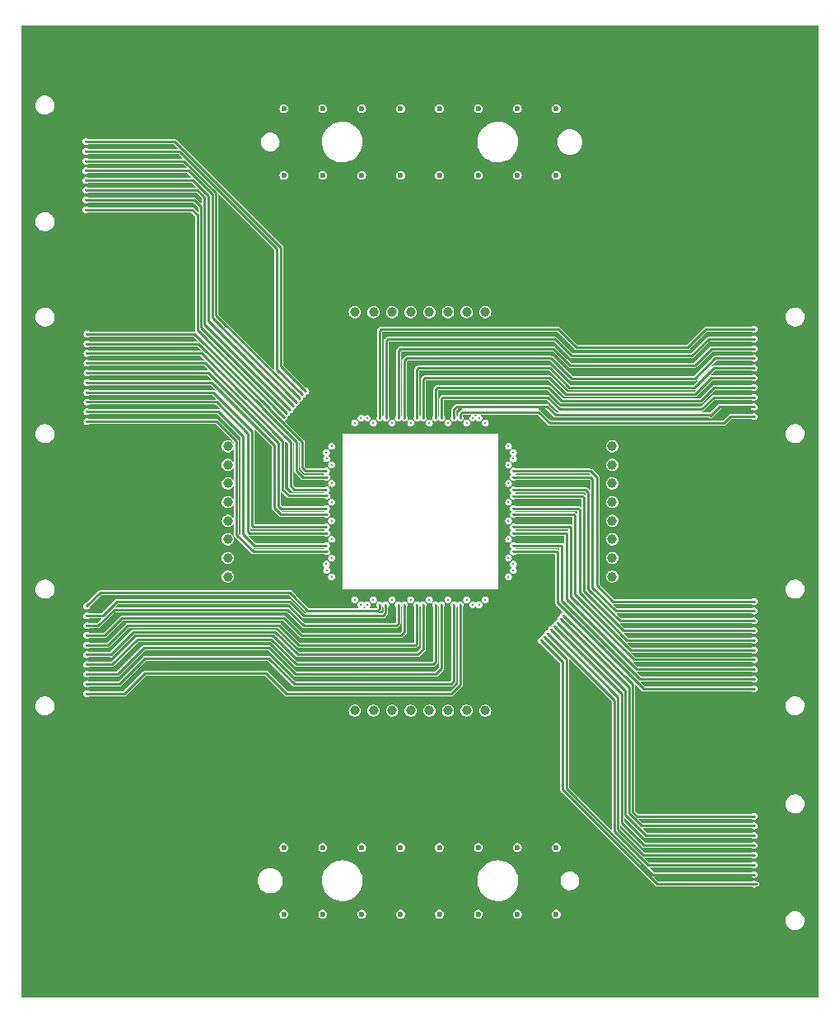
<source format=gbr>
%TF.GenerationSoftware,KiCad,Pcbnew,7.0.9*%
%TF.CreationDate,2024-08-22T14:34:19-06:00*%
%TF.ProjectId,igloo34,69676c6f-6f33-4342-9e6b-696361645f70,rev?*%
%TF.SameCoordinates,Original*%
%TF.FileFunction,Copper,L4,Bot*%
%TF.FilePolarity,Positive*%
%FSLAX46Y46*%
G04 Gerber Fmt 4.6, Leading zero omitted, Abs format (unit mm)*
G04 Created by KiCad (PCBNEW 7.0.9) date 2024-08-22 14:34:19*
%MOMM*%
%LPD*%
G01*
G04 APERTURE LIST*
%TA.AperFunction,ComponentPad*%
%ADD10C,1.000000*%
%TD*%
%TA.AperFunction,ComponentPad*%
%ADD11C,1.500000*%
%TD*%
%TA.AperFunction,ViaPad*%
%ADD12C,0.300000*%
%TD*%
%TA.AperFunction,ViaPad*%
%ADD13C,3.500000*%
%TD*%
%TA.AperFunction,ViaPad*%
%ADD14C,0.600000*%
%TD*%
%TA.AperFunction,Conductor*%
%ADD15C,0.250000*%
%TD*%
G04 APERTURE END LIST*
D10*
%TO.P,TP32,1,1*%
%TO.N,Net-(J1-Pin_1)*%
X-19750000Y6700000D03*
%TD*%
%TO.P,TP31,1,1*%
%TO.N,Net-(J1-Pin_2)*%
X-19750000Y4790000D03*
%TD*%
%TO.P,TP30,1,1*%
%TO.N,Net-(J1-Pin_3)*%
X-19750000Y2870000D03*
%TD*%
%TO.P,TP29,1,1*%
%TO.N,Net-(J1-Pin_4)*%
X-19750000Y960000D03*
%TD*%
%TO.P,TP28,1,1*%
%TO.N,Net-(J2-Pin_5)*%
X19750000Y960000D03*
%TD*%
%TO.P,TP27,1,1*%
%TO.N,Net-(J2-Pin_6)*%
X19750000Y2870000D03*
%TD*%
%TO.P,TP26,1,1*%
%TO.N,Net-(J2-Pin_7)*%
X19750000Y4790000D03*
%TD*%
%TO.P,TP25,1,1*%
%TO.N,Net-(J2-Pin_8)*%
X19750000Y6700000D03*
%TD*%
%TO.P,TP24,1,1*%
%TO.N,Net-(J2-Pin_1)*%
X19750000Y-6700000D03*
%TD*%
%TO.P,TP23,1,1*%
%TO.N,Net-(J2-Pin_2)*%
X19750000Y-4790000D03*
%TD*%
%TO.P,TP22,1,1*%
%TO.N,Net-(J2-Pin_3)*%
X19750000Y-2870000D03*
%TD*%
%TO.P,TP21,1,1*%
%TO.N,Net-(J2-Pin_4)*%
X19750000Y-960000D03*
%TD*%
%TO.P,TP20,1,1*%
%TO.N,Net-(J1-Pin_5)*%
X-19745000Y-960000D03*
%TD*%
%TO.P,TP19,1,1*%
%TO.N,Net-(J1-Pin_6)*%
X-19750000Y-2870000D03*
%TD*%
%TO.P,TP18,1,1*%
%TO.N,Net-(J1-Pin_7)*%
X-19750000Y-4790000D03*
%TD*%
%TO.P,TP17,1,1*%
%TO.N,Net-(J1-Pin_8)*%
X-19750000Y-6700000D03*
%TD*%
%TO.P,TP16,1,1*%
%TO.N,Net-(J5-Pin_8)*%
X6700000Y20500000D03*
%TD*%
%TO.P,TP15,1,1*%
%TO.N,Net-(J5-Pin_7)*%
X4790000Y20500000D03*
%TD*%
%TO.P,TP14,1,1*%
%TO.N,Net-(J5-Pin_6)*%
X2880000Y20500000D03*
%TD*%
%TO.P,TP13,1,1*%
%TO.N,Net-(J5-Pin_5)*%
X960000Y20500000D03*
%TD*%
%TO.P,TP12,1,1*%
%TO.N,Net-(J5-Pin_4)*%
X-960000Y20500000D03*
%TD*%
%TO.P,TP11,1,1*%
%TO.N,Net-(J5-Pin_3)*%
X-2870000Y20500000D03*
%TD*%
%TO.P,TP10,1,1*%
%TO.N,Net-(J5-Pin_2)*%
X-4780000Y20500000D03*
%TD*%
%TO.P,TP9,1,1*%
%TO.N,Net-(J5-Pin_1)*%
X-6700000Y20500000D03*
%TD*%
%TO.P,TP8,1,1*%
%TO.N,Net-(J6-Pin_8)*%
X-6700000Y-20500000D03*
%TD*%
%TO.P,TP7,1,1*%
%TO.N,Net-(J6-Pin_7)*%
X-4780000Y-20500000D03*
%TD*%
%TO.P,TP6,1,1*%
%TO.N,Net-(J6-Pin_6)*%
X-2870000Y-20500000D03*
%TD*%
%TO.P,TP5,1,1*%
%TO.N,Net-(J6-Pin_5)*%
X-960000Y-20500000D03*
%TD*%
%TO.P,TP4,1,1*%
%TO.N,Net-(J6-Pin_4)*%
X960000Y-20500000D03*
%TD*%
%TO.P,TP3,1,1*%
%TO.N,Net-(J6-Pin_3)*%
X2880000Y-20500000D03*
%TD*%
%TO.P,TP2,1,1*%
%TO.N,Net-(J6-Pin_1)*%
X6700000Y-20500000D03*
%TD*%
%TO.P,TP1,1,1*%
%TO.N,Net-(J6-Pin_2)*%
X4790000Y-20500000D03*
%TD*%
D11*
%TO.P,J20,S1,SHIELD*%
%TO.N,GND*%
X36550000Y-43575000D03*
%TO.P,J20,S2,SHIELD*%
X36550000Y-28625000D03*
%TD*%
%TO.P,J8,S1,SHIELD*%
%TO.N,GND*%
X36550000Y6525000D03*
%TO.P,J8,S2,SHIELD*%
X36550000Y21475000D03*
%TD*%
%TO.P,J12,S1,SHIELD*%
%TO.N,GND*%
X-36550000Y21475000D03*
%TO.P,J12,S2,SHIELD*%
X-36550000Y6525000D03*
%TD*%
%TO.P,J15,S1,SHIELD*%
%TO.N,GND*%
X-36550000Y43275000D03*
%TO.P,J15,S2,SHIELD*%
X-36550000Y28325000D03*
%TD*%
%TO.P,J7,S1,SHIELD*%
%TO.N,GND*%
X-36550000Y-6525000D03*
%TO.P,J7,S2,SHIELD*%
X-36550000Y-21475000D03*
%TD*%
%TO.P,J11,S1,SHIELD*%
%TO.N,GND*%
X36550000Y-21475000D03*
%TO.P,J11,S2,SHIELD*%
X36550000Y-6525000D03*
%TD*%
D12*
%TO.N,GND*%
X-5400000Y10350000D03*
X8350000Y-11800000D03*
X8500000Y-10850000D03*
X-11800000Y8200000D03*
X9600000Y9200000D03*
X11100000Y23450000D03*
X-10650000Y22150000D03*
X19150000Y34150000D03*
X-18950000Y35200000D03*
X-19450000Y-33050000D03*
X19050000Y-35700000D03*
X-36950000Y25400000D03*
X-16050000Y5750000D03*
X13100000Y-7450000D03*
X-37600000Y2850000D03*
X3950000Y47000000D03*
X2700000Y-48350000D03*
X-10850000Y-20250000D03*
X10900000Y-20900000D03*
X37600000Y3600000D03*
X33750000Y39350000D03*
X-28700000Y41100000D03*
X31750000Y-27000000D03*
X-33250000Y-32900000D03*
X-11750000Y-7900000D03*
X-8050000Y-9150000D03*
X9800000Y-8250000D03*
X7950000Y9400000D03*
X-9450000Y8800000D03*
D13*
X17500000Y-20000000D03*
X-17500000Y-20000000D03*
X17500000Y20000000D03*
X-17500000Y20000000D03*
X-17500000Y25000000D03*
X17500000Y25000000D03*
X-17500000Y-25000000D03*
X17500000Y-25000000D03*
X25000000Y-45000000D03*
X-25000000Y-45000000D03*
X25000000Y45000000D03*
X-25000000Y45000000D03*
D12*
%TO.N,Net-(J21-Pin_1)*%
X14758557Y-10682374D03*
%TO.N,Net-(J21-Pin_2)*%
X14450765Y-11075778D03*
%TO.N,Net-(J22-Pin_1)*%
X14162382Y-11483623D03*
%TO.N,Net-(J22-Pin_2)*%
X13813498Y-11841090D03*
%TO.N,Net-(J23-Pin_1)*%
X13452383Y-12186197D03*
%TO.N,Net-(J23-Pin_2)*%
X13122767Y-12561505D03*
%TO.N,Net-(J24-Pin_1)*%
X12788192Y-12932400D03*
%TO.N,Net-(J24-Pin_2)*%
X12450000Y-13300000D03*
%TO.N,Net-(J16-Pin_1)*%
X-13993331Y9712231D03*
%TO.N,Net-(J16-Pin_2)*%
X-13707502Y10121870D03*
%TO.N,Net-(J17-Pin_1)*%
X-13355565Y10476332D03*
%TO.N,Net-(J17-Pin_2)*%
X-13037604Y10861564D03*
%TO.N,Net-(J18-Pin_1)*%
X-12717308Y11244857D03*
%TO.N,Net-(J18-Pin_2)*%
X-12398206Y11629144D03*
%TO.N,Net-(J19-Pin_1)*%
X-12083202Y12016798D03*
%TO.N,Net-(J19-Pin_2)*%
X-11730000Y12370000D03*
%TO.N,Net-(J1-Pin_1)*%
X-9100000Y6702500D03*
D14*
X-14000000Y41425000D03*
%TO.N,Net-(J1-Pin_2)*%
X-10000000Y41425000D03*
D12*
X-9100000Y4787500D03*
D14*
%TO.N,Net-(J1-Pin_3)*%
X-6000000Y41425000D03*
D12*
X-9100000Y2872500D03*
%TO.N,Net-(J1-Pin_4)*%
X-9100000Y957500D03*
D14*
X-2000000Y41425000D03*
%TO.N,Net-(J1-Pin_5)*%
X-2000000Y-41425000D03*
D12*
X-9100000Y-957500D03*
%TO.N,Net-(J1-Pin_6)*%
X-9100000Y-2872500D03*
D14*
X-6000000Y-41425000D03*
%TO.N,Net-(J1-Pin_7)*%
X-10000000Y-41425000D03*
D12*
X-9100000Y-4787500D03*
%TO.N,Net-(J1-Pin_8)*%
X-9100000Y-6702500D03*
D14*
X-14000000Y-41425000D03*
D12*
%TO.N,Net-(J2-Pin_1)*%
X9100000Y-6702500D03*
D14*
X14000000Y-41425000D03*
%TO.N,Net-(J2-Pin_2)*%
X10000000Y-41425000D03*
D12*
X9100000Y-4787500D03*
%TO.N,Net-(J2-Pin_3)*%
X9100000Y-2872500D03*
D14*
X6000000Y-41425000D03*
D12*
%TO.N,Net-(J2-Pin_4)*%
X9100000Y-957500D03*
D14*
X2000000Y-41425000D03*
D12*
%TO.N,Net-(J2-Pin_5)*%
X9100000Y957500D03*
D14*
X2000000Y41425000D03*
D12*
%TO.N,Net-(J2-Pin_6)*%
X9100000Y2872500D03*
D14*
X6000000Y41425000D03*
%TO.N,Net-(J2-Pin_7)*%
X10000000Y41425000D03*
D12*
X9100000Y4787500D03*
D14*
%TO.N,Net-(J2-Pin_8)*%
X14000000Y41425000D03*
D12*
X9100000Y6702500D03*
D14*
%TO.N,Net-(J5-Pin_1)*%
X-14000000Y34575000D03*
D12*
X-6702500Y9100000D03*
D14*
%TO.N,Net-(J5-Pin_2)*%
X-10000000Y34575000D03*
D12*
X-4787500Y9100000D03*
D14*
%TO.N,Net-(J5-Pin_3)*%
X-6000000Y34575000D03*
D12*
X-2872500Y9100000D03*
%TO.N,Net-(J5-Pin_4)*%
X-957500Y9100000D03*
D14*
X-2000000Y34575000D03*
D12*
%TO.N,Net-(J5-Pin_5)*%
X957500Y9100000D03*
D14*
X2000000Y34575000D03*
D12*
%TO.N,Net-(J5-Pin_6)*%
X2872500Y9100000D03*
D14*
X6000000Y34575000D03*
D12*
%TO.N,Net-(J5-Pin_7)*%
X4787500Y9100000D03*
D14*
X10000000Y34575000D03*
%TO.N,Net-(J5-Pin_8)*%
X14000000Y34575000D03*
D12*
X6702500Y9100000D03*
%TO.N,Net-(J6-Pin_1)*%
X6702500Y-9100000D03*
D14*
X14000000Y-34575000D03*
D12*
%TO.N,Net-(J6-Pin_2)*%
X4787500Y-9100000D03*
D14*
X10000000Y-34575000D03*
%TO.N,Net-(J6-Pin_3)*%
X6000000Y-34575000D03*
D12*
X2872500Y-9100000D03*
%TO.N,Net-(J6-Pin_4)*%
X957500Y-9100000D03*
D14*
X2000000Y-34575000D03*
D12*
%TO.N,Net-(J6-Pin_5)*%
X-957500Y-9100000D03*
D14*
X-2000000Y-34575000D03*
D12*
%TO.N,Net-(J6-Pin_6)*%
X-2872500Y-9100000D03*
D14*
X-6000000Y-34575000D03*
D12*
%TO.N,Net-(J6-Pin_7)*%
X-4787500Y-9100000D03*
D14*
X-10000000Y-34575000D03*
%TO.N,Net-(J6-Pin_8)*%
X-14000000Y-34575000D03*
D12*
X-6702500Y-9100000D03*
%TO.N,Net-(J9-Pin_1)*%
X-34270000Y-18740000D03*
X4140000Y-9600000D03*
%TO.N,Net-(J9-Pin_2)*%
X3502000Y-9600000D03*
X-34270000Y-17740000D03*
%TO.N,Net-(J9-Pin_3)*%
X2226000Y-9600000D03*
X-34270000Y-16740000D03*
%TO.N,Net-(J9-Pin_4)*%
X-34270000Y-15740000D03*
X1588000Y-9600000D03*
%TO.N,Net-(J9-Pin_5)*%
X-34270000Y-14740000D03*
X312000Y-9600000D03*
%TO.N,Net-(J9-Pin_6)*%
X-34270000Y-13740000D03*
X-326000Y-9600000D03*
%TO.N,Net-(J9-Pin_7)*%
X-1602000Y-9600000D03*
X-34270000Y-12740000D03*
%TO.N,Net-(J9-Pin_8)*%
X-34270000Y-11740000D03*
X-2240000Y-9600000D03*
%TO.N,Net-(J9-Pin_9)*%
X-3516000Y-9600000D03*
X-34270000Y-10740000D03*
%TO.N,Net-(J9-Pin_10)*%
X-4154000Y-9600000D03*
X-34270000Y-9740000D03*
%TO.N,Net-(J10-Pin_1)*%
X34350000Y18750000D03*
X-4146000Y9600000D03*
%TO.N,Net-(J10-Pin_2)*%
X34350000Y17750000D03*
X-3508000Y9600000D03*
%TO.N,Net-(J10-Pin_3)*%
X34350000Y16750000D03*
X-2232000Y9600000D03*
%TO.N,Net-(J10-Pin_4)*%
X-1594000Y9600000D03*
X34350000Y15750000D03*
%TO.N,Net-(J10-Pin_5)*%
X34350000Y14750000D03*
X-318000Y9600000D03*
%TO.N,Net-(J10-Pin_6)*%
X34350000Y13750000D03*
X320000Y9600000D03*
%TO.N,Net-(J10-Pin_7)*%
X1596000Y9600000D03*
X34350000Y12750000D03*
%TO.N,Net-(J10-Pin_8)*%
X2234000Y9600000D03*
X34350000Y11750000D03*
%TO.N,Net-(J10-Pin_9)*%
X3510000Y9600000D03*
X34350000Y10750000D03*
%TO.N,Net-(J10-Pin_10)*%
X34350000Y9750000D03*
X4148000Y9600000D03*
%TO.N,Net-(J13-Pin_1)*%
X34350000Y-9250000D03*
X9600000Y4146000D03*
%TO.N,Net-(J13-Pin_2)*%
X9600000Y3508000D03*
X34350000Y-10250000D03*
%TO.N,Net-(J13-Pin_3)*%
X34350000Y-11250000D03*
X9600000Y2232000D03*
%TO.N,Net-(J13-Pin_4)*%
X34350000Y-12250000D03*
X9600000Y1594000D03*
%TO.N,Net-(J13-Pin_5)*%
X9600000Y318000D03*
X34350000Y-13250000D03*
%TO.N,Net-(J13-Pin_6)*%
X34350000Y-14250000D03*
X9600000Y-320000D03*
%TO.N,Net-(J13-Pin_7)*%
X9600000Y-1596000D03*
X34350000Y-15250000D03*
%TO.N,Net-(J13-Pin_8)*%
X34350000Y-16250000D03*
X9600000Y-2234000D03*
%TO.N,Net-(J13-Pin_9)*%
X9600000Y-3510000D03*
X34350000Y-17250000D03*
%TO.N,Net-(J13-Pin_10)*%
X34350000Y-18250000D03*
X9600000Y-4148000D03*
%TO.N,Net-(J14-Pin_1)*%
X-34250000Y9250000D03*
X-9600000Y-4140000D03*
%TO.N,Net-(J14-Pin_2)*%
X-9620000Y-3502000D03*
X-34250000Y10250000D03*
%TO.N,Net-(J14-Pin_3)*%
X-9600000Y-2226000D03*
X-34250000Y11250000D03*
%TO.N,Net-(J14-Pin_4)*%
X-9620000Y-1588000D03*
X-34250000Y12250000D03*
%TO.N,Net-(J14-Pin_5)*%
X-9600000Y-312000D03*
X-34250000Y13250000D03*
%TO.N,Net-(J14-Pin_6)*%
X-9620000Y326000D03*
X-34250000Y14250000D03*
%TO.N,Net-(J14-Pin_7)*%
X-9600000Y1602000D03*
X-34250000Y15250000D03*
%TO.N,Net-(J14-Pin_8)*%
X-9620000Y2240000D03*
X-34250000Y16250000D03*
%TO.N,Net-(J14-Pin_9)*%
X-34250000Y17250000D03*
X-9600000Y3516000D03*
%TO.N,Net-(J14-Pin_10)*%
X-9620000Y4154000D03*
X-34250000Y18250000D03*
%TO.N,Net-(J16-Pin_1)*%
X-34350000Y31050000D03*
X-9600000Y5430000D03*
%TO.N,Net-(J16-Pin_2)*%
X-34350000Y32050000D03*
X-9620000Y6068000D03*
%TO.N,Net-(J17-Pin_1)*%
X-34350000Y33050000D03*
X-6060000Y9600000D03*
%TO.N,Net-(J17-Pin_2)*%
X-5422000Y9600000D03*
X-34350000Y34050000D03*
%TO.N,Net-(J18-Pin_1)*%
X5424000Y9600000D03*
X-34350000Y35050000D03*
%TO.N,Net-(J18-Pin_2)*%
X6062000Y9600000D03*
X-34350000Y36050000D03*
%TO.N,Net-(J19-Pin_1)*%
X9600000Y6060000D03*
X-34350000Y37050000D03*
%TO.N,Net-(J19-Pin_2)*%
X-34350000Y38050000D03*
X9600000Y5422000D03*
%TO.N,Net-(J21-Pin_1)*%
X9600000Y-5424000D03*
X34350000Y-31350000D03*
%TO.N,Net-(J21-Pin_2)*%
X34350000Y-32350000D03*
X9600000Y-6062000D03*
%TO.N,Net-(J22-Pin_1)*%
X34350000Y-33350000D03*
X6054000Y-9600000D03*
%TO.N,Net-(J22-Pin_2)*%
X5416000Y-9600000D03*
X34350000Y-34350000D03*
%TO.N,Net-(J23-Pin_1)*%
X-5430000Y-9600000D03*
X34350000Y-35350000D03*
%TO.N,Net-(J23-Pin_2)*%
X-6068000Y-9600000D03*
X34350000Y-36350000D03*
%TO.N,Net-(J24-Pin_1)*%
X34350000Y-37350000D03*
X-9600000Y-6054000D03*
%TO.N,Net-(J24-Pin_2)*%
X34350000Y-38350000D03*
X-9620000Y-5416000D03*
%TD*%
D15*
%TO.N,Net-(J19-Pin_2)*%
X-14323000Y14963000D02*
X-14323000Y15450000D01*
X-11730000Y12370000D02*
X-14323000Y14963000D01*
X-14323000Y26852794D02*
X-14323000Y15450000D01*
X-25207891Y38050000D02*
X-34350000Y38050000D01*
X-15121000Y27963110D02*
X-14323000Y27165110D01*
X-15121000Y27963110D02*
X-25207891Y38050000D01*
X-14323000Y27165110D02*
X-14323000Y26852794D01*
%TO.N,Net-(J19-Pin_1)*%
X-24741049Y37050000D02*
X-34350000Y37050000D01*
X-14700000Y27008952D02*
X-24741049Y37050000D01*
X-14700000Y14633596D02*
X-14700000Y27008952D01*
X-12083202Y12016798D02*
X-14700000Y14633596D01*
%TO.N,Net-(J9-Pin_5)*%
X-29450000Y-12400000D02*
X-31790000Y-14740000D01*
X-31790000Y-14740000D02*
X-34270000Y-14740000D01*
X-220000Y-14740000D02*
X-12560000Y-14740000D01*
X312000Y-14208000D02*
X-220000Y-14740000D01*
X-12560000Y-14740000D02*
X-14900000Y-12400000D01*
X-14900000Y-12400000D02*
X-29450000Y-12400000D01*
X312000Y-9600000D02*
X312000Y-14208000D01*
%TO.N,Net-(J9-Pin_1)*%
X4140000Y-17820000D02*
X4140000Y-9600000D01*
X3220000Y-18740000D02*
X4140000Y-17820000D01*
X-13710000Y-18740000D02*
X3220000Y-18740000D01*
X-15800000Y-16650000D02*
X-13710000Y-18740000D01*
X-28300000Y-16650000D02*
X-15800000Y-16650000D01*
X-30390000Y-18740000D02*
X-28300000Y-16650000D01*
X-34270000Y-18740000D02*
X-30390000Y-18740000D01*
%TO.N,Net-(J9-Pin_2)*%
X-30890000Y-17740000D02*
X-34270000Y-17740000D01*
X-28250000Y-15100000D02*
X-30890000Y-17740000D01*
X-15550000Y-15100000D02*
X-28250000Y-15100000D01*
X-12910000Y-17740000D02*
X-15550000Y-15100000D01*
X3190000Y-17740000D02*
X-12910000Y-17740000D01*
X3502000Y-17428000D02*
X3190000Y-17740000D01*
X3502000Y-9600000D02*
X3502000Y-17428000D01*
%TO.N,Net-(J9-Pin_3)*%
X-31090000Y-16740000D02*
X-34270000Y-16740000D01*
X-15500000Y-14050000D02*
X-28400000Y-14050000D01*
X-12810000Y-16740000D02*
X-15500000Y-14050000D01*
X1640000Y-16740000D02*
X-12810000Y-16740000D01*
X-28400000Y-14050000D02*
X-31090000Y-16740000D01*
X2226000Y-9600000D02*
X2226000Y-16154000D01*
X2226000Y-16154000D02*
X1640000Y-16740000D01*
%TO.N,Net-(J9-Pin_4)*%
X-12710000Y-15740000D02*
X-15300000Y-13150000D01*
X-15300000Y-13150000D02*
X-29050000Y-13150000D01*
X1320000Y-15740000D02*
X-12710000Y-15740000D01*
X-31640000Y-15740000D02*
X-34270000Y-15740000D01*
X1588000Y-15472000D02*
X1320000Y-15740000D01*
X-29050000Y-13150000D02*
X-31640000Y-15740000D01*
X1588000Y-9600000D02*
X1588000Y-15472000D01*
%TO.N,Net-(J9-Pin_6)*%
X-12460000Y-13740000D02*
X-14500000Y-11700000D01*
X-32100000Y-13740000D02*
X-34270000Y-13740000D01*
X-420000Y-13740000D02*
X-12460000Y-13740000D01*
X-326000Y-13646000D02*
X-420000Y-13740000D01*
X-14500000Y-11700000D02*
X-30060000Y-11700000D01*
X-326000Y-9600000D02*
X-326000Y-13646000D01*
X-30060000Y-11700000D02*
X-32100000Y-13740000D01*
%TO.N,Net-(J9-Pin_7)*%
X-32440000Y-12740000D02*
X-34270000Y-12740000D01*
X-30650000Y-10950000D02*
X-32440000Y-12740000D01*
X-14000000Y-10950000D02*
X-30650000Y-10950000D01*
X-12210000Y-12740000D02*
X-14000000Y-10950000D01*
X-1930000Y-12740000D02*
X-12210000Y-12740000D01*
X-1602000Y-12412000D02*
X-1930000Y-12740000D01*
X-1602000Y-9600000D02*
X-1602000Y-12412000D01*
%TO.N,Net-(J9-Pin_8)*%
X-34250000Y-11760000D02*
X-34270000Y-11740000D01*
X-33100000Y-11760000D02*
X-34250000Y-11760000D01*
X-31440000Y-10100000D02*
X-33100000Y-11760000D01*
X-13600000Y-10100000D02*
X-31440000Y-10100000D01*
X-11940000Y-11760000D02*
X-13600000Y-10100000D01*
X-2450000Y-11760000D02*
X-11940000Y-11760000D01*
X-2240000Y-11550000D02*
X-2450000Y-11760000D01*
X-2240000Y-9600000D02*
X-2240000Y-11550000D01*
%TO.N,Net-(J9-Pin_9)*%
X-31200000Y-9300000D02*
X-32640000Y-10740000D01*
X-13400000Y-9300000D02*
X-31200000Y-9300000D01*
X-32640000Y-10740000D02*
X-34270000Y-10740000D01*
X-11960000Y-10740000D02*
X-13400000Y-9300000D01*
X-3780000Y-10740000D02*
X-11960000Y-10740000D01*
X-3516000Y-10476000D02*
X-3780000Y-10740000D01*
X-3516000Y-9600000D02*
X-3516000Y-10476000D01*
%TO.N,Net-(J9-Pin_10)*%
X-4154000Y-9999000D02*
X-4154000Y-9600000D01*
X-11565000Y-10175000D02*
X-4330000Y-10175000D01*
X-13050000Y-8690000D02*
X-11565000Y-10175000D01*
X-13050000Y-8650000D02*
X-13050000Y-8690000D01*
X-13350000Y-8350000D02*
X-13050000Y-8650000D01*
X-32880000Y-8350000D02*
X-13350000Y-8350000D01*
X-4330000Y-10175000D02*
X-4154000Y-9999000D01*
X-34270000Y-9740000D02*
X-32880000Y-8350000D01*
%TO.N,Net-(J24-Pin_2)*%
X14650000Y-28618950D02*
X14650000Y-15500000D01*
X24381050Y-38350000D02*
X14650000Y-28618950D01*
X14650000Y-15500000D02*
X12450000Y-13300000D01*
X34630000Y-38350000D02*
X24381050Y-38350000D01*
%TO.N,Net-(J24-Pin_1)*%
X23914208Y-37350000D02*
X34350000Y-37350000D01*
X15050000Y-15194208D02*
X15050000Y-28485792D01*
X12788192Y-12932400D02*
X15050000Y-15194208D01*
X15050000Y-28485792D02*
X23914208Y-37350000D01*
%TO.N,Net-(J23-Pin_2)*%
X23447366Y-36350000D02*
X34350000Y-36350000D01*
X19965000Y-19403738D02*
X19965000Y-32867632D01*
X13122767Y-12561505D02*
X19965000Y-19403738D01*
X19965000Y-32867632D02*
X23447366Y-36350000D01*
%TO.N,Net-(J23-Pin_1)*%
X22980525Y-35350000D02*
X34350000Y-35350000D01*
X20342000Y-32711474D02*
X22980525Y-35350000D01*
X20342000Y-19075814D02*
X20342000Y-32711474D01*
X13452383Y-12186197D02*
X20342000Y-19075814D01*
%TO.N,Net-(J22-Pin_2)*%
X20719000Y-18746592D02*
X13813498Y-11841090D01*
X20719000Y-32019000D02*
X20719000Y-18746592D01*
X23050000Y-34350000D02*
X20719000Y-32019000D01*
X34350000Y-34350000D02*
X23050000Y-34350000D01*
%TO.N,Net-(J22-Pin_1)*%
X23233684Y-33350000D02*
X34350000Y-33350000D01*
X21096000Y-18417242D02*
X21096000Y-31212316D01*
X14162382Y-11483623D02*
X21096000Y-18417242D01*
X21096000Y-31212316D02*
X23233684Y-33350000D01*
%TO.N,Net-(J21-Pin_2)*%
X22766842Y-32350000D02*
X34350000Y-32350000D01*
X21473000Y-31056158D02*
X22766842Y-32350000D01*
X21473000Y-18098012D02*
X21473000Y-31056158D01*
X14450765Y-11075778D02*
X21473000Y-18098012D01*
%TO.N,Net-(J21-Pin_1)*%
X22300000Y-31350000D02*
X34350000Y-31350000D01*
X21850000Y-17773818D02*
X21850000Y-30900000D01*
X21850000Y-30900000D02*
X22300000Y-31350000D01*
X14758557Y-10682374D02*
X21850000Y-17773818D01*
%TO.N,Net-(J10-Pin_1)*%
X29400000Y18750000D02*
X34350000Y18750000D01*
X27550000Y16900000D02*
X29400000Y18750000D01*
X14200000Y18750000D02*
X16050000Y16900000D01*
X16050000Y16900000D02*
X27550000Y16900000D01*
X-4010000Y18750000D02*
X14200000Y18750000D01*
X-4146000Y18614000D02*
X-4010000Y18750000D01*
X-4146000Y9600000D02*
X-4146000Y18614000D01*
%TO.N,Net-(J10-Pin_2)*%
X27950000Y16000000D02*
X29700000Y17750000D01*
X-3278000Y17750000D02*
X13850000Y17750000D01*
X-3508000Y9600000D02*
X-3508000Y17520000D01*
X-3508000Y17520000D02*
X-3278000Y17750000D01*
X13850000Y17750000D02*
X15600000Y16000000D01*
X15600000Y16000000D02*
X27950000Y16000000D01*
X29700000Y17750000D02*
X34350000Y17750000D01*
%TO.N,Net-(J10-Pin_3)*%
X28300000Y15050000D02*
X30000000Y16750000D01*
X15400000Y15050000D02*
X28300000Y15050000D01*
X-2232000Y16538000D02*
X-2020000Y16750000D01*
X30000000Y16750000D02*
X34350000Y16750000D01*
X-2232000Y9600000D02*
X-2232000Y16538000D01*
X-2020000Y16750000D02*
X13700000Y16750000D01*
X13700000Y16750000D02*
X15400000Y15050000D01*
%TO.N,Net-(J10-Pin_4)*%
X28300000Y13700000D02*
X30350000Y15750000D01*
X13500000Y15750000D02*
X15550000Y13700000D01*
X30350000Y15750000D02*
X34350000Y15750000D01*
X-1344000Y15750000D02*
X13500000Y15750000D01*
X15550000Y13700000D02*
X28300000Y13700000D01*
X-1594000Y15500000D02*
X-1344000Y15750000D01*
X-1594000Y9600000D02*
X-1594000Y15500000D01*
%TO.N,Net-(J10-Pin_5)*%
X30200000Y14750000D02*
X34350000Y14750000D01*
X15350000Y12750000D02*
X28200000Y12750000D01*
X13350000Y14750000D02*
X15350000Y12750000D01*
X-180000Y14750000D02*
X13350000Y14750000D01*
X28200000Y12750000D02*
X30200000Y14750000D01*
X-318000Y14612000D02*
X-180000Y14750000D01*
X-318000Y9600000D02*
X-318000Y14612000D01*
%TO.N,Net-(J10-Pin_6)*%
X320000Y13580000D02*
X320000Y9600000D01*
X490000Y13750000D02*
X320000Y13580000D01*
X13300000Y13750000D02*
X490000Y13750000D01*
X28300000Y12050000D02*
X15000000Y12050000D01*
X30000000Y13750000D02*
X28300000Y12050000D01*
X15000000Y12050000D02*
X13300000Y13750000D01*
X34350000Y13750000D02*
X30000000Y13750000D01*
%TO.N,Net-(J10-Pin_7)*%
X14600000Y11350000D02*
X28850000Y11350000D01*
X30250000Y12750000D02*
X34350000Y12750000D01*
X13200000Y12750000D02*
X14600000Y11350000D01*
X1596000Y12576000D02*
X1770000Y12750000D01*
X1770000Y12750000D02*
X13200000Y12750000D01*
X28850000Y11350000D02*
X30250000Y12750000D01*
X1596000Y9600000D02*
X1596000Y12576000D01*
%TO.N,Net-(J10-Pin_8)*%
X2240000Y11650000D02*
X2240000Y9606000D01*
X2340000Y11750000D02*
X2240000Y11650000D01*
X13100000Y11750000D02*
X2340000Y11750000D01*
X14350000Y10500000D02*
X13100000Y11750000D01*
X28950000Y10500000D02*
X14350000Y10500000D01*
X30200000Y11750000D02*
X28950000Y10500000D01*
X34350000Y11750000D02*
X30200000Y11750000D01*
X2240000Y9606000D02*
X2234000Y9600000D01*
%TO.N,Net-(J10-Pin_9)*%
X34275000Y10825000D02*
X34350000Y10750000D01*
X30825000Y10825000D02*
X34275000Y10825000D01*
X29850000Y9850000D02*
X30825000Y10825000D01*
X29800000Y9900000D02*
X29850000Y9850000D01*
X13950000Y9900000D02*
X29800000Y9900000D01*
X13025000Y10825000D02*
X13950000Y9900000D01*
X3785000Y10825000D02*
X13025000Y10825000D01*
X3510000Y10550000D02*
X3785000Y10825000D01*
X3510000Y9600000D02*
X3510000Y10550000D01*
%TO.N,Net-(J10-Pin_10)*%
X31950000Y9750000D02*
X34350000Y9750000D01*
X31250000Y9050000D02*
X31950000Y9750000D01*
X13350000Y9050000D02*
X31250000Y9050000D01*
X4384000Y10225000D02*
X12175000Y10225000D01*
X12175000Y10225000D02*
X13350000Y9050000D01*
X4148000Y9989000D02*
X4384000Y10225000D01*
X4148000Y9600000D02*
X4148000Y9989000D01*
%TO.N,Net-(J18-Pin_2)*%
X-24274209Y36050000D02*
X-34350000Y36050000D01*
X-20987104Y20218042D02*
X-20987104Y32762896D01*
X-12398206Y11629144D02*
X-20987104Y20218042D01*
X-20987104Y32762896D02*
X-24274209Y36050000D01*
%TO.N,Net-(J18-Pin_1)*%
X-21378683Y19906231D02*
X-21378683Y32621317D01*
X-21378683Y32621317D02*
X-23807367Y35050000D01*
X-23807367Y35050000D02*
X-34350000Y35050000D01*
X-12717308Y11244857D02*
X-21378683Y19906231D01*
%TO.N,Net-(J17-Pin_2)*%
X-21820263Y32529737D02*
X-23340525Y34050000D01*
X-21769000Y32478477D02*
X-21820263Y32529737D01*
X-21769000Y19592960D02*
X-21769000Y32478477D01*
X-23340525Y34050000D02*
X-34350000Y34050000D01*
X-13037604Y10861564D02*
X-21769000Y19592960D01*
%TO.N,Net-(J17-Pin_1)*%
X-22873683Y33050000D02*
X-34350000Y33050000D01*
X-22146000Y32322318D02*
X-22873683Y33050000D01*
X-22146000Y19266766D02*
X-22146000Y32322318D01*
X-13355565Y10476332D02*
X-22146000Y19266766D01*
%TO.N,Net-(J16-Pin_2)*%
X-23200000Y32050000D02*
X-34350000Y32050000D01*
X-22523000Y18937368D02*
X-22523000Y31373000D01*
X-13707502Y10121870D02*
X-22523000Y18937368D01*
X-22523000Y31373000D02*
X-23200000Y32050000D01*
%TO.N,Net-(J16-Pin_1)*%
X-22900000Y30500000D02*
X-22900000Y18618900D01*
X-22900000Y18618900D02*
X-13993331Y9712231D01*
X-34350000Y31050000D02*
X-23450000Y31050000D01*
X-23450000Y31050000D02*
X-22900000Y30500000D01*
%TO.N,Net-(J13-Pin_10)*%
X14135000Y-4150000D02*
X14135000Y-9387065D01*
X14133000Y-4148000D02*
X14135000Y-4150000D01*
X22997935Y-18250000D02*
X34350000Y-18250000D01*
X9600000Y-4148000D02*
X14133000Y-4148000D01*
X14135000Y-9387065D02*
X22997935Y-18250000D01*
%TO.N,Net-(J13-Pin_9)*%
X14585000Y-9200669D02*
X22634331Y-17250000D01*
X14585000Y-3545000D02*
X14585000Y-9200669D01*
X14550000Y-3510000D02*
X14585000Y-3545000D01*
X22634331Y-17250000D02*
X34350000Y-17250000D01*
X9600000Y-3510000D02*
X14550000Y-3510000D01*
%TO.N,Net-(J13-Pin_8)*%
X15035000Y-9014273D02*
X22270727Y-16250000D01*
X15035000Y-2230000D02*
X15035000Y-9014273D01*
X15031000Y-2234000D02*
X15035000Y-2230000D01*
X9600000Y-2234000D02*
X15031000Y-2234000D01*
X22270727Y-16250000D02*
X34350000Y-16250000D01*
%TO.N,Net-(J13-Pin_7)*%
X22000000Y-15250000D02*
X34350000Y-15250000D01*
X15485000Y-8735000D02*
X22000000Y-15250000D01*
X9600000Y-1596000D02*
X15485000Y-1596000D01*
X15485000Y-1596000D02*
X15485000Y-8735000D01*
%TO.N,Net-(J13-Pin_6)*%
X15935000Y-8548604D02*
X21636396Y-14250000D01*
X21636396Y-14250000D02*
X34350000Y-14250000D01*
X15830000Y-320000D02*
X15935000Y-425000D01*
X9600000Y-320000D02*
X15830000Y-320000D01*
X15935000Y-425000D02*
X15935000Y-8548604D01*
%TO.N,Net-(J13-Pin_5)*%
X16262000Y318000D02*
X16385000Y195000D01*
X9600000Y318000D02*
X16262000Y318000D01*
X21272792Y-13250000D02*
X34350000Y-13250000D01*
X16385000Y195000D02*
X16385000Y-8362208D01*
X16385000Y-8362208D02*
X21272792Y-13250000D01*
%TO.N,Net-(J13-Pin_4)*%
X20909188Y-12250000D02*
X34350000Y-12250000D01*
X16835000Y1440000D02*
X16835000Y-8175812D01*
X16835000Y-8175812D02*
X20909188Y-12250000D01*
X16681000Y1594000D02*
X16835000Y1440000D01*
X9600000Y1594000D02*
X16681000Y1594000D01*
%TO.N,Net-(J13-Pin_3)*%
X9600000Y2232000D02*
X17043000Y2232000D01*
X17043000Y2232000D02*
X17285000Y1990000D01*
X17285000Y-5130000D02*
X17285000Y1990000D01*
X17285000Y-5130000D02*
X17285000Y-7989416D01*
%TO.N,Net-(J13-Pin_2)*%
X20181980Y-10250000D02*
X34350000Y-10250000D01*
X17735000Y-7803020D02*
X20181980Y-10250000D01*
X17735000Y3338604D02*
X17735000Y-7803020D01*
X17565604Y3508000D02*
X17735000Y3338604D01*
X9600000Y3508000D02*
X17565604Y3508000D01*
%TO.N,Net-(J13-Pin_1)*%
X17564000Y4146000D02*
X9600000Y4146000D01*
X18185000Y3525000D02*
X17564000Y4146000D01*
X18185000Y-7616624D02*
X18185000Y3525000D01*
X19818376Y-9250000D02*
X18185000Y-7616624D01*
X34350000Y-9250000D02*
X19818376Y-9250000D01*
%TO.N,Net-(J13-Pin_3)*%
X17285000Y-7989416D02*
X20545584Y-11250000D01*
X20545584Y-11250000D02*
X34350000Y-11250000D01*
%TO.N,Net-(J14-Pin_10)*%
X-11740000Y4178198D02*
X-9644198Y4178198D01*
X-9644198Y4178198D02*
X-9620000Y4154000D01*
X-12081802Y4520000D02*
X-11740000Y4178198D01*
X-15413748Y10460896D02*
X-12081802Y7128950D01*
X-34250000Y18250000D02*
X-23167496Y18250000D01*
X-23167496Y18250000D02*
X-15413748Y10496252D01*
X-15413748Y10496252D02*
X-15413748Y10460896D01*
X-12081802Y7128950D02*
X-12081802Y4520000D01*
%TO.N,Net-(J14-Pin_5)*%
X-14304396Y-312000D02*
X-9600000Y-312000D01*
X-15010000Y393604D02*
X-14304396Y-312000D01*
X-15010000Y6810000D02*
X-15010000Y393604D01*
X-21450000Y13250000D02*
X-15010000Y6810000D01*
X-34250000Y13250000D02*
X-21450000Y13250000D01*
%TO.N,Net-(J14-Pin_8)*%
X-22475644Y16250000D02*
X-22740000Y16250000D01*
X-18427822Y12202178D02*
X-22475644Y16250000D01*
X-34250000Y16250000D02*
X-22740000Y16250000D01*
X-13327822Y7102178D02*
X-18427822Y12202178D01*
%TO.N,Net-(J14-Pin_7)*%
X-22112040Y15250000D02*
X-34250000Y15250000D01*
X-14110000Y2220000D02*
X-14110000Y7247960D01*
X-14110000Y7247960D02*
X-22112040Y15250000D01*
X-13492000Y1602000D02*
X-14110000Y2220000D01*
X-9600000Y1602000D02*
X-13492000Y1602000D01*
%TO.N,Net-(J14-Pin_6)*%
X-21748436Y14250000D02*
X-34250000Y14250000D01*
X-14560000Y580000D02*
X-14560000Y7061564D01*
X-14306000Y326000D02*
X-14560000Y580000D01*
X-14560000Y7061564D02*
X-21748436Y14250000D01*
X-9620000Y326000D02*
X-14306000Y326000D01*
%TO.N,Net-(J14-Pin_4)*%
X-17172000Y-1588000D02*
X-9620000Y-1588000D01*
X-17250000Y-1510000D02*
X-17172000Y-1588000D01*
X-17250000Y8216396D02*
X-17250000Y-1510000D01*
X-21283604Y12250000D02*
X-17250000Y8216396D01*
X-34250000Y12250000D02*
X-21283604Y12250000D01*
%TO.N,Net-(J14-Pin_3)*%
X-34250000Y11250000D02*
X-20920000Y11250000D01*
X-17700000Y7380000D02*
X-17700000Y-2090000D01*
X-17700000Y7380000D02*
X-17700000Y8030000D01*
X-17700000Y8030000D02*
X-20920000Y11250000D01*
%TO.N,Net-(J14-Pin_8)*%
X-12950000Y2240000D02*
X-13327822Y2617822D01*
X-9620000Y2240000D02*
X-12950000Y2240000D01*
X-13327822Y2617822D02*
X-13327822Y7102178D01*
%TO.N,Net-(J14-Pin_9)*%
X-12710000Y4170000D02*
X-12056000Y3516000D01*
X-12056000Y3516000D02*
X-9600000Y3516000D01*
X-16296946Y10707698D02*
X-12710000Y7120752D01*
X-12710000Y7120752D02*
X-12710000Y4170000D01*
X-22803892Y17250000D02*
X-16296946Y10743054D01*
X-16296946Y10743054D02*
X-16296946Y10707698D01*
X-34250000Y17250000D02*
X-22803892Y17250000D01*
%TO.N,Net-(J14-Pin_3)*%
X-17700000Y-2090000D02*
X-17564000Y-2226000D01*
X-17564000Y-2226000D02*
X-9600000Y-2226000D01*
%TO.N,Net-(J14-Pin_2)*%
X-20710000Y10250000D02*
X-34250000Y10250000D01*
X-18180000Y-2340000D02*
X-18180000Y7720000D01*
X-17018000Y-3502000D02*
X-18180000Y-2340000D01*
X-18180000Y7720000D02*
X-20710000Y10250000D01*
X-9620000Y-3502000D02*
X-17018000Y-3502000D01*
%TO.N,Net-(J14-Pin_1)*%
X-17143254Y-4140000D02*
X-9600000Y-4140000D01*
X-18883000Y-2400254D02*
X-17143254Y-4140000D01*
X-18883000Y7213000D02*
X-18883000Y-2400254D01*
X-34250000Y9250000D02*
X-20920000Y9250000D01*
X-20920000Y9250000D02*
X-18883000Y7213000D01*
%TD*%
%TA.AperFunction,Conductor*%
%TO.N,GND*%
G36*
X15387356Y-15183183D02*
G01*
X19698148Y-19493975D01*
X19712500Y-19528623D01*
X19712500Y-32672907D01*
X19698148Y-32707555D01*
X19663500Y-32721907D01*
X19628852Y-32707555D01*
X15316852Y-28395555D01*
X15302500Y-28360907D01*
X15302500Y-15223907D01*
X15303441Y-15214352D01*
X15304649Y-15208274D01*
X15325481Y-15177092D01*
X15362263Y-15169772D01*
X15387356Y-15183183D01*
G37*
%TD.AperFunction*%
%TA.AperFunction,Conductor*%
G36*
X-20650956Y32602818D02*
G01*
X-14966852Y26918714D01*
X-14952500Y26884066D01*
X-14952500Y14663293D01*
X-14953439Y14653744D01*
X-14954182Y14650011D01*
X-14975010Y14618827D01*
X-15011791Y14611504D01*
X-15036889Y14624916D01*
X-20720252Y20308279D01*
X-20734604Y20342927D01*
X-20734604Y32568170D01*
X-20720252Y32602818D01*
X-20685604Y32617170D01*
X-20650956Y32602818D01*
G37*
%TD.AperFunction*%
%TA.AperFunction,Conductor*%
G36*
X40985148Y49985148D02*
G01*
X40999500Y49950500D01*
X40999500Y-49950500D01*
X40985148Y-49985148D01*
X40950500Y-49999500D01*
X-40950500Y-49999500D01*
X-40985148Y-49985148D01*
X-40999500Y-49950500D01*
X-40999500Y-42149661D01*
X37570728Y-42149661D01*
X37600769Y-42345768D01*
X37600770Y-42345775D01*
X37635870Y-42440546D01*
X37669675Y-42531820D01*
X37774620Y-42700189D01*
X37911309Y-42843986D01*
X37911314Y-42843990D01*
X38074141Y-42957321D01*
X38074146Y-42957324D01*
X38256465Y-43035563D01*
X38450801Y-43075500D01*
X38450802Y-43075500D01*
X38599467Y-43075500D01*
X38599473Y-43075500D01*
X38747379Y-43060459D01*
X38936678Y-43001067D01*
X39110146Y-42904784D01*
X39260682Y-42775553D01*
X39382122Y-42618666D01*
X39469495Y-42440544D01*
X39519224Y-42248480D01*
X39529272Y-42050337D01*
X39499230Y-41854227D01*
X39430325Y-41668180D01*
X39325380Y-41499811D01*
X39188691Y-41356014D01*
X39188690Y-41356013D01*
X39188685Y-41356009D01*
X39025858Y-41242678D01*
X39025853Y-41242675D01*
X38843534Y-41164436D01*
X38689135Y-41132707D01*
X38649199Y-41124500D01*
X38500527Y-41124500D01*
X38401923Y-41134527D01*
X38352618Y-41139541D01*
X38163322Y-41198933D01*
X37989855Y-41295214D01*
X37989848Y-41295220D01*
X37839323Y-41424442D01*
X37839313Y-41424452D01*
X37717880Y-41581330D01*
X37717874Y-41581340D01*
X37630505Y-41759453D01*
X37580776Y-41951517D01*
X37580776Y-41951520D01*
X37570728Y-42149659D01*
X37570728Y-42149661D01*
X-40999500Y-42149661D01*
X-40999500Y-41425002D01*
X-14455133Y-41425002D01*
X-14436698Y-41553223D01*
X-14436697Y-41553224D01*
X-14436697Y-41553226D01*
X-14382882Y-41671063D01*
X-14298049Y-41768967D01*
X-14189069Y-41839004D01*
X-14085324Y-41869465D01*
X-14064776Y-41875499D01*
X-14064772Y-41875500D01*
X-13935228Y-41875500D01*
X-13935223Y-41875499D01*
X-13862791Y-41854231D01*
X-13810931Y-41839004D01*
X-13701951Y-41768967D01*
X-13617118Y-41671063D01*
X-13563301Y-41553223D01*
X-13544867Y-41425002D01*
X-10455133Y-41425002D01*
X-10436698Y-41553223D01*
X-10436697Y-41553224D01*
X-10436697Y-41553226D01*
X-10382882Y-41671063D01*
X-10298049Y-41768967D01*
X-10189069Y-41839004D01*
X-10085324Y-41869465D01*
X-10064776Y-41875499D01*
X-10064772Y-41875500D01*
X-9935228Y-41875500D01*
X-9935223Y-41875499D01*
X-9862791Y-41854231D01*
X-9810931Y-41839004D01*
X-9701951Y-41768967D01*
X-9617118Y-41671063D01*
X-9563301Y-41553223D01*
X-9544867Y-41425002D01*
X-6455133Y-41425002D01*
X-6436698Y-41553223D01*
X-6436697Y-41553224D01*
X-6436697Y-41553226D01*
X-6382882Y-41671063D01*
X-6298049Y-41768967D01*
X-6189069Y-41839004D01*
X-6085324Y-41869465D01*
X-6064776Y-41875499D01*
X-6064772Y-41875500D01*
X-5935228Y-41875500D01*
X-5935223Y-41875499D01*
X-5862791Y-41854231D01*
X-5810931Y-41839004D01*
X-5701951Y-41768967D01*
X-5617118Y-41671063D01*
X-5563301Y-41553223D01*
X-5544867Y-41425002D01*
X-2455133Y-41425002D01*
X-2436698Y-41553223D01*
X-2436697Y-41553224D01*
X-2436697Y-41553226D01*
X-2382882Y-41671063D01*
X-2298049Y-41768967D01*
X-2189069Y-41839004D01*
X-2085324Y-41869465D01*
X-2064776Y-41875499D01*
X-2064772Y-41875500D01*
X-1935228Y-41875500D01*
X-1935223Y-41875499D01*
X-1862791Y-41854231D01*
X-1810931Y-41839004D01*
X-1701951Y-41768967D01*
X-1617118Y-41671063D01*
X-1563301Y-41553223D01*
X-1544867Y-41425002D01*
X1544867Y-41425002D01*
X1563301Y-41553223D01*
X1576142Y-41581340D01*
X1617118Y-41671063D01*
X1701951Y-41768967D01*
X1810931Y-41839004D01*
X1862791Y-41854231D01*
X1935223Y-41875499D01*
X1935228Y-41875500D01*
X2064772Y-41875500D01*
X2064776Y-41875499D01*
X2085324Y-41869465D01*
X2189069Y-41839004D01*
X2298049Y-41768967D01*
X2382882Y-41671063D01*
X2436697Y-41553226D01*
X2436697Y-41553224D01*
X2436698Y-41553223D01*
X2455133Y-41425002D01*
X5544867Y-41425002D01*
X5563301Y-41553223D01*
X5576142Y-41581340D01*
X5617118Y-41671063D01*
X5701951Y-41768967D01*
X5810931Y-41839004D01*
X5862791Y-41854231D01*
X5935223Y-41875499D01*
X5935228Y-41875500D01*
X6064772Y-41875500D01*
X6064776Y-41875499D01*
X6085324Y-41869465D01*
X6189069Y-41839004D01*
X6298049Y-41768967D01*
X6382882Y-41671063D01*
X6436697Y-41553226D01*
X6436697Y-41553224D01*
X6436698Y-41553223D01*
X6455133Y-41425002D01*
X9544867Y-41425002D01*
X9563301Y-41553223D01*
X9576142Y-41581340D01*
X9617118Y-41671063D01*
X9701951Y-41768967D01*
X9810931Y-41839004D01*
X9862791Y-41854231D01*
X9935223Y-41875499D01*
X9935228Y-41875500D01*
X10064772Y-41875500D01*
X10064776Y-41875499D01*
X10085324Y-41869465D01*
X10189069Y-41839004D01*
X10298049Y-41768967D01*
X10382882Y-41671063D01*
X10436697Y-41553226D01*
X10436697Y-41553224D01*
X10436698Y-41553223D01*
X10455133Y-41425002D01*
X13544867Y-41425002D01*
X13563301Y-41553223D01*
X13576142Y-41581340D01*
X13617118Y-41671063D01*
X13701951Y-41768967D01*
X13810931Y-41839004D01*
X13862791Y-41854231D01*
X13935223Y-41875499D01*
X13935228Y-41875500D01*
X14064772Y-41875500D01*
X14064776Y-41875499D01*
X14085324Y-41869465D01*
X14189069Y-41839004D01*
X14298049Y-41768967D01*
X14382882Y-41671063D01*
X14436697Y-41553226D01*
X14436697Y-41553224D01*
X14436698Y-41553223D01*
X14455133Y-41425002D01*
X14455133Y-41424997D01*
X14436698Y-41296776D01*
X14411991Y-41242676D01*
X14382882Y-41178937D01*
X14298049Y-41081033D01*
X14189069Y-41010996D01*
X14189066Y-41010995D01*
X14064776Y-40974500D01*
X14064772Y-40974500D01*
X13935228Y-40974500D01*
X13935223Y-40974500D01*
X13810933Y-41010995D01*
X13701950Y-41081033D01*
X13617119Y-41178936D01*
X13617118Y-41178936D01*
X13563301Y-41296776D01*
X13544867Y-41424997D01*
X13544867Y-41425002D01*
X10455133Y-41425002D01*
X10455133Y-41424997D01*
X10436698Y-41296776D01*
X10411991Y-41242676D01*
X10382882Y-41178937D01*
X10298049Y-41081033D01*
X10189069Y-41010996D01*
X10189066Y-41010995D01*
X10064776Y-40974500D01*
X10064772Y-40974500D01*
X9935228Y-40974500D01*
X9935223Y-40974500D01*
X9810933Y-41010995D01*
X9701950Y-41081033D01*
X9617119Y-41178936D01*
X9617118Y-41178936D01*
X9563301Y-41296776D01*
X9544867Y-41424997D01*
X9544867Y-41425002D01*
X6455133Y-41425002D01*
X6455133Y-41424997D01*
X6436698Y-41296776D01*
X6411991Y-41242676D01*
X6382882Y-41178937D01*
X6298049Y-41081033D01*
X6189069Y-41010996D01*
X6189066Y-41010995D01*
X6064776Y-40974500D01*
X6064772Y-40974500D01*
X5935228Y-40974500D01*
X5935223Y-40974500D01*
X5810933Y-41010995D01*
X5701950Y-41081033D01*
X5617119Y-41178936D01*
X5617118Y-41178936D01*
X5563301Y-41296776D01*
X5544867Y-41424997D01*
X5544867Y-41425002D01*
X2455133Y-41425002D01*
X2455133Y-41424997D01*
X2436698Y-41296776D01*
X2411991Y-41242676D01*
X2382882Y-41178937D01*
X2298049Y-41081033D01*
X2189069Y-41010996D01*
X2189066Y-41010995D01*
X2064776Y-40974500D01*
X2064772Y-40974500D01*
X1935228Y-40974500D01*
X1935223Y-40974500D01*
X1810933Y-41010995D01*
X1701950Y-41081033D01*
X1617119Y-41178936D01*
X1617118Y-41178936D01*
X1563301Y-41296776D01*
X1544867Y-41424997D01*
X1544867Y-41425002D01*
X-1544867Y-41425002D01*
X-1544867Y-41424997D01*
X-1563301Y-41296776D01*
X-1617118Y-41178936D01*
X-1701950Y-41081033D01*
X-1810933Y-41010995D01*
X-1935223Y-40974500D01*
X-1935228Y-40974500D01*
X-2064772Y-40974500D01*
X-2064776Y-40974500D01*
X-2189066Y-41010995D01*
X-2189069Y-41010996D01*
X-2298049Y-41081033D01*
X-2382882Y-41178937D01*
X-2411991Y-41242676D01*
X-2436698Y-41296776D01*
X-2455133Y-41424997D01*
X-2455133Y-41425002D01*
X-5544867Y-41425002D01*
X-5544867Y-41424997D01*
X-5563301Y-41296776D01*
X-5617118Y-41178936D01*
X-5701950Y-41081033D01*
X-5810933Y-41010995D01*
X-5935223Y-40974500D01*
X-5935228Y-40974500D01*
X-6064772Y-40974500D01*
X-6064776Y-40974500D01*
X-6189066Y-41010995D01*
X-6189069Y-41010996D01*
X-6298049Y-41081033D01*
X-6382882Y-41178937D01*
X-6411991Y-41242676D01*
X-6436698Y-41296776D01*
X-6455133Y-41424997D01*
X-6455133Y-41425002D01*
X-9544867Y-41425002D01*
X-9544867Y-41424997D01*
X-9563301Y-41296776D01*
X-9617118Y-41178936D01*
X-9701950Y-41081033D01*
X-9810933Y-41010995D01*
X-9935223Y-40974500D01*
X-9935228Y-40974500D01*
X-10064772Y-40974500D01*
X-10064776Y-40974500D01*
X-10189066Y-41010995D01*
X-10189069Y-41010996D01*
X-10298049Y-41081033D01*
X-10382882Y-41178937D01*
X-10411991Y-41242676D01*
X-10436698Y-41296776D01*
X-10455133Y-41424997D01*
X-10455133Y-41425002D01*
X-13544867Y-41425002D01*
X-13544867Y-41424997D01*
X-13563301Y-41296776D01*
X-13617118Y-41178936D01*
X-13701950Y-41081033D01*
X-13810933Y-41010995D01*
X-13935223Y-40974500D01*
X-13935228Y-40974500D01*
X-14064772Y-40974500D01*
X-14064776Y-40974500D01*
X-14189066Y-41010995D01*
X-14189069Y-41010996D01*
X-14298049Y-41081033D01*
X-14382882Y-41178937D01*
X-14411991Y-41242676D01*
X-14436698Y-41296776D01*
X-14455133Y-41424997D01*
X-14455133Y-41425002D01*
X-40999500Y-41425002D01*
X-40999500Y-38000000D01*
X-16695430Y-38000000D01*
X-16675750Y-38224949D01*
X-16675749Y-38224951D01*
X-16675748Y-38224957D01*
X-16668641Y-38251479D01*
X-16617306Y-38443063D01*
X-16548340Y-38590960D01*
X-16521876Y-38647713D01*
X-16521869Y-38647725D01*
X-16420560Y-38792408D01*
X-16392357Y-38832686D01*
X-16232686Y-38992357D01*
X-16232680Y-38992361D01*
X-16047725Y-39121869D01*
X-16047716Y-39121874D01*
X-16047715Y-39121875D01*
X-15843063Y-39217306D01*
X-15734006Y-39246528D01*
X-15624957Y-39275748D01*
X-15624955Y-39275748D01*
X-15624949Y-39275750D01*
X-15485854Y-39287918D01*
X-15456354Y-39290500D01*
X-15456352Y-39290500D01*
X-15343646Y-39290500D01*
X-15311317Y-39287671D01*
X-15175051Y-39275750D01*
X-15175046Y-39275748D01*
X-15175042Y-39275748D01*
X-14956944Y-39217308D01*
X-14956943Y-39217307D01*
X-14956937Y-39217306D01*
X-14826773Y-39156609D01*
X-14752286Y-39121876D01*
X-14752274Y-39121869D01*
X-14567319Y-38992361D01*
X-14567312Y-38992355D01*
X-14407644Y-38832687D01*
X-14407638Y-38832680D01*
X-14278130Y-38647725D01*
X-14278123Y-38647713D01*
X-14182693Y-38443060D01*
X-14182691Y-38443055D01*
X-14124251Y-38224957D01*
X-14124250Y-38224951D01*
X-14104570Y-38000000D01*
X-14110968Y-37926864D01*
X-10094328Y-37926864D01*
X-10084125Y-38219050D01*
X-10033357Y-38506973D01*
X-9943011Y-38785027D01*
X-9814847Y-39047802D01*
X-9651359Y-39290183D01*
X-9455730Y-39507452D01*
X-9231766Y-39695380D01*
X-8983827Y-39850309D01*
X-8716739Y-39969225D01*
X-8435701Y-40049811D01*
X-8146182Y-40090500D01*
X-8146181Y-40090500D01*
X-7926998Y-40090500D01*
X-7926994Y-40090500D01*
X-7708348Y-40075211D01*
X-7422373Y-40014425D01*
X-7147641Y-39914430D01*
X-6889499Y-39777174D01*
X-6889497Y-39777173D01*
X-6889494Y-39777171D01*
X-6652977Y-39605331D01*
X-6652971Y-39605327D01*
X-6442662Y-39402233D01*
X-6262665Y-39171847D01*
X-6262663Y-39171844D01*
X-6262660Y-39171840D01*
X-6116484Y-38918656D01*
X-6065477Y-38792409D01*
X-6006961Y-38647578D01*
X-5936232Y-38363898D01*
X-5934770Y-38349995D01*
X-5905671Y-38073127D01*
X-5910779Y-37926872D01*
X5905672Y-37926872D01*
X5915875Y-38219049D01*
X5915875Y-38219053D01*
X5921593Y-38251479D01*
X5966643Y-38506973D01*
X5966644Y-38506976D01*
X5966645Y-38506981D01*
X6056989Y-38785028D01*
X6185153Y-39047803D01*
X6185154Y-39047805D01*
X6348642Y-39290185D01*
X6544265Y-39507447D01*
X6544270Y-39507452D01*
X6768234Y-39695380D01*
X7016173Y-39850309D01*
X7283261Y-39969225D01*
X7564299Y-40049811D01*
X7853818Y-40090500D01*
X7853819Y-40090500D01*
X8073002Y-40090500D01*
X8073006Y-40090500D01*
X8291652Y-40075211D01*
X8577627Y-40014425D01*
X8852359Y-39914430D01*
X9110501Y-39777174D01*
X9347029Y-39605327D01*
X9557338Y-39402233D01*
X9737335Y-39171847D01*
X9883517Y-38918653D01*
X9993039Y-38647578D01*
X10063768Y-38363898D01*
X10094328Y-38073136D01*
X10093482Y-38048896D01*
X14435785Y-38048896D01*
X14435786Y-38048897D01*
X14435786Y-38048899D01*
X14445476Y-38112150D01*
X14465366Y-38241988D01*
X14465368Y-38241995D01*
X14505366Y-38349995D01*
X14533212Y-38425180D01*
X14636502Y-38590895D01*
X14636544Y-38590961D01*
X14771123Y-38732539D01*
X14771136Y-38732550D01*
X14931459Y-38844138D01*
X14931464Y-38844141D01*
X15110979Y-38921177D01*
X15302327Y-38960500D01*
X15302328Y-38960500D01*
X15448700Y-38960500D01*
X15448706Y-38960500D01*
X15594344Y-38945690D01*
X15780732Y-38887211D01*
X15951533Y-38792409D01*
X16099753Y-38665165D01*
X16219326Y-38510690D01*
X16305356Y-38335307D01*
X16354320Y-38146196D01*
X16364214Y-37951101D01*
X16334633Y-37758007D01*
X16266788Y-37574820D01*
X16163457Y-37409040D01*
X16153571Y-37398640D01*
X16028876Y-37267460D01*
X16028863Y-37267449D01*
X15868540Y-37155861D01*
X15868535Y-37155858D01*
X15689020Y-37078822D01*
X15536995Y-37047580D01*
X15497673Y-37039500D01*
X15351294Y-37039500D01*
X15263911Y-37048386D01*
X15205652Y-37054310D01*
X15019268Y-37112789D01*
X14848468Y-37207589D01*
X14848466Y-37207591D01*
X14700248Y-37334834D01*
X14700242Y-37334840D01*
X14580676Y-37489306D01*
X14580670Y-37489316D01*
X14494644Y-37664690D01*
X14445680Y-37853801D01*
X14445680Y-37853805D01*
X14435785Y-38048896D01*
X10093482Y-38048896D01*
X10084125Y-37780950D01*
X10033357Y-37493027D01*
X9943011Y-37214973D01*
X9814847Y-36952198D01*
X9814846Y-36952196D01*
X9814845Y-36952194D01*
X9651357Y-36709814D01*
X9455734Y-36492552D01*
X9455732Y-36492550D01*
X9455730Y-36492548D01*
X9231766Y-36304620D01*
X9231764Y-36304618D01*
X9231762Y-36304617D01*
X8983829Y-36149692D01*
X8788904Y-36062905D01*
X8716739Y-36030775D01*
X8435701Y-35950189D01*
X8435694Y-35950188D01*
X8435686Y-35950186D01*
X8185589Y-35915038D01*
X8146182Y-35909500D01*
X7926994Y-35909500D01*
X7817671Y-35917144D01*
X7708344Y-35924789D01*
X7708340Y-35924790D01*
X7422372Y-35985575D01*
X7147648Y-36085567D01*
X7147630Y-36085575D01*
X6889503Y-36222823D01*
X6889494Y-36222828D01*
X6652977Y-36394668D01*
X6652973Y-36394671D01*
X6442662Y-36597766D01*
X6442660Y-36597768D01*
X6262664Y-36828154D01*
X6262660Y-36828159D01*
X6116484Y-37081343D01*
X6041290Y-37267455D01*
X6006961Y-37352422D01*
X5955970Y-37556939D01*
X5936231Y-37636107D01*
X5933227Y-37664690D01*
X5905672Y-37926864D01*
X5905672Y-37926870D01*
X5905672Y-37926872D01*
X-5910779Y-37926872D01*
X-5915875Y-37780950D01*
X-5915875Y-37780946D01*
X-5966645Y-37493018D01*
X-6056989Y-37214971D01*
X-6185153Y-36952196D01*
X-6185154Y-36952194D01*
X-6348642Y-36709814D01*
X-6544265Y-36492552D01*
X-6768237Y-36304617D01*
X-7016170Y-36149692D01*
X-7283258Y-36030776D01*
X-7346994Y-36012500D01*
X-7564299Y-35950189D01*
X-7564303Y-35950188D01*
X-7564313Y-35950186D01*
X-7819131Y-35914374D01*
X-7853818Y-35909500D01*
X-8073006Y-35909500D01*
X-8197946Y-35918236D01*
X-8291655Y-35924789D01*
X-8291659Y-35924790D01*
X-8577627Y-35985575D01*
X-8790082Y-36062903D01*
X-8852359Y-36085570D01*
X-8852365Y-36085573D01*
X-8852369Y-36085575D01*
X-9110496Y-36222823D01*
X-9110505Y-36222828D01*
X-9285542Y-36350000D01*
X-9347029Y-36394673D01*
X-9557338Y-36597767D01*
X-9737335Y-36828153D01*
X-9737337Y-36828156D01*
X-9737339Y-36828159D01*
X-9882059Y-37078822D01*
X-9883517Y-37081347D01*
X-9993039Y-37352422D01*
X-10063768Y-37636102D01*
X-10094328Y-37926864D01*
X-14110968Y-37926864D01*
X-14124250Y-37775048D01*
X-14124251Y-37775042D01*
X-14182691Y-37556944D01*
X-14182693Y-37556939D01*
X-14278123Y-37352286D01*
X-14278130Y-37352274D01*
X-14407638Y-37167319D01*
X-14407644Y-37167312D01*
X-14567312Y-37007644D01*
X-14567319Y-37007638D01*
X-14752274Y-36878130D01*
X-14752286Y-36878123D01*
X-14956939Y-36782693D01*
X-14956944Y-36782691D01*
X-15175042Y-36724251D01*
X-15175048Y-36724250D01*
X-15343646Y-36709500D01*
X-15343648Y-36709500D01*
X-15456352Y-36709500D01*
X-15456354Y-36709500D01*
X-15624951Y-36724250D01*
X-15624957Y-36724251D01*
X-15843055Y-36782691D01*
X-15843060Y-36782693D01*
X-15843063Y-36782694D01*
X-15898738Y-36808655D01*
X-16047713Y-36878123D01*
X-16047725Y-36878130D01*
X-16232680Y-37007638D01*
X-16232687Y-37007644D01*
X-16392355Y-37167312D01*
X-16392361Y-37167319D01*
X-16521869Y-37352274D01*
X-16521876Y-37352286D01*
X-16548340Y-37409040D01*
X-16617306Y-37556937D01*
X-16617307Y-37556943D01*
X-16617308Y-37556944D01*
X-16671182Y-37758004D01*
X-16675750Y-37775051D01*
X-16695430Y-38000000D01*
X-40999500Y-38000000D01*
X-40999500Y-34575002D01*
X-14455133Y-34575002D01*
X-14436698Y-34703223D01*
X-14436697Y-34703224D01*
X-14436697Y-34703226D01*
X-14382882Y-34821063D01*
X-14298049Y-34918967D01*
X-14189069Y-34989004D01*
X-14085324Y-35019465D01*
X-14064776Y-35025499D01*
X-14064772Y-35025500D01*
X-13935228Y-35025500D01*
X-13935223Y-35025499D01*
X-13880093Y-35009311D01*
X-13810931Y-34989004D01*
X-13701951Y-34918967D01*
X-13617118Y-34821063D01*
X-13563301Y-34703223D01*
X-13544867Y-34575002D01*
X-10455133Y-34575002D01*
X-10436698Y-34703223D01*
X-10436697Y-34703224D01*
X-10436697Y-34703226D01*
X-10382882Y-34821063D01*
X-10298049Y-34918967D01*
X-10189069Y-34989004D01*
X-10085324Y-35019465D01*
X-10064776Y-35025499D01*
X-10064772Y-35025500D01*
X-9935228Y-35025500D01*
X-9935223Y-35025499D01*
X-9880093Y-35009311D01*
X-9810931Y-34989004D01*
X-9701951Y-34918967D01*
X-9617118Y-34821063D01*
X-9563301Y-34703223D01*
X-9544867Y-34575002D01*
X-6455133Y-34575002D01*
X-6436698Y-34703223D01*
X-6436697Y-34703224D01*
X-6436697Y-34703226D01*
X-6382882Y-34821063D01*
X-6298049Y-34918967D01*
X-6189069Y-34989004D01*
X-6085324Y-35019465D01*
X-6064776Y-35025499D01*
X-6064772Y-35025500D01*
X-5935228Y-35025500D01*
X-5935223Y-35025499D01*
X-5880093Y-35009311D01*
X-5810931Y-34989004D01*
X-5701951Y-34918967D01*
X-5617118Y-34821063D01*
X-5563301Y-34703223D01*
X-5544867Y-34575002D01*
X-2455133Y-34575002D01*
X-2436698Y-34703223D01*
X-2436697Y-34703224D01*
X-2436697Y-34703226D01*
X-2382882Y-34821063D01*
X-2298049Y-34918967D01*
X-2189069Y-34989004D01*
X-2085324Y-35019465D01*
X-2064776Y-35025499D01*
X-2064772Y-35025500D01*
X-1935228Y-35025500D01*
X-1935223Y-35025499D01*
X-1880093Y-35009311D01*
X-1810931Y-34989004D01*
X-1701951Y-34918967D01*
X-1617118Y-34821063D01*
X-1563301Y-34703223D01*
X-1544867Y-34575002D01*
X1544867Y-34575002D01*
X1563301Y-34703223D01*
X1564053Y-34704869D01*
X1617118Y-34821063D01*
X1701951Y-34918967D01*
X1810931Y-34989004D01*
X1880093Y-35009311D01*
X1935223Y-35025499D01*
X1935228Y-35025500D01*
X2064772Y-35025500D01*
X2064776Y-35025499D01*
X2085324Y-35019465D01*
X2189069Y-34989004D01*
X2298049Y-34918967D01*
X2382882Y-34821063D01*
X2436697Y-34703226D01*
X2436697Y-34703224D01*
X2436698Y-34703223D01*
X2455133Y-34575002D01*
X5544867Y-34575002D01*
X5563301Y-34703223D01*
X5564053Y-34704869D01*
X5617118Y-34821063D01*
X5701951Y-34918967D01*
X5810931Y-34989004D01*
X5880093Y-35009311D01*
X5935223Y-35025499D01*
X5935228Y-35025500D01*
X6064772Y-35025500D01*
X6064776Y-35025499D01*
X6085324Y-35019465D01*
X6189069Y-34989004D01*
X6298049Y-34918967D01*
X6382882Y-34821063D01*
X6436697Y-34703226D01*
X6436697Y-34703224D01*
X6436698Y-34703223D01*
X6455133Y-34575002D01*
X9544867Y-34575002D01*
X9563301Y-34703223D01*
X9564053Y-34704869D01*
X9617118Y-34821063D01*
X9701951Y-34918967D01*
X9810931Y-34989004D01*
X9880093Y-35009311D01*
X9935223Y-35025499D01*
X9935228Y-35025500D01*
X10064772Y-35025500D01*
X10064776Y-35025499D01*
X10085324Y-35019465D01*
X10189069Y-34989004D01*
X10298049Y-34918967D01*
X10382882Y-34821063D01*
X10436697Y-34703226D01*
X10436697Y-34703224D01*
X10436698Y-34703223D01*
X10455133Y-34575002D01*
X13544867Y-34575002D01*
X13563301Y-34703223D01*
X13564053Y-34704869D01*
X13617118Y-34821063D01*
X13701951Y-34918967D01*
X13810931Y-34989004D01*
X13880093Y-35009311D01*
X13935223Y-35025499D01*
X13935228Y-35025500D01*
X14064772Y-35025500D01*
X14064776Y-35025499D01*
X14085324Y-35019465D01*
X14189069Y-34989004D01*
X14298049Y-34918967D01*
X14382882Y-34821063D01*
X14436697Y-34703226D01*
X14436697Y-34703224D01*
X14436698Y-34703223D01*
X14455133Y-34575002D01*
X14455133Y-34574997D01*
X14436698Y-34446776D01*
X14392501Y-34350000D01*
X14382882Y-34328937D01*
X14298049Y-34231033D01*
X14189069Y-34160996D01*
X14189066Y-34160995D01*
X14064776Y-34124500D01*
X14064772Y-34124500D01*
X13935228Y-34124500D01*
X13935223Y-34124500D01*
X13810933Y-34160995D01*
X13701950Y-34231033D01*
X13617119Y-34328936D01*
X13617118Y-34328936D01*
X13563301Y-34446776D01*
X13544867Y-34574997D01*
X13544867Y-34575002D01*
X10455133Y-34575002D01*
X10455133Y-34574997D01*
X10436698Y-34446776D01*
X10392501Y-34350000D01*
X10382882Y-34328937D01*
X10298049Y-34231033D01*
X10189069Y-34160996D01*
X10189066Y-34160995D01*
X10064776Y-34124500D01*
X10064772Y-34124500D01*
X9935228Y-34124500D01*
X9935223Y-34124500D01*
X9810933Y-34160995D01*
X9701950Y-34231033D01*
X9617119Y-34328936D01*
X9617118Y-34328936D01*
X9563301Y-34446776D01*
X9544867Y-34574997D01*
X9544867Y-34575002D01*
X6455133Y-34575002D01*
X6455133Y-34574997D01*
X6436698Y-34446776D01*
X6392501Y-34350000D01*
X6382882Y-34328937D01*
X6298049Y-34231033D01*
X6189069Y-34160996D01*
X6189066Y-34160995D01*
X6064776Y-34124500D01*
X6064772Y-34124500D01*
X5935228Y-34124500D01*
X5935223Y-34124500D01*
X5810933Y-34160995D01*
X5701950Y-34231033D01*
X5617119Y-34328936D01*
X5617118Y-34328936D01*
X5563301Y-34446776D01*
X5544867Y-34574997D01*
X5544867Y-34575002D01*
X2455133Y-34575002D01*
X2455133Y-34574997D01*
X2436698Y-34446776D01*
X2392501Y-34350000D01*
X2382882Y-34328937D01*
X2298049Y-34231033D01*
X2189069Y-34160996D01*
X2189066Y-34160995D01*
X2064776Y-34124500D01*
X2064772Y-34124500D01*
X1935228Y-34124500D01*
X1935223Y-34124500D01*
X1810933Y-34160995D01*
X1701950Y-34231033D01*
X1617119Y-34328936D01*
X1617118Y-34328936D01*
X1563301Y-34446776D01*
X1544867Y-34574997D01*
X1544867Y-34575002D01*
X-1544867Y-34575002D01*
X-1544867Y-34574997D01*
X-1563301Y-34446776D01*
X-1617118Y-34328936D01*
X-1701950Y-34231033D01*
X-1810933Y-34160995D01*
X-1935223Y-34124500D01*
X-1935228Y-34124500D01*
X-2064772Y-34124500D01*
X-2064776Y-34124500D01*
X-2189066Y-34160995D01*
X-2189069Y-34160996D01*
X-2298049Y-34231033D01*
X-2382882Y-34328937D01*
X-2392501Y-34350000D01*
X-2436698Y-34446776D01*
X-2455133Y-34574997D01*
X-2455133Y-34575002D01*
X-5544867Y-34575002D01*
X-5544867Y-34574997D01*
X-5563301Y-34446776D01*
X-5617118Y-34328936D01*
X-5701950Y-34231033D01*
X-5810933Y-34160995D01*
X-5935223Y-34124500D01*
X-5935228Y-34124500D01*
X-6064772Y-34124500D01*
X-6064776Y-34124500D01*
X-6189066Y-34160995D01*
X-6189069Y-34160996D01*
X-6298049Y-34231033D01*
X-6382882Y-34328937D01*
X-6392501Y-34350000D01*
X-6436698Y-34446776D01*
X-6455133Y-34574997D01*
X-6455133Y-34575002D01*
X-9544867Y-34575002D01*
X-9544867Y-34574997D01*
X-9563301Y-34446776D01*
X-9617118Y-34328936D01*
X-9701950Y-34231033D01*
X-9810933Y-34160995D01*
X-9935223Y-34124500D01*
X-9935228Y-34124500D01*
X-10064772Y-34124500D01*
X-10064776Y-34124500D01*
X-10189066Y-34160995D01*
X-10189069Y-34160996D01*
X-10298049Y-34231033D01*
X-10382882Y-34328937D01*
X-10392501Y-34350000D01*
X-10436698Y-34446776D01*
X-10455133Y-34574997D01*
X-10455133Y-34575002D01*
X-13544867Y-34575002D01*
X-13544867Y-34574997D01*
X-13563301Y-34446776D01*
X-13617118Y-34328936D01*
X-13701950Y-34231033D01*
X-13810933Y-34160995D01*
X-13935223Y-34124500D01*
X-13935228Y-34124500D01*
X-14064772Y-34124500D01*
X-14064776Y-34124500D01*
X-14189066Y-34160995D01*
X-14189069Y-34160996D01*
X-14298049Y-34231033D01*
X-14382882Y-34328937D01*
X-14392501Y-34350000D01*
X-14436698Y-34446776D01*
X-14455133Y-34574997D01*
X-14455133Y-34575002D01*
X-40999500Y-34575002D01*
X-40999500Y-20049663D01*
X-39529272Y-20049663D01*
X-39499230Y-20245773D01*
X-39430325Y-20431820D01*
X-39325380Y-20600189D01*
X-39188691Y-20743986D01*
X-39025854Y-20857324D01*
X-38843535Y-20935563D01*
X-38649199Y-20975500D01*
X-38649198Y-20975500D01*
X-38500533Y-20975500D01*
X-38500527Y-20975500D01*
X-38352621Y-20960459D01*
X-38163322Y-20901067D01*
X-38043271Y-20834433D01*
X-37989855Y-20804785D01*
X-37989848Y-20804779D01*
X-37839323Y-20675557D01*
X-37839318Y-20675553D01*
X-37820524Y-20651274D01*
X-37717880Y-20518669D01*
X-37717874Y-20518659D01*
X-37708721Y-20500000D01*
X-7332109Y-20500000D01*
X-7313741Y-20651274D01*
X-7259705Y-20793756D01*
X-7173140Y-20919166D01*
X-7059079Y-21020216D01*
X-7059075Y-21020217D01*
X-7059074Y-21020219D01*
X-6999487Y-21051491D01*
X-6924149Y-21091032D01*
X-6776192Y-21127500D01*
X-6623808Y-21127500D01*
X-6475851Y-21091032D01*
X-6475849Y-21091031D01*
X-6340925Y-21020219D01*
X-6340920Y-21020215D01*
X-6290447Y-20975500D01*
X-6226860Y-20919166D01*
X-6226859Y-20919165D01*
X-6226858Y-20919164D01*
X-6140295Y-20793757D01*
X-6086259Y-20651275D01*
X-6067891Y-20500000D01*
X-5412109Y-20500000D01*
X-5393741Y-20651274D01*
X-5339705Y-20793756D01*
X-5253140Y-20919166D01*
X-5139079Y-21020216D01*
X-5139075Y-21020217D01*
X-5139074Y-21020219D01*
X-5079487Y-21051491D01*
X-5004149Y-21091032D01*
X-4856192Y-21127500D01*
X-4703808Y-21127500D01*
X-4555851Y-21091032D01*
X-4555849Y-21091031D01*
X-4420925Y-21020219D01*
X-4420920Y-21020215D01*
X-4370447Y-20975500D01*
X-4306860Y-20919166D01*
X-4306859Y-20919165D01*
X-4306858Y-20919164D01*
X-4220295Y-20793757D01*
X-4166259Y-20651275D01*
X-4147891Y-20500000D01*
X-3502109Y-20500000D01*
X-3483741Y-20651274D01*
X-3429705Y-20793756D01*
X-3343140Y-20919166D01*
X-3229079Y-21020216D01*
X-3229075Y-21020217D01*
X-3229074Y-21020219D01*
X-3169487Y-21051491D01*
X-3094149Y-21091032D01*
X-2946192Y-21127500D01*
X-2793808Y-21127500D01*
X-2645851Y-21091032D01*
X-2645849Y-21091031D01*
X-2510925Y-21020219D01*
X-2510920Y-21020215D01*
X-2460447Y-20975500D01*
X-2396860Y-20919166D01*
X-2396859Y-20919165D01*
X-2396858Y-20919164D01*
X-2310295Y-20793757D01*
X-2256259Y-20651275D01*
X-2237891Y-20500000D01*
X-1592109Y-20500000D01*
X-1573741Y-20651274D01*
X-1519705Y-20793756D01*
X-1433140Y-20919166D01*
X-1319079Y-21020216D01*
X-1319075Y-21020217D01*
X-1319074Y-21020219D01*
X-1259487Y-21051491D01*
X-1184149Y-21091032D01*
X-1036192Y-21127500D01*
X-883808Y-21127500D01*
X-735851Y-21091032D01*
X-735849Y-21091031D01*
X-600925Y-21020219D01*
X-600920Y-21020215D01*
X-550447Y-20975500D01*
X-486860Y-20919166D01*
X-486859Y-20919165D01*
X-486858Y-20919164D01*
X-400295Y-20793757D01*
X-346259Y-20651275D01*
X-327891Y-20500000D01*
X327891Y-20500000D01*
X346259Y-20651275D01*
X400295Y-20793757D01*
X486858Y-20919164D01*
X486859Y-20919165D01*
X486860Y-20919166D01*
X550448Y-20975500D01*
X600920Y-21020215D01*
X600925Y-21020219D01*
X735849Y-21091031D01*
X735851Y-21091032D01*
X883808Y-21127500D01*
X1036192Y-21127500D01*
X1184149Y-21091032D01*
X1259487Y-21051491D01*
X1319074Y-21020219D01*
X1319075Y-21020217D01*
X1319079Y-21020216D01*
X1433140Y-20919166D01*
X1519705Y-20793756D01*
X1573741Y-20651274D01*
X1592109Y-20500000D01*
X2247891Y-20500000D01*
X2266259Y-20651275D01*
X2320295Y-20793757D01*
X2406858Y-20919164D01*
X2406859Y-20919165D01*
X2406860Y-20919166D01*
X2470448Y-20975500D01*
X2520920Y-21020215D01*
X2520925Y-21020219D01*
X2655849Y-21091031D01*
X2655851Y-21091032D01*
X2803808Y-21127500D01*
X2956192Y-21127500D01*
X3104149Y-21091032D01*
X3179487Y-21051491D01*
X3239074Y-21020219D01*
X3239075Y-21020217D01*
X3239079Y-21020216D01*
X3353140Y-20919166D01*
X3439705Y-20793756D01*
X3493741Y-20651274D01*
X3512109Y-20500000D01*
X4157891Y-20500000D01*
X4176259Y-20651275D01*
X4230295Y-20793757D01*
X4316858Y-20919164D01*
X4316859Y-20919165D01*
X4316860Y-20919166D01*
X4380448Y-20975500D01*
X4430920Y-21020215D01*
X4430925Y-21020219D01*
X4565849Y-21091031D01*
X4565851Y-21091032D01*
X4713808Y-21127500D01*
X4866192Y-21127500D01*
X5014149Y-21091032D01*
X5089487Y-21051491D01*
X5149074Y-21020219D01*
X5149075Y-21020217D01*
X5149079Y-21020216D01*
X5263140Y-20919166D01*
X5349705Y-20793756D01*
X5403741Y-20651274D01*
X5422109Y-20500000D01*
X6067891Y-20500000D01*
X6086259Y-20651275D01*
X6140295Y-20793757D01*
X6226858Y-20919164D01*
X6226859Y-20919165D01*
X6226860Y-20919166D01*
X6290448Y-20975500D01*
X6340920Y-21020215D01*
X6340925Y-21020219D01*
X6475849Y-21091031D01*
X6475851Y-21091032D01*
X6623808Y-21127500D01*
X6776192Y-21127500D01*
X6924149Y-21091032D01*
X6999487Y-21051491D01*
X7059074Y-21020219D01*
X7059075Y-21020217D01*
X7059079Y-21020216D01*
X7173140Y-20919166D01*
X7259705Y-20793756D01*
X7313741Y-20651274D01*
X7332109Y-20500000D01*
X7313741Y-20348726D01*
X7259705Y-20206244D01*
X7219834Y-20148482D01*
X7173141Y-20080835D01*
X7173140Y-20080834D01*
X7059079Y-19979784D01*
X7059074Y-19979780D01*
X6924150Y-19908968D01*
X6776192Y-19872500D01*
X6623808Y-19872500D01*
X6475849Y-19908968D01*
X6340925Y-19979780D01*
X6340920Y-19979784D01*
X6226859Y-20080834D01*
X6226858Y-20080835D01*
X6140295Y-20206242D01*
X6086259Y-20348724D01*
X6067891Y-20500000D01*
X5422109Y-20500000D01*
X5403741Y-20348726D01*
X5349705Y-20206244D01*
X5309834Y-20148482D01*
X5263141Y-20080835D01*
X5263140Y-20080834D01*
X5149079Y-19979784D01*
X5149074Y-19979780D01*
X5014150Y-19908968D01*
X4866192Y-19872500D01*
X4713808Y-19872500D01*
X4565849Y-19908968D01*
X4430925Y-19979780D01*
X4430920Y-19979784D01*
X4316859Y-20080834D01*
X4316858Y-20080835D01*
X4230295Y-20206242D01*
X4176259Y-20348724D01*
X4157891Y-20500000D01*
X3512109Y-20500000D01*
X3493741Y-20348726D01*
X3439705Y-20206244D01*
X3399834Y-20148482D01*
X3353141Y-20080835D01*
X3353140Y-20080834D01*
X3239079Y-19979784D01*
X3239074Y-19979780D01*
X3104150Y-19908968D01*
X2956192Y-19872500D01*
X2803808Y-19872500D01*
X2655849Y-19908968D01*
X2520925Y-19979780D01*
X2520920Y-19979784D01*
X2406859Y-20080834D01*
X2406858Y-20080835D01*
X2320295Y-20206242D01*
X2266259Y-20348724D01*
X2247891Y-20500000D01*
X1592109Y-20500000D01*
X1573741Y-20348726D01*
X1519705Y-20206244D01*
X1479834Y-20148482D01*
X1433141Y-20080835D01*
X1433140Y-20080834D01*
X1319079Y-19979784D01*
X1319074Y-19979780D01*
X1184150Y-19908968D01*
X1036192Y-19872500D01*
X883808Y-19872500D01*
X735849Y-19908968D01*
X600925Y-19979780D01*
X600920Y-19979784D01*
X486859Y-20080834D01*
X486858Y-20080835D01*
X400295Y-20206242D01*
X346259Y-20348724D01*
X327891Y-20500000D01*
X-327891Y-20500000D01*
X-346259Y-20348724D01*
X-400295Y-20206242D01*
X-486858Y-20080835D01*
X-486859Y-20080834D01*
X-600920Y-19979784D01*
X-600925Y-19979780D01*
X-735849Y-19908968D01*
X-883808Y-19872500D01*
X-1036192Y-19872500D01*
X-1184150Y-19908968D01*
X-1319074Y-19979780D01*
X-1319079Y-19979784D01*
X-1433140Y-20080834D01*
X-1433141Y-20080835D01*
X-1479834Y-20148482D01*
X-1519705Y-20206244D01*
X-1573741Y-20348726D01*
X-1592109Y-20500000D01*
X-2237891Y-20500000D01*
X-2256259Y-20348724D01*
X-2310295Y-20206242D01*
X-2396858Y-20080835D01*
X-2396859Y-20080834D01*
X-2510920Y-19979784D01*
X-2510925Y-19979780D01*
X-2645849Y-19908968D01*
X-2793808Y-19872500D01*
X-2946192Y-19872500D01*
X-3094150Y-19908968D01*
X-3229074Y-19979780D01*
X-3229079Y-19979784D01*
X-3343140Y-20080834D01*
X-3343141Y-20080835D01*
X-3389834Y-20148482D01*
X-3429705Y-20206244D01*
X-3483741Y-20348726D01*
X-3502109Y-20500000D01*
X-4147891Y-20500000D01*
X-4166259Y-20348724D01*
X-4220295Y-20206242D01*
X-4306858Y-20080835D01*
X-4306859Y-20080834D01*
X-4420920Y-19979784D01*
X-4420925Y-19979780D01*
X-4555849Y-19908968D01*
X-4703808Y-19872500D01*
X-4856192Y-19872500D01*
X-5004150Y-19908968D01*
X-5139074Y-19979780D01*
X-5139079Y-19979784D01*
X-5253140Y-20080834D01*
X-5253141Y-20080835D01*
X-5299834Y-20148482D01*
X-5339705Y-20206244D01*
X-5393741Y-20348726D01*
X-5412109Y-20500000D01*
X-6067891Y-20500000D01*
X-6086259Y-20348724D01*
X-6140295Y-20206242D01*
X-6226858Y-20080835D01*
X-6226859Y-20080834D01*
X-6340920Y-19979784D01*
X-6340925Y-19979780D01*
X-6475849Y-19908968D01*
X-6623808Y-19872500D01*
X-6776192Y-19872500D01*
X-6924150Y-19908968D01*
X-7059074Y-19979780D01*
X-7059079Y-19979784D01*
X-7173140Y-20080834D01*
X-7173141Y-20080835D01*
X-7219834Y-20148482D01*
X-7259705Y-20206244D01*
X-7313741Y-20348726D01*
X-7332109Y-20500000D01*
X-37708721Y-20500000D01*
X-37630505Y-20340546D01*
X-37580776Y-20148482D01*
X-37580776Y-20148479D01*
X-37570728Y-19950337D01*
X-37600769Y-19754231D01*
X-37600770Y-19754224D01*
X-37669674Y-19568181D01*
X-37774621Y-19399809D01*
X-37911309Y-19256013D01*
X-37911314Y-19256009D01*
X-38074141Y-19142678D01*
X-38074146Y-19142675D01*
X-38256465Y-19064436D01*
X-38438174Y-19027095D01*
X-38450801Y-19024500D01*
X-38599473Y-19024500D01*
X-38710402Y-19035780D01*
X-38747381Y-19039541D01*
X-38826730Y-19064437D01*
X-38936678Y-19098933D01*
X-39003310Y-19135917D01*
X-39110144Y-19195214D01*
X-39110146Y-19195216D01*
X-39260682Y-19324447D01*
X-39382122Y-19481334D01*
X-39382124Y-19481339D01*
X-39382125Y-19481340D01*
X-39424722Y-19568181D01*
X-39469495Y-19659456D01*
X-39519224Y-19851520D01*
X-39529272Y-20049663D01*
X-40999500Y-20049663D01*
X-40999500Y-18740000D01*
X-34624869Y-18740000D01*
X-34607500Y-18849661D01*
X-34557095Y-18948587D01*
X-34478587Y-19027095D01*
X-34379661Y-19077500D01*
X-34270000Y-19094869D01*
X-34160339Y-19077500D01*
X-34061413Y-19027095D01*
X-34041170Y-19006852D01*
X-34006522Y-18992500D01*
X-30419699Y-18992500D01*
X-30410139Y-18993442D01*
X-30390001Y-18997448D01*
X-30390000Y-18997448D01*
X-30389998Y-18997448D01*
X-30306786Y-18980895D01*
X-30298014Y-18979149D01*
X-30291479Y-18977850D01*
X-30291475Y-18977847D01*
X-30291474Y-18977847D01*
X-30207957Y-18922043D01*
X-30207954Y-18922040D01*
X-30196547Y-18904967D01*
X-30190453Y-18897542D01*
X-28209763Y-16916852D01*
X-28175115Y-16902500D01*
X-15924885Y-16902500D01*
X-15890236Y-16916852D01*
X-13909541Y-18897546D01*
X-13903453Y-18904965D01*
X-13892043Y-18922043D01*
X-13809355Y-18977293D01*
X-13808521Y-18977850D01*
X-13734870Y-18992500D01*
X-13710002Y-18997447D01*
X-13710000Y-18997447D01*
X-13709998Y-18997447D01*
X-13689865Y-18993442D01*
X-13680305Y-18992500D01*
X3190301Y-18992500D01*
X3199861Y-18993442D01*
X3219999Y-18997448D01*
X3220000Y-18997448D01*
X3220002Y-18997448D01*
X3303214Y-18980894D01*
X3318521Y-18977850D01*
X3402043Y-18922043D01*
X3413453Y-18904965D01*
X3419541Y-18897546D01*
X4297546Y-18019541D01*
X4304965Y-18013453D01*
X4322043Y-18002043D01*
X4377850Y-17918521D01*
X4392500Y-17844870D01*
X4397447Y-17820000D01*
X4393441Y-17799859D01*
X4392500Y-17790301D01*
X4392500Y-9863478D01*
X4406852Y-9828830D01*
X4427095Y-9808587D01*
X4477500Y-9709661D01*
X4494869Y-9600000D01*
X5061131Y-9600000D01*
X5078500Y-9709661D01*
X5106111Y-9763852D01*
X5128905Y-9808587D01*
X5207413Y-9887095D01*
X5306339Y-9937500D01*
X5416000Y-9954869D01*
X5525661Y-9937500D01*
X5624587Y-9887095D01*
X5700352Y-9811330D01*
X5735000Y-9796978D01*
X5769648Y-9811330D01*
X5845413Y-9887095D01*
X5944339Y-9937500D01*
X6054000Y-9954869D01*
X6163661Y-9937500D01*
X6262587Y-9887095D01*
X6341095Y-9808587D01*
X6391500Y-9709661D01*
X6408869Y-9600000D01*
X6391500Y-9490339D01*
X6341095Y-9391413D01*
X6262587Y-9312905D01*
X6262584Y-9312903D01*
X6163661Y-9262500D01*
X6054000Y-9245131D01*
X5944338Y-9262500D01*
X5845415Y-9312903D01*
X5845412Y-9312905D01*
X5769648Y-9388670D01*
X5735000Y-9403022D01*
X5700352Y-9388670D01*
X5624587Y-9312905D01*
X5624584Y-9312903D01*
X5525661Y-9262500D01*
X5416000Y-9245131D01*
X5306338Y-9262500D01*
X5207415Y-9312903D01*
X5150489Y-9369829D01*
X5132629Y-9377226D01*
X5129354Y-9387312D01*
X5130656Y-9387976D01*
X5078500Y-9490338D01*
X5061131Y-9600000D01*
X4494869Y-9600000D01*
X4477500Y-9490339D01*
X4427095Y-9391413D01*
X4348587Y-9312905D01*
X4348584Y-9312903D01*
X4249661Y-9262500D01*
X4140000Y-9245131D01*
X4030338Y-9262500D01*
X3931415Y-9312903D01*
X3931412Y-9312905D01*
X3855648Y-9388670D01*
X3821000Y-9403022D01*
X3786352Y-9388670D01*
X3710587Y-9312905D01*
X3710584Y-9312903D01*
X3611661Y-9262500D01*
X3502000Y-9245131D01*
X3392338Y-9262500D01*
X3293415Y-9312903D01*
X3232830Y-9373488D01*
X3219520Y-9379000D01*
X3216611Y-9387953D01*
X3216656Y-9387976D01*
X3216512Y-9388257D01*
X3215959Y-9389961D01*
X3214906Y-9391409D01*
X3164500Y-9490338D01*
X3147131Y-9600000D01*
X3164500Y-9709661D01*
X3214903Y-9808584D01*
X3214905Y-9808587D01*
X3235148Y-9828830D01*
X3249500Y-9863478D01*
X3249500Y-17303115D01*
X3235148Y-17337763D01*
X3099763Y-17473148D01*
X3065115Y-17487500D01*
X-12785115Y-17487500D01*
X-12819763Y-17473148D01*
X-15350454Y-14942455D01*
X-15356546Y-14935032D01*
X-15367955Y-14917958D01*
X-15367956Y-14917957D01*
X-15451479Y-14862150D01*
X-15451480Y-14862149D01*
X-15466784Y-14859105D01*
X-15549998Y-14842552D01*
X-15550001Y-14842552D01*
X-15570139Y-14846558D01*
X-15579699Y-14847500D01*
X-28220301Y-14847500D01*
X-28229861Y-14846558D01*
X-28249999Y-14842552D01*
X-28250002Y-14842552D01*
X-28333215Y-14859105D01*
X-28340867Y-14860627D01*
X-28348521Y-14862150D01*
X-28397881Y-14895131D01*
X-28412603Y-14904968D01*
X-28432043Y-14917957D01*
X-28434773Y-14922043D01*
X-28443451Y-14935031D01*
X-28449546Y-14942457D01*
X-30980237Y-17473148D01*
X-31014885Y-17487500D01*
X-34006522Y-17487500D01*
X-34041170Y-17473148D01*
X-34061412Y-17452905D01*
X-34061415Y-17452903D01*
X-34160338Y-17402500D01*
X-34270000Y-17385131D01*
X-34379661Y-17402500D01*
X-34478584Y-17452903D01*
X-34478587Y-17452905D01*
X-34557095Y-17531413D01*
X-34607500Y-17630339D01*
X-34624869Y-17740000D01*
X-34607500Y-17849661D01*
X-34557095Y-17948587D01*
X-34478587Y-18027095D01*
X-34379661Y-18077500D01*
X-34270000Y-18094869D01*
X-34160339Y-18077500D01*
X-34061413Y-18027095D01*
X-34041170Y-18006852D01*
X-34006522Y-17992500D01*
X-30919699Y-17992500D01*
X-30910139Y-17993442D01*
X-30890001Y-17997448D01*
X-30890000Y-17997448D01*
X-30889998Y-17997448D01*
X-30806786Y-17980895D01*
X-30798014Y-17979149D01*
X-30791479Y-17977850D01*
X-30791475Y-17977847D01*
X-30791474Y-17977847D01*
X-30707957Y-17922043D01*
X-30707954Y-17922040D01*
X-30696547Y-17904967D01*
X-30690453Y-17897542D01*
X-28159763Y-15366852D01*
X-28125115Y-15352500D01*
X-15674885Y-15352500D01*
X-15640236Y-15366852D01*
X-13109541Y-17897546D01*
X-13103453Y-17904965D01*
X-13092043Y-17922043D01*
X-13008521Y-17977850D01*
X-12993214Y-17980894D01*
X-12910002Y-17997448D01*
X-12910000Y-17997448D01*
X-12909999Y-17997448D01*
X-12889861Y-17993442D01*
X-12880301Y-17992500D01*
X3160301Y-17992500D01*
X3169861Y-17993442D01*
X3189999Y-17997448D01*
X3190000Y-17997448D01*
X3190002Y-17997448D01*
X3273214Y-17980894D01*
X3288521Y-17977850D01*
X3372043Y-17922043D01*
X3383453Y-17904965D01*
X3389541Y-17897546D01*
X3659545Y-17627541D01*
X3666959Y-17621457D01*
X3684043Y-17610043D01*
X3739850Y-17526521D01*
X3747612Y-17487500D01*
X3759448Y-17428000D01*
X3755442Y-17407860D01*
X3754500Y-17398300D01*
X3754500Y-9863478D01*
X3768852Y-9828830D01*
X3786352Y-9811330D01*
X3821000Y-9796978D01*
X3855648Y-9811330D01*
X3873148Y-9828830D01*
X3887500Y-9863478D01*
X3887500Y-17695115D01*
X3873148Y-17729763D01*
X3129763Y-18473148D01*
X3095115Y-18487500D01*
X-13585115Y-18487500D01*
X-13619763Y-18473148D01*
X-15600454Y-16492455D01*
X-15606546Y-16485032D01*
X-15617955Y-16467958D01*
X-15617956Y-16467957D01*
X-15701479Y-16412150D01*
X-15701480Y-16412149D01*
X-15716784Y-16409105D01*
X-15799998Y-16392552D01*
X-15800001Y-16392552D01*
X-15820139Y-16396558D01*
X-15829699Y-16397500D01*
X-28270305Y-16397500D01*
X-28279865Y-16396558D01*
X-28299998Y-16392553D01*
X-28300001Y-16392553D01*
X-28312435Y-16395026D01*
X-28324870Y-16397500D01*
X-28398516Y-16412149D01*
X-28398521Y-16412150D01*
X-28468015Y-16458584D01*
X-28482043Y-16467957D01*
X-28485511Y-16473148D01*
X-28493451Y-16485031D01*
X-28499546Y-16492457D01*
X-30480237Y-18473148D01*
X-30514885Y-18487500D01*
X-34006522Y-18487500D01*
X-34041170Y-18473148D01*
X-34061412Y-18452905D01*
X-34061415Y-18452903D01*
X-34160338Y-18402500D01*
X-34270000Y-18385131D01*
X-34379661Y-18402500D01*
X-34478584Y-18452903D01*
X-34478587Y-18452905D01*
X-34557095Y-18531413D01*
X-34607500Y-18630339D01*
X-34624869Y-18740000D01*
X-40999500Y-18740000D01*
X-40999500Y-16740000D01*
X-34624869Y-16740000D01*
X-34607500Y-16849661D01*
X-34557095Y-16948587D01*
X-34478587Y-17027095D01*
X-34379661Y-17077500D01*
X-34270000Y-17094869D01*
X-34160339Y-17077500D01*
X-34061413Y-17027095D01*
X-34041170Y-17006852D01*
X-34006522Y-16992500D01*
X-31119699Y-16992500D01*
X-31110139Y-16993442D01*
X-31090001Y-16997448D01*
X-31090000Y-16997448D01*
X-31089998Y-16997448D01*
X-31006786Y-16980895D01*
X-30998014Y-16979149D01*
X-30991479Y-16977850D01*
X-30991475Y-16977847D01*
X-30991474Y-16977847D01*
X-30907957Y-16922043D01*
X-30907954Y-16922040D01*
X-30896547Y-16904967D01*
X-30890453Y-16897542D01*
X-28309763Y-14316852D01*
X-28275115Y-14302500D01*
X-15624885Y-14302500D01*
X-15590236Y-14316852D01*
X-13009541Y-16897546D01*
X-13003453Y-16904965D01*
X-12992043Y-16922043D01*
X-12992040Y-16922045D01*
X-12930889Y-16962905D01*
X-12919704Y-16970377D01*
X-12908521Y-16977850D01*
X-12883890Y-16982749D01*
X-12810003Y-16997447D01*
X-12810000Y-16997447D01*
X-12809998Y-16997447D01*
X-12789865Y-16993442D01*
X-12780305Y-16992500D01*
X1610301Y-16992500D01*
X1619861Y-16993442D01*
X1639999Y-16997448D01*
X1640000Y-16997448D01*
X1640002Y-16997448D01*
X1723214Y-16980894D01*
X1738521Y-16977850D01*
X1822043Y-16922043D01*
X1833453Y-16904965D01*
X1839541Y-16897546D01*
X2383546Y-16353541D01*
X2390965Y-16347453D01*
X2408043Y-16336043D01*
X2463850Y-16252521D01*
X2464351Y-16250000D01*
X2483448Y-16154000D01*
X2480730Y-16140338D01*
X2479442Y-16133861D01*
X2478500Y-16124301D01*
X2478500Y-9863478D01*
X2492852Y-9828830D01*
X2513095Y-9808587D01*
X2563500Y-9709661D01*
X2580869Y-9600000D01*
X2563500Y-9490339D01*
X2513095Y-9391413D01*
X2434587Y-9312905D01*
X2434584Y-9312903D01*
X2335661Y-9262500D01*
X2226000Y-9245131D01*
X2116338Y-9262500D01*
X2017415Y-9312903D01*
X2017412Y-9312905D01*
X1941648Y-9388670D01*
X1907000Y-9403022D01*
X1872352Y-9388670D01*
X1796587Y-9312905D01*
X1796584Y-9312903D01*
X1697661Y-9262500D01*
X1588000Y-9245131D01*
X1478338Y-9262500D01*
X1379415Y-9312903D01*
X1379412Y-9312905D01*
X1300905Y-9391412D01*
X1300903Y-9391415D01*
X1250500Y-9490338D01*
X1233131Y-9600000D01*
X1250500Y-9709661D01*
X1300903Y-9808584D01*
X1300905Y-9808587D01*
X1321148Y-9828830D01*
X1335500Y-9863478D01*
X1335500Y-15347115D01*
X1321148Y-15381763D01*
X1229763Y-15473148D01*
X1195115Y-15487500D01*
X-12585115Y-15487500D01*
X-12619763Y-15473148D01*
X-15100454Y-12992455D01*
X-15106546Y-12985032D01*
X-15117955Y-12967958D01*
X-15117956Y-12967957D01*
X-15201479Y-12912150D01*
X-15201480Y-12912149D01*
X-15216784Y-12909105D01*
X-15299998Y-12892552D01*
X-15300001Y-12892552D01*
X-15320139Y-12896558D01*
X-15329699Y-12897500D01*
X-29020301Y-12897500D01*
X-29029861Y-12896558D01*
X-29049999Y-12892552D01*
X-29050002Y-12892552D01*
X-29148519Y-12912149D01*
X-29148520Y-12912149D01*
X-29148521Y-12912150D01*
X-29190562Y-12940241D01*
X-29203053Y-12948587D01*
X-29232043Y-12967957D01*
X-29242193Y-12983148D01*
X-29243451Y-12985031D01*
X-29249546Y-12992457D01*
X-31730237Y-15473148D01*
X-31764885Y-15487500D01*
X-34006522Y-15487500D01*
X-34041170Y-15473148D01*
X-34061412Y-15452905D01*
X-34061415Y-15452903D01*
X-34160338Y-15402500D01*
X-34270000Y-15385131D01*
X-34379661Y-15402500D01*
X-34478584Y-15452903D01*
X-34478587Y-15452905D01*
X-34557095Y-15531413D01*
X-34607500Y-15630339D01*
X-34624869Y-15740000D01*
X-34607500Y-15849661D01*
X-34557095Y-15948587D01*
X-34478587Y-16027095D01*
X-34379661Y-16077500D01*
X-34270000Y-16094869D01*
X-34160339Y-16077500D01*
X-34061413Y-16027095D01*
X-34041170Y-16006852D01*
X-34006522Y-15992500D01*
X-31669699Y-15992500D01*
X-31660139Y-15993442D01*
X-31640001Y-15997448D01*
X-31640000Y-15997448D01*
X-31639998Y-15997448D01*
X-31556786Y-15980895D01*
X-31548014Y-15979149D01*
X-31541479Y-15977850D01*
X-31541475Y-15977847D01*
X-31541474Y-15977847D01*
X-31457957Y-15922043D01*
X-31457954Y-15922040D01*
X-31446547Y-15904967D01*
X-31440453Y-15897542D01*
X-28959763Y-13416852D01*
X-28925115Y-13402500D01*
X-15424885Y-13402500D01*
X-15390236Y-13416852D01*
X-12909541Y-15897546D01*
X-12903453Y-15904965D01*
X-12892043Y-15922043D01*
X-12892040Y-15922045D01*
X-12830889Y-15962905D01*
X-12819704Y-15970377D01*
X-12808521Y-15977850D01*
X-12793213Y-15980895D01*
X-12710002Y-15997448D01*
X-12710000Y-15997448D01*
X-12709999Y-15997448D01*
X-12689861Y-15993442D01*
X-12680301Y-15992500D01*
X1290301Y-15992500D01*
X1299861Y-15993442D01*
X1319999Y-15997448D01*
X1320000Y-15997448D01*
X1320002Y-15997448D01*
X1403214Y-15980894D01*
X1418521Y-15977850D01*
X1502043Y-15922043D01*
X1513453Y-15904965D01*
X1519541Y-15897546D01*
X1745546Y-15671541D01*
X1752965Y-15665453D01*
X1770043Y-15654043D01*
X1825850Y-15570521D01*
X1833629Y-15531413D01*
X1845448Y-15472000D01*
X1841442Y-15451861D01*
X1840500Y-15442301D01*
X1840500Y-9863478D01*
X1854852Y-9828830D01*
X1872352Y-9811330D01*
X1907000Y-9796978D01*
X1941648Y-9811330D01*
X1959148Y-9828830D01*
X1973500Y-9863478D01*
X1973500Y-16029115D01*
X1959148Y-16063763D01*
X1549763Y-16473148D01*
X1515115Y-16487500D01*
X-12685115Y-16487500D01*
X-12719763Y-16473148D01*
X-15300454Y-13892455D01*
X-15306546Y-13885032D01*
X-15317955Y-13867958D01*
X-15317956Y-13867957D01*
X-15401479Y-13812150D01*
X-15401480Y-13812149D01*
X-15416784Y-13809105D01*
X-15499998Y-13792552D01*
X-15500001Y-13792552D01*
X-15520139Y-13796558D01*
X-15529699Y-13797500D01*
X-28370305Y-13797500D01*
X-28379865Y-13796558D01*
X-28399998Y-13792553D01*
X-28400001Y-13792553D01*
X-28412435Y-13795026D01*
X-28424870Y-13797500D01*
X-28498516Y-13812149D01*
X-28498521Y-13812150D01*
X-28539380Y-13839451D01*
X-28582043Y-13867957D01*
X-28593451Y-13885031D01*
X-28599546Y-13892457D01*
X-31180237Y-16473148D01*
X-31214885Y-16487500D01*
X-34006522Y-16487500D01*
X-34041170Y-16473148D01*
X-34061412Y-16452905D01*
X-34061415Y-16452903D01*
X-34160338Y-16402500D01*
X-34270000Y-16385131D01*
X-34379661Y-16402500D01*
X-34478584Y-16452903D01*
X-34478587Y-16452905D01*
X-34557095Y-16531413D01*
X-34607500Y-16630339D01*
X-34624869Y-16740000D01*
X-40999500Y-16740000D01*
X-40999500Y-14740000D01*
X-34624869Y-14740000D01*
X-34607500Y-14849661D01*
X-34557095Y-14948587D01*
X-34478587Y-15027095D01*
X-34379661Y-15077500D01*
X-34270000Y-15094869D01*
X-34160339Y-15077500D01*
X-34061413Y-15027095D01*
X-34041170Y-15006852D01*
X-34006522Y-14992500D01*
X-31819699Y-14992500D01*
X-31810139Y-14993442D01*
X-31790001Y-14997448D01*
X-31790000Y-14997448D01*
X-31789998Y-14997448D01*
X-31706786Y-14980895D01*
X-31698014Y-14979149D01*
X-31691479Y-14977850D01*
X-31691475Y-14977847D01*
X-31691474Y-14977847D01*
X-31607957Y-14922043D01*
X-31607954Y-14922040D01*
X-31596547Y-14904967D01*
X-31590453Y-14897542D01*
X-29359763Y-12666852D01*
X-29325115Y-12652500D01*
X-15024885Y-12652500D01*
X-14990236Y-12666852D01*
X-12759541Y-14897546D01*
X-12753453Y-14904965D01*
X-12742043Y-14922043D01*
X-12658521Y-14977850D01*
X-12643214Y-14980894D01*
X-12560002Y-14997448D01*
X-12560000Y-14997448D01*
X-12559999Y-14997448D01*
X-12539861Y-14993442D01*
X-12530301Y-14992500D01*
X-249699Y-14992500D01*
X-240139Y-14993442D01*
X-220001Y-14997448D01*
X-220000Y-14997448D01*
X-219998Y-14997448D01*
X-136786Y-14980895D01*
X-128014Y-14979149D01*
X-121479Y-14977850D01*
X-121475Y-14977847D01*
X-121474Y-14977847D01*
X-37957Y-14922043D01*
X-37954Y-14922039D01*
X-31581Y-14912500D01*
X-26545Y-14904965D01*
X-20458Y-14897547D01*
X469543Y-14407543D01*
X476962Y-14401455D01*
X494043Y-14390043D01*
X549850Y-14306521D01*
X561093Y-14250000D01*
X569448Y-14208000D01*
X565442Y-14187860D01*
X564500Y-14178300D01*
X564500Y-9863478D01*
X578852Y-9828830D01*
X599095Y-9808587D01*
X649500Y-9709661D01*
X666869Y-9600000D01*
X649500Y-9490339D01*
X599095Y-9391413D01*
X520587Y-9312905D01*
X520584Y-9312903D01*
X421661Y-9262500D01*
X312000Y-9245131D01*
X202338Y-9262500D01*
X103415Y-9312903D01*
X103412Y-9312905D01*
X27648Y-9388670D01*
X-7000Y-9403022D01*
X-41648Y-9388670D01*
X-117412Y-9312905D01*
X-117415Y-9312903D01*
X-216338Y-9262500D01*
X-326000Y-9245131D01*
X-435661Y-9262500D01*
X-534584Y-9312903D01*
X-534587Y-9312905D01*
X-613095Y-9391413D01*
X-663500Y-9490339D01*
X-680869Y-9600000D01*
X-663500Y-9709661D01*
X-613095Y-9808587D01*
X-592852Y-9828830D01*
X-578500Y-9863478D01*
X-578500Y-13438500D01*
X-592852Y-13473148D01*
X-627500Y-13487500D01*
X-12335116Y-13487500D01*
X-12369764Y-13473148D01*
X-14300454Y-11542455D01*
X-14306546Y-11535032D01*
X-14317955Y-11517958D01*
X-14317956Y-11517957D01*
X-14401479Y-11462150D01*
X-14401480Y-11462149D01*
X-14416784Y-11459105D01*
X-14499998Y-11442552D01*
X-14500001Y-11442552D01*
X-14520139Y-11446558D01*
X-14529699Y-11447500D01*
X-30030301Y-11447500D01*
X-30039861Y-11446558D01*
X-30059999Y-11442552D01*
X-30060002Y-11442552D01*
X-30143215Y-11459105D01*
X-30146522Y-11459763D01*
X-30158521Y-11462150D01*
X-30204436Y-11492829D01*
X-30240389Y-11516852D01*
X-30242043Y-11517957D01*
X-30246832Y-11525125D01*
X-30253453Y-11535034D01*
X-30259548Y-11542460D01*
X-32190237Y-13473148D01*
X-32224885Y-13487500D01*
X-34006522Y-13487500D01*
X-34041170Y-13473148D01*
X-34061412Y-13452905D01*
X-34061415Y-13452903D01*
X-34160338Y-13402500D01*
X-34270000Y-13385131D01*
X-34379661Y-13402500D01*
X-34478584Y-13452903D01*
X-34478587Y-13452905D01*
X-34557095Y-13531413D01*
X-34607500Y-13630339D01*
X-34624869Y-13740000D01*
X-34607500Y-13849661D01*
X-34557095Y-13948587D01*
X-34478587Y-14027095D01*
X-34379661Y-14077500D01*
X-34270000Y-14094869D01*
X-34160339Y-14077500D01*
X-34061413Y-14027095D01*
X-34041170Y-14006852D01*
X-34006522Y-13992500D01*
X-32129699Y-13992500D01*
X-32120139Y-13993442D01*
X-32100001Y-13997448D01*
X-32100000Y-13997448D01*
X-32099998Y-13997448D01*
X-32016786Y-13980895D01*
X-32008014Y-13979149D01*
X-32001479Y-13977850D01*
X-32001475Y-13977847D01*
X-32001474Y-13977847D01*
X-31917957Y-13922043D01*
X-31917954Y-13922040D01*
X-31906547Y-13904967D01*
X-31900453Y-13897542D01*
X-29969764Y-11966852D01*
X-29935116Y-11952500D01*
X-14624885Y-11952500D01*
X-14590236Y-11966852D01*
X-12659545Y-13897542D01*
X-12653455Y-13904962D01*
X-12642043Y-13922043D01*
X-12558521Y-13977850D01*
X-12543214Y-13980894D01*
X-12460002Y-13997448D01*
X-12460000Y-13997448D01*
X-12459999Y-13997448D01*
X-12439861Y-13993442D01*
X-12430301Y-13992500D01*
X-449699Y-13992500D01*
X-440139Y-13993442D01*
X-420001Y-13997448D01*
X-420000Y-13997448D01*
X-419998Y-13997448D01*
X-336786Y-13980895D01*
X-328014Y-13979149D01*
X-321479Y-13977850D01*
X-321475Y-13977847D01*
X-321474Y-13977847D01*
X-237957Y-13922043D01*
X-237954Y-13922040D01*
X-226547Y-13904967D01*
X-220453Y-13897542D01*
X-168457Y-13845546D01*
X-161031Y-13839451D01*
X-143956Y-13828042D01*
X-88149Y-13744520D01*
X-87251Y-13740000D01*
X-68552Y-13646001D01*
X-68552Y-13645998D01*
X-72558Y-13625861D01*
X-73500Y-13616301D01*
X-73500Y-9863478D01*
X-59148Y-9828830D01*
X-41648Y-9811330D01*
X-7000Y-9796978D01*
X27648Y-9811330D01*
X45148Y-9828830D01*
X59500Y-9863478D01*
X59500Y-14083115D01*
X45148Y-14117763D01*
X-310237Y-14473148D01*
X-344885Y-14487500D01*
X-12435115Y-14487500D01*
X-12469763Y-14473148D01*
X-14700454Y-12242455D01*
X-14706546Y-12235032D01*
X-14717955Y-12217958D01*
X-14717956Y-12217957D01*
X-14801479Y-12162150D01*
X-14801480Y-12162149D01*
X-14816784Y-12159105D01*
X-14899998Y-12142552D01*
X-14900001Y-12142552D01*
X-14920139Y-12146558D01*
X-14929699Y-12147500D01*
X-29420301Y-12147500D01*
X-29429861Y-12146558D01*
X-29449999Y-12142552D01*
X-29450002Y-12142552D01*
X-29533215Y-12159105D01*
X-29540867Y-12160627D01*
X-29548521Y-12162150D01*
X-29584510Y-12186197D01*
X-29630359Y-12216832D01*
X-29632043Y-12217957D01*
X-29636083Y-12224004D01*
X-29643451Y-12235031D01*
X-29649546Y-12242457D01*
X-31880237Y-14473148D01*
X-31914885Y-14487500D01*
X-34006522Y-14487500D01*
X-34041170Y-14473148D01*
X-34061412Y-14452905D01*
X-34061415Y-14452903D01*
X-34160338Y-14402500D01*
X-34270000Y-14385131D01*
X-34379661Y-14402500D01*
X-34478584Y-14452903D01*
X-34478587Y-14452905D01*
X-34557095Y-14531413D01*
X-34607500Y-14630339D01*
X-34624869Y-14740000D01*
X-40999500Y-14740000D01*
X-40999500Y-12740000D01*
X-34624869Y-12740000D01*
X-34607500Y-12849661D01*
X-34557095Y-12948587D01*
X-34478587Y-13027095D01*
X-34379661Y-13077500D01*
X-34270000Y-13094869D01*
X-34160339Y-13077500D01*
X-34061413Y-13027095D01*
X-34041170Y-13006852D01*
X-34006522Y-12992500D01*
X-32469699Y-12992500D01*
X-32460139Y-12993442D01*
X-32440001Y-12997448D01*
X-32440000Y-12997448D01*
X-32439998Y-12997448D01*
X-32356786Y-12980895D01*
X-32348014Y-12979149D01*
X-32341479Y-12977850D01*
X-32341475Y-12977847D01*
X-32341474Y-12977847D01*
X-32257957Y-12922043D01*
X-32257954Y-12922040D01*
X-32246547Y-12904967D01*
X-32240453Y-12897542D01*
X-30559763Y-11216852D01*
X-30525115Y-11202500D01*
X-14124885Y-11202500D01*
X-14090236Y-11216852D01*
X-12409541Y-12897546D01*
X-12403453Y-12904965D01*
X-12392043Y-12922043D01*
X-12316528Y-12972500D01*
X-12308521Y-12977850D01*
X-12308518Y-12977850D01*
X-12308518Y-12977851D01*
X-12210003Y-12997447D01*
X-12210000Y-12997447D01*
X-12209998Y-12997447D01*
X-12189865Y-12993442D01*
X-12180305Y-12992500D01*
X-1959699Y-12992500D01*
X-1950139Y-12993442D01*
X-1930001Y-12997448D01*
X-1930000Y-12997448D01*
X-1929998Y-12997448D01*
X-1846786Y-12980895D01*
X-1838014Y-12979149D01*
X-1831479Y-12977850D01*
X-1831475Y-12977847D01*
X-1831474Y-12977847D01*
X-1747957Y-12922043D01*
X-1747954Y-12922040D01*
X-1736547Y-12904967D01*
X-1730453Y-12897542D01*
X-1444457Y-12611546D01*
X-1437031Y-12605451D01*
X-1419956Y-12594042D01*
X-1364150Y-12510521D01*
X-1364149Y-12510519D01*
X-1363539Y-12507448D01*
X-1344552Y-12412001D01*
X-1344552Y-12411998D01*
X-1348558Y-12391861D01*
X-1349500Y-12382301D01*
X-1349500Y-9863478D01*
X-1335148Y-9828830D01*
X-1314905Y-9808587D01*
X-1314903Y-9808584D01*
X-1264500Y-9709661D01*
X-1247131Y-9600000D01*
X-1264500Y-9490338D01*
X-1314903Y-9391415D01*
X-1314905Y-9391412D01*
X-1393412Y-9312905D01*
X-1393415Y-9312903D01*
X-1492338Y-9262500D01*
X-1602000Y-9245131D01*
X-1711661Y-9262500D01*
X-1810584Y-9312903D01*
X-1810587Y-9312905D01*
X-1886352Y-9388670D01*
X-1921000Y-9403022D01*
X-1955648Y-9388670D01*
X-2031412Y-9312905D01*
X-2031415Y-9312903D01*
X-2130338Y-9262500D01*
X-2240000Y-9245131D01*
X-2349661Y-9262500D01*
X-2448584Y-9312903D01*
X-2448587Y-9312905D01*
X-2527095Y-9391413D01*
X-2577500Y-9490339D01*
X-2594869Y-9600000D01*
X-2577500Y-9709661D01*
X-2527095Y-9808587D01*
X-2506852Y-9828830D01*
X-2492500Y-9863478D01*
X-2492500Y-11425115D01*
X-2506852Y-11459763D01*
X-2540237Y-11493148D01*
X-2574885Y-11507500D01*
X-11815115Y-11507500D01*
X-11849763Y-11493148D01*
X-13400454Y-9942455D01*
X-13406546Y-9935032D01*
X-13417955Y-9917958D01*
X-13417956Y-9917957D01*
X-13501479Y-9862150D01*
X-13501480Y-9862149D01*
X-13516784Y-9859105D01*
X-13599998Y-9842552D01*
X-13600001Y-9842552D01*
X-13620139Y-9846558D01*
X-13629699Y-9847500D01*
X-31272115Y-9847500D01*
X-31306763Y-9833148D01*
X-31321115Y-9798500D01*
X-31306763Y-9763852D01*
X-31109763Y-9566852D01*
X-31075115Y-9552500D01*
X-13524885Y-9552500D01*
X-13490236Y-9566852D01*
X-12159541Y-10897546D01*
X-12153453Y-10904965D01*
X-12142043Y-10922043D01*
X-12100202Y-10950000D01*
X-12058520Y-10977851D01*
X-12058517Y-10977851D01*
X-12058517Y-10977852D01*
X-11960003Y-10997448D01*
X-11960000Y-10997448D01*
X-11959998Y-10997448D01*
X-11939860Y-10993442D01*
X-11930300Y-10992500D01*
X-3809699Y-10992500D01*
X-3800139Y-10993442D01*
X-3780001Y-10997448D01*
X-3780000Y-10997448D01*
X-3779999Y-10997448D01*
X-3759862Y-10993442D01*
X-3689287Y-10979403D01*
X-3681479Y-10977850D01*
X-3597957Y-10922043D01*
X-3597954Y-10922040D01*
X-3586547Y-10904967D01*
X-3580453Y-10897542D01*
X-3358457Y-10675546D01*
X-3351031Y-10669451D01*
X-3333956Y-10658042D01*
X-3278150Y-10574521D01*
X-3263500Y-10500869D01*
X-3258553Y-10476001D01*
X-3258553Y-10476000D01*
X-3262559Y-10455859D01*
X-3263500Y-10446301D01*
X-3263500Y-9863478D01*
X-3249148Y-9828830D01*
X-3228905Y-9808587D01*
X-3228903Y-9808584D01*
X-3178500Y-9709661D01*
X-3161131Y-9600000D01*
X-3178500Y-9490338D01*
X-3228903Y-9391415D01*
X-3228905Y-9391412D01*
X-3307412Y-9312905D01*
X-3307415Y-9312903D01*
X-3406338Y-9262500D01*
X-3516000Y-9245131D01*
X-3625661Y-9262500D01*
X-3724584Y-9312903D01*
X-3724587Y-9312905D01*
X-3800352Y-9388670D01*
X-3835000Y-9403022D01*
X-3869648Y-9388670D01*
X-3945412Y-9312905D01*
X-3945415Y-9312903D01*
X-4044338Y-9262500D01*
X-4154000Y-9245131D01*
X-4263661Y-9262500D01*
X-4362584Y-9312903D01*
X-4362587Y-9312905D01*
X-4441095Y-9391413D01*
X-4491500Y-9490339D01*
X-4508869Y-9600000D01*
X-4491500Y-9709661D01*
X-4441095Y-9808587D01*
X-4420852Y-9828830D01*
X-4406500Y-9863478D01*
X-4406500Y-9873500D01*
X-4420852Y-9908148D01*
X-4455500Y-9922500D01*
X-5138522Y-9922500D01*
X-5173170Y-9908148D01*
X-5187522Y-9873500D01*
X-5173170Y-9838852D01*
X-5142905Y-9808587D01*
X-5142903Y-9808584D01*
X-5092500Y-9709661D01*
X-5075131Y-9600000D01*
X-5092500Y-9490338D01*
X-5142903Y-9391415D01*
X-5142905Y-9391412D01*
X-5221412Y-9312905D01*
X-5221415Y-9312903D01*
X-5320338Y-9262500D01*
X-5430000Y-9245131D01*
X-5539661Y-9262500D01*
X-5638584Y-9312903D01*
X-5638587Y-9312905D01*
X-5714352Y-9388670D01*
X-5749000Y-9403022D01*
X-5783648Y-9388670D01*
X-5859412Y-9312905D01*
X-5859415Y-9312903D01*
X-5958338Y-9262500D01*
X-6068000Y-9245131D01*
X-6177661Y-9262500D01*
X-6276584Y-9312903D01*
X-6276587Y-9312905D01*
X-6355095Y-9391413D01*
X-6405500Y-9490339D01*
X-6422869Y-9600000D01*
X-6405500Y-9709661D01*
X-6355095Y-9808587D01*
X-6334852Y-9828830D01*
X-6324830Y-9838852D01*
X-6310478Y-9873500D01*
X-6324830Y-9908148D01*
X-6359478Y-9922500D01*
X-11440115Y-9922500D01*
X-11474763Y-9908148D01*
X-12282910Y-9100000D01*
X-7057369Y-9100000D01*
X-7040000Y-9209661D01*
X-6989595Y-9308587D01*
X-6911087Y-9387095D01*
X-6812161Y-9437500D01*
X-6702500Y-9454869D01*
X-6592839Y-9437500D01*
X-6493913Y-9387095D01*
X-6415405Y-9308587D01*
X-6415402Y-9308583D01*
X-6365000Y-9209661D01*
X-6347631Y-9100000D01*
X-5142369Y-9100000D01*
X-5125000Y-9209661D01*
X-5074595Y-9308587D01*
X-4996087Y-9387095D01*
X-4897161Y-9437500D01*
X-4787500Y-9454869D01*
X-4677839Y-9437500D01*
X-4578913Y-9387095D01*
X-4500405Y-9308587D01*
X-4500402Y-9308583D01*
X-4450000Y-9209661D01*
X-4432631Y-9100000D01*
X-3227369Y-9100000D01*
X-3210000Y-9209661D01*
X-3159595Y-9308587D01*
X-3081087Y-9387095D01*
X-2982161Y-9437500D01*
X-2872500Y-9454869D01*
X-2762839Y-9437500D01*
X-2663913Y-9387095D01*
X-2585405Y-9308587D01*
X-2585402Y-9308583D01*
X-2535000Y-9209661D01*
X-2517631Y-9100000D01*
X-1312369Y-9100000D01*
X-1295000Y-9209661D01*
X-1244595Y-9308587D01*
X-1166087Y-9387095D01*
X-1067161Y-9437500D01*
X-957500Y-9454869D01*
X-847839Y-9437500D01*
X-748913Y-9387095D01*
X-670405Y-9308587D01*
X-670402Y-9308583D01*
X-620000Y-9209661D01*
X-602631Y-9100000D01*
X602631Y-9100000D01*
X620000Y-9209661D01*
X670402Y-9308583D01*
X670405Y-9308587D01*
X748913Y-9387095D01*
X847839Y-9437500D01*
X957500Y-9454869D01*
X1067161Y-9437500D01*
X1166087Y-9387095D01*
X1244595Y-9308587D01*
X1295000Y-9209661D01*
X1312369Y-9100000D01*
X2517631Y-9100000D01*
X2535000Y-9209661D01*
X2585402Y-9308583D01*
X2585405Y-9308587D01*
X2663913Y-9387095D01*
X2762839Y-9437500D01*
X2872500Y-9454869D01*
X2982161Y-9437500D01*
X3081087Y-9387095D01*
X3141671Y-9326510D01*
X3154981Y-9320997D01*
X3157890Y-9312047D01*
X3157844Y-9312024D01*
X3157993Y-9311730D01*
X3158547Y-9310028D01*
X3159588Y-9308593D01*
X3159595Y-9308587D01*
X3210000Y-9209661D01*
X3227369Y-9100000D01*
X4432631Y-9100000D01*
X4450000Y-9209661D01*
X4500402Y-9308583D01*
X4500405Y-9308587D01*
X4578913Y-9387095D01*
X4677839Y-9437500D01*
X4787500Y-9454869D01*
X4897161Y-9437500D01*
X4996087Y-9387095D01*
X5053012Y-9330169D01*
X5070878Y-9322769D01*
X5074157Y-9312693D01*
X5072844Y-9312024D01*
X5106927Y-9245131D01*
X5125000Y-9209661D01*
X5142369Y-9100000D01*
X6347631Y-9100000D01*
X6365000Y-9209661D01*
X6415402Y-9308583D01*
X6415405Y-9308587D01*
X6493913Y-9387095D01*
X6592839Y-9437500D01*
X6702500Y-9454869D01*
X6812161Y-9437500D01*
X6911087Y-9387095D01*
X6989595Y-9308587D01*
X7040000Y-9209661D01*
X7057369Y-9100000D01*
X7040000Y-8990339D01*
X6989595Y-8891413D01*
X6911087Y-8812905D01*
X6911084Y-8812903D01*
X6812161Y-8762500D01*
X6702500Y-8745131D01*
X6592838Y-8762500D01*
X6493915Y-8812903D01*
X6493912Y-8812905D01*
X6415405Y-8891412D01*
X6415403Y-8891415D01*
X6365000Y-8990338D01*
X6347631Y-9100000D01*
X5142369Y-9100000D01*
X5125000Y-8990339D01*
X5074595Y-8891413D01*
X4996087Y-8812905D01*
X4996084Y-8812903D01*
X4897161Y-8762500D01*
X4787500Y-8745131D01*
X4677838Y-8762500D01*
X4578915Y-8812903D01*
X4578912Y-8812905D01*
X4500405Y-8891412D01*
X4500403Y-8891415D01*
X4450000Y-8990338D01*
X4432631Y-9100000D01*
X3227369Y-9100000D01*
X3210000Y-8990339D01*
X3159595Y-8891413D01*
X3081087Y-8812905D01*
X3081084Y-8812903D01*
X2982161Y-8762500D01*
X2872500Y-8745131D01*
X2762838Y-8762500D01*
X2663915Y-8812903D01*
X2663912Y-8812905D01*
X2585405Y-8891412D01*
X2585403Y-8891415D01*
X2535000Y-8990338D01*
X2517631Y-9100000D01*
X1312369Y-9100000D01*
X1295000Y-8990339D01*
X1244595Y-8891413D01*
X1166087Y-8812905D01*
X1166084Y-8812903D01*
X1067161Y-8762500D01*
X957500Y-8745131D01*
X847838Y-8762500D01*
X748915Y-8812903D01*
X748912Y-8812905D01*
X670405Y-8891412D01*
X670403Y-8891415D01*
X620000Y-8990338D01*
X602631Y-9100000D01*
X-602631Y-9100000D01*
X-620000Y-8990338D01*
X-670403Y-8891415D01*
X-670405Y-8891412D01*
X-748912Y-8812905D01*
X-748915Y-8812903D01*
X-847838Y-8762500D01*
X-957500Y-8745131D01*
X-1067161Y-8762500D01*
X-1166084Y-8812903D01*
X-1166087Y-8812905D01*
X-1244595Y-8891413D01*
X-1295000Y-8990339D01*
X-1312369Y-9100000D01*
X-2517631Y-9100000D01*
X-2535000Y-8990338D01*
X-2585403Y-8891415D01*
X-2585405Y-8891412D01*
X-2663912Y-8812905D01*
X-2663915Y-8812903D01*
X-2762838Y-8762500D01*
X-2872500Y-8745131D01*
X-2982161Y-8762500D01*
X-3081084Y-8812903D01*
X-3081087Y-8812905D01*
X-3159595Y-8891413D01*
X-3210000Y-8990339D01*
X-3227369Y-9100000D01*
X-4432631Y-9100000D01*
X-4450000Y-8990338D01*
X-4500403Y-8891415D01*
X-4500405Y-8891412D01*
X-4578912Y-8812905D01*
X-4578915Y-8812903D01*
X-4677838Y-8762500D01*
X-4787500Y-8745131D01*
X-4897161Y-8762500D01*
X-4996084Y-8812903D01*
X-4996087Y-8812905D01*
X-5074595Y-8891413D01*
X-5125000Y-8990339D01*
X-5142369Y-9100000D01*
X-6347631Y-9100000D01*
X-6365000Y-8990338D01*
X-6415403Y-8891415D01*
X-6415405Y-8891412D01*
X-6493912Y-8812905D01*
X-6493915Y-8812903D01*
X-6592838Y-8762500D01*
X-6702500Y-8745131D01*
X-6812161Y-8762500D01*
X-6911084Y-8812903D01*
X-6911087Y-8812905D01*
X-6989595Y-8891413D01*
X-7040000Y-8990339D01*
X-7057369Y-9100000D01*
X-12282910Y-9100000D01*
X-12796851Y-8586058D01*
X-12810261Y-8560974D01*
X-12812150Y-8551478D01*
X-12825137Y-8532043D01*
X-12867957Y-8467956D01*
X-12867958Y-8467955D01*
X-12885032Y-8456546D01*
X-12892455Y-8450454D01*
X-13150454Y-8192455D01*
X-13156546Y-8185032D01*
X-13167955Y-8167958D01*
X-13167956Y-8167957D01*
X-13251479Y-8112150D01*
X-13251480Y-8112149D01*
X-13266784Y-8109105D01*
X-13349998Y-8092552D01*
X-13350001Y-8092552D01*
X-13370139Y-8096558D01*
X-13379699Y-8097500D01*
X-32850301Y-8097500D01*
X-32859861Y-8096558D01*
X-32879999Y-8092552D01*
X-32880002Y-8092552D01*
X-32963215Y-8109105D01*
X-32970867Y-8110627D01*
X-32978521Y-8112150D01*
X-33062043Y-8167957D01*
X-33073451Y-8185031D01*
X-33079546Y-8192457D01*
X-34261378Y-9374289D01*
X-34288360Y-9388038D01*
X-34355281Y-9398638D01*
X-34379661Y-9402500D01*
X-34380685Y-9403022D01*
X-34478584Y-9452903D01*
X-34478587Y-9452905D01*
X-34557095Y-9531413D01*
X-34607500Y-9630339D01*
X-34624869Y-9740000D01*
X-34607500Y-9849661D01*
X-34557095Y-9948587D01*
X-34478587Y-10027095D01*
X-34379661Y-10077500D01*
X-34270000Y-10094869D01*
X-34160339Y-10077500D01*
X-34061413Y-10027095D01*
X-33982905Y-9948587D01*
X-33979780Y-9942455D01*
X-33951574Y-9887096D01*
X-33932500Y-9849661D01*
X-33928638Y-9825281D01*
X-33918038Y-9758360D01*
X-33904289Y-9731378D01*
X-32789763Y-8616852D01*
X-32755115Y-8602500D01*
X-13474885Y-8602500D01*
X-13440236Y-8616852D01*
X-13303146Y-8753941D01*
X-13289737Y-8779028D01*
X-13287850Y-8788521D01*
X-13287849Y-8788522D01*
X-13287849Y-8788523D01*
X-13241880Y-8857321D01*
X-13232043Y-8872043D01*
X-13214965Y-8883453D01*
X-13207546Y-8889541D01*
X-11764541Y-10332546D01*
X-11758453Y-10339965D01*
X-11747043Y-10357043D01*
X-11747040Y-10357045D01*
X-11689818Y-10395279D01*
X-11686108Y-10397758D01*
X-11665272Y-10428941D01*
X-11672589Y-10465723D01*
X-11703772Y-10486559D01*
X-11713331Y-10487500D01*
X-11835115Y-10487500D01*
X-11869763Y-10473148D01*
X-13200454Y-9142455D01*
X-13206546Y-9135032D01*
X-13217955Y-9117958D01*
X-13217956Y-9117957D01*
X-13301479Y-9062150D01*
X-13301480Y-9062149D01*
X-13316784Y-9059105D01*
X-13399998Y-9042552D01*
X-13400001Y-9042552D01*
X-13420139Y-9046558D01*
X-13429699Y-9047500D01*
X-31170300Y-9047500D01*
X-31179860Y-9046558D01*
X-31199998Y-9042552D01*
X-31200002Y-9042552D01*
X-31298521Y-9062149D01*
X-31300657Y-9063291D01*
X-31302534Y-9064831D01*
X-31382042Y-9117956D01*
X-31382043Y-9117957D01*
X-31393451Y-9135031D01*
X-31399546Y-9142457D01*
X-32730237Y-10473148D01*
X-32764885Y-10487500D01*
X-34006522Y-10487500D01*
X-34041170Y-10473148D01*
X-34061412Y-10452905D01*
X-34061415Y-10452903D01*
X-34160338Y-10402500D01*
X-34270000Y-10385131D01*
X-34379661Y-10402500D01*
X-34478584Y-10452903D01*
X-34478587Y-10452905D01*
X-34557095Y-10531413D01*
X-34607500Y-10630339D01*
X-34624869Y-10740000D01*
X-34607500Y-10849661D01*
X-34557095Y-10948587D01*
X-34478587Y-11027095D01*
X-34379661Y-11077500D01*
X-34270000Y-11094869D01*
X-34160339Y-11077500D01*
X-34061413Y-11027095D01*
X-34041170Y-11006852D01*
X-34006522Y-10992500D01*
X-32807885Y-10992500D01*
X-32773237Y-11006852D01*
X-32758885Y-11041500D01*
X-32773237Y-11076148D01*
X-33190237Y-11493148D01*
X-33224885Y-11507500D01*
X-33986522Y-11507500D01*
X-34021170Y-11493148D01*
X-34061412Y-11452905D01*
X-34061415Y-11452903D01*
X-34160338Y-11402500D01*
X-34270000Y-11385131D01*
X-34379661Y-11402500D01*
X-34478584Y-11452903D01*
X-34478587Y-11452905D01*
X-34557095Y-11531413D01*
X-34607500Y-11630339D01*
X-34624869Y-11740000D01*
X-34607500Y-11849661D01*
X-34557095Y-11948587D01*
X-34478587Y-12027095D01*
X-34379661Y-12077500D01*
X-34270000Y-12094869D01*
X-34160339Y-12077500D01*
X-34061413Y-12027095D01*
X-34061170Y-12026852D01*
X-34060958Y-12026764D01*
X-34058298Y-12024831D01*
X-34057833Y-12025470D01*
X-34026522Y-12012500D01*
X-33129699Y-12012500D01*
X-33120139Y-12013442D01*
X-33100001Y-12017448D01*
X-33100000Y-12017448D01*
X-33099998Y-12017448D01*
X-33016786Y-12000895D01*
X-33008014Y-11999149D01*
X-33001479Y-11997850D01*
X-33001475Y-11997847D01*
X-33001474Y-11997847D01*
X-32917957Y-11942043D01*
X-32917954Y-11942040D01*
X-32906547Y-11924967D01*
X-32900453Y-11917542D01*
X-31349763Y-10366852D01*
X-31315115Y-10352500D01*
X-13724885Y-10352500D01*
X-13690236Y-10366852D01*
X-12139541Y-11917546D01*
X-12133453Y-11924965D01*
X-12122043Y-11942043D01*
X-12090820Y-11962905D01*
X-12038520Y-11997851D01*
X-12038517Y-11997851D01*
X-12038517Y-11997852D01*
X-11940003Y-12017448D01*
X-11940000Y-12017448D01*
X-11939998Y-12017448D01*
X-11919860Y-12013442D01*
X-11910300Y-12012500D01*
X-2479699Y-12012500D01*
X-2470139Y-12013442D01*
X-2450001Y-12017448D01*
X-2450000Y-12017448D01*
X-2449998Y-12017448D01*
X-2366786Y-12000895D01*
X-2358014Y-11999149D01*
X-2351479Y-11997850D01*
X-2351475Y-11997847D01*
X-2351474Y-11997847D01*
X-2267957Y-11942043D01*
X-2267954Y-11942040D01*
X-2256547Y-11924967D01*
X-2250453Y-11917542D01*
X-2082457Y-11749546D01*
X-2075031Y-11743451D01*
X-2057956Y-11732042D01*
X-2039437Y-11704327D01*
X-2002150Y-11648521D01*
X-1992793Y-11601480D01*
X-1982552Y-11550000D01*
X-1984732Y-11539043D01*
X-1986558Y-11529860D01*
X-1987500Y-11520300D01*
X-1987500Y-9863478D01*
X-1973148Y-9828830D01*
X-1955648Y-9811330D01*
X-1921000Y-9796978D01*
X-1886352Y-9811330D01*
X-1868852Y-9828830D01*
X-1854500Y-9863478D01*
X-1854500Y-12287115D01*
X-1868852Y-12321763D01*
X-2020237Y-12473148D01*
X-2054885Y-12487500D01*
X-12085115Y-12487500D01*
X-12119763Y-12473148D01*
X-13800454Y-10792455D01*
X-13806546Y-10785032D01*
X-13817955Y-10767958D01*
X-13817956Y-10767957D01*
X-13901479Y-10712150D01*
X-13901480Y-10712149D01*
X-13916784Y-10709105D01*
X-13999998Y-10692552D01*
X-14000001Y-10692552D01*
X-14020139Y-10696558D01*
X-14029699Y-10697500D01*
X-30620305Y-10697500D01*
X-30629865Y-10696558D01*
X-30649998Y-10692553D01*
X-30650001Y-10692553D01*
X-30662435Y-10695026D01*
X-30674870Y-10697500D01*
X-30748521Y-10712150D01*
X-30832043Y-10767957D01*
X-30843451Y-10785031D01*
X-30849546Y-10792457D01*
X-32530237Y-12473148D01*
X-32564885Y-12487500D01*
X-34006522Y-12487500D01*
X-34041170Y-12473148D01*
X-34061412Y-12452905D01*
X-34061415Y-12452903D01*
X-34160338Y-12402500D01*
X-34270000Y-12385131D01*
X-34379661Y-12402500D01*
X-34478584Y-12452903D01*
X-34478587Y-12452905D01*
X-34557095Y-12531413D01*
X-34607500Y-12630339D01*
X-34624869Y-12740000D01*
X-40999500Y-12740000D01*
X-40999500Y-8049663D01*
X-39529272Y-8049663D01*
X-39499230Y-8245773D01*
X-39430325Y-8431820D01*
X-39325380Y-8600189D01*
X-39188691Y-8743986D01*
X-39025854Y-8857324D01*
X-38843535Y-8935563D01*
X-38649199Y-8975500D01*
X-38649198Y-8975500D01*
X-38500533Y-8975500D01*
X-38500527Y-8975500D01*
X-38352621Y-8960459D01*
X-38163322Y-8901067D01*
X-38004485Y-8812905D01*
X-37989855Y-8804785D01*
X-37989848Y-8804779D01*
X-37839323Y-8675557D01*
X-37839318Y-8675553D01*
X-37782770Y-8602500D01*
X-37717880Y-8518669D01*
X-37717874Y-8518659D01*
X-37630505Y-8340546D01*
X-37580776Y-8148482D01*
X-37580776Y-8148479D01*
X-37572767Y-7990538D01*
X-8000557Y-7990538D01*
X-8000540Y-7999997D01*
X-8000541Y-8000000D01*
X-8000520Y-8000049D01*
X-8000501Y-8000098D01*
X-8000431Y-8000265D01*
X-8000383Y-8000383D01*
X-8000000Y-8000541D01*
X-7999997Y-8000539D01*
X-7990327Y-8000534D01*
X-7990157Y-8000500D01*
X7990157Y-8000500D01*
X7990327Y-8000534D01*
X7999997Y-8000539D01*
X8000000Y-8000541D01*
X8000383Y-8000383D01*
X8000431Y-8000265D01*
X8000501Y-8000098D01*
X8000520Y-8000049D01*
X8000541Y-8000000D01*
X8000540Y-7999997D01*
X8000557Y-7990538D01*
X8000500Y-7990245D01*
X8000500Y-6702500D01*
X8745131Y-6702500D01*
X8762500Y-6812161D01*
X8812905Y-6911087D01*
X8891413Y-6989595D01*
X8990339Y-7040000D01*
X9100000Y-7057369D01*
X9209661Y-7040000D01*
X9308587Y-6989595D01*
X9387095Y-6911087D01*
X9437500Y-6812161D01*
X9454869Y-6702500D01*
X9437500Y-6592839D01*
X9387095Y-6493913D01*
X9308587Y-6415405D01*
X9308584Y-6415403D01*
X9209661Y-6365000D01*
X9100000Y-6347631D01*
X8990338Y-6365000D01*
X8891415Y-6415403D01*
X8891412Y-6415405D01*
X8812905Y-6493912D01*
X8812903Y-6493915D01*
X8762500Y-6592838D01*
X8762500Y-6592839D01*
X8745131Y-6702500D01*
X8000500Y-6702500D01*
X8000500Y-6062000D01*
X9245131Y-6062000D01*
X9262500Y-6171661D01*
X9308828Y-6262587D01*
X9312905Y-6270587D01*
X9391413Y-6349095D01*
X9490339Y-6399500D01*
X9600000Y-6416869D01*
X9709661Y-6399500D01*
X9808587Y-6349095D01*
X9887095Y-6270587D01*
X9937500Y-6171661D01*
X9954869Y-6062000D01*
X9937500Y-5952339D01*
X9887095Y-5853413D01*
X9811330Y-5777648D01*
X9796978Y-5743000D01*
X9811330Y-5708352D01*
X9828613Y-5691069D01*
X9887095Y-5632587D01*
X9937500Y-5533661D01*
X9954869Y-5424000D01*
X9937500Y-5314339D01*
X9887095Y-5215413D01*
X9808587Y-5136905D01*
X9808584Y-5136903D01*
X9709661Y-5086500D01*
X9600000Y-5069131D01*
X9490338Y-5086500D01*
X9391415Y-5136903D01*
X9391412Y-5136905D01*
X9312905Y-5215412D01*
X9312903Y-5215415D01*
X9262500Y-5314338D01*
X9245131Y-5424000D01*
X9262500Y-5533661D01*
X9312903Y-5632584D01*
X9312905Y-5632587D01*
X9388670Y-5708352D01*
X9403022Y-5743000D01*
X9388670Y-5777648D01*
X9312905Y-5853412D01*
X9312903Y-5853415D01*
X9262500Y-5952338D01*
X9245131Y-6062000D01*
X8000500Y-6062000D01*
X8000500Y-4787500D01*
X8745131Y-4787500D01*
X8762500Y-4897161D01*
X8784976Y-4941274D01*
X8812905Y-4996087D01*
X8891413Y-5074595D01*
X8990339Y-5125000D01*
X9100000Y-5142369D01*
X9209661Y-5125000D01*
X9308587Y-5074595D01*
X9387095Y-4996087D01*
X9437500Y-4897161D01*
X9454869Y-4787500D01*
X9437500Y-4677839D01*
X9387095Y-4578913D01*
X9308587Y-4500405D01*
X9308584Y-4500403D01*
X9209661Y-4450000D01*
X9100000Y-4432631D01*
X8990338Y-4450000D01*
X8891415Y-4500403D01*
X8891412Y-4500405D01*
X8812905Y-4578912D01*
X8812903Y-4578915D01*
X8762500Y-4677838D01*
X8745131Y-4787500D01*
X8000500Y-4787500D01*
X8000500Y-4148000D01*
X9245131Y-4148000D01*
X9262500Y-4257661D01*
X9308828Y-4348587D01*
X9312905Y-4356587D01*
X9391413Y-4435095D01*
X9490339Y-4485500D01*
X9600000Y-4502869D01*
X9709661Y-4485500D01*
X9808587Y-4435095D01*
X9828830Y-4414852D01*
X9863478Y-4400500D01*
X13833500Y-4400500D01*
X13868148Y-4414852D01*
X13882500Y-4449500D01*
X13882500Y-9357366D01*
X13881558Y-9366926D01*
X13877552Y-9387063D01*
X13877552Y-9387066D01*
X13877789Y-9388257D01*
X13892251Y-9460958D01*
X13897150Y-9485586D01*
X13911757Y-9507447D01*
X13952956Y-9569107D01*
X13970031Y-9580516D01*
X13977457Y-9586611D01*
X14658724Y-10267878D01*
X14673076Y-10302526D01*
X14658724Y-10337174D01*
X14646321Y-10346185D01*
X14549976Y-10395274D01*
X14549969Y-10395279D01*
X14471462Y-10473786D01*
X14471460Y-10473789D01*
X14421057Y-10572712D01*
X14418929Y-10586148D01*
X14404770Y-10675546D01*
X14403688Y-10682376D01*
X14403688Y-10686230D01*
X14401357Y-10686230D01*
X14394371Y-10715314D01*
X14362399Y-10734904D01*
X14341103Y-10738277D01*
X14341101Y-10738278D01*
X14242184Y-10788678D01*
X14242177Y-10788683D01*
X14163670Y-10867190D01*
X14163668Y-10867193D01*
X14113265Y-10966116D01*
X14095896Y-11075778D01*
X14098043Y-11089335D01*
X14089287Y-11125801D01*
X14057314Y-11145395D01*
X14052720Y-11146122D01*
X14052718Y-11146123D01*
X13953801Y-11196523D01*
X13953794Y-11196528D01*
X13875287Y-11275035D01*
X13875285Y-11275038D01*
X13824882Y-11373961D01*
X13812506Y-11452098D01*
X13792910Y-11484074D01*
X13771775Y-11492829D01*
X13703836Y-11503590D01*
X13604913Y-11553993D01*
X13604910Y-11553995D01*
X13526403Y-11632502D01*
X13526401Y-11632505D01*
X13475998Y-11731428D01*
X13465944Y-11794901D01*
X13446347Y-11826877D01*
X13425213Y-11835631D01*
X13342721Y-11848697D01*
X13243798Y-11899100D01*
X13243795Y-11899102D01*
X13165288Y-11977609D01*
X13165286Y-11977612D01*
X13114883Y-12076535D01*
X13099113Y-12176102D01*
X13079517Y-12208078D01*
X13058383Y-12216832D01*
X13013105Y-12224004D01*
X13013103Y-12224005D01*
X12914186Y-12274405D01*
X12914179Y-12274410D01*
X12835672Y-12352917D01*
X12835670Y-12352920D01*
X12785267Y-12451843D01*
X12770341Y-12546078D01*
X12750745Y-12578054D01*
X12729611Y-12586809D01*
X12678530Y-12594900D01*
X12579607Y-12645303D01*
X12579604Y-12645305D01*
X12501097Y-12723812D01*
X12501095Y-12723815D01*
X12450692Y-12822738D01*
X12450692Y-12822739D01*
X12436531Y-12912150D01*
X12436395Y-12913006D01*
X12416799Y-12944982D01*
X12395664Y-12953737D01*
X12340338Y-12962500D01*
X12241415Y-13012903D01*
X12241412Y-13012905D01*
X12162905Y-13091412D01*
X12162903Y-13091415D01*
X12112500Y-13190338D01*
X12095131Y-13300000D01*
X12112500Y-13409661D01*
X12162324Y-13507448D01*
X12162905Y-13508587D01*
X12241413Y-13587095D01*
X12340339Y-13637500D01*
X12431639Y-13651960D01*
X12458620Y-13665709D01*
X14383148Y-15590237D01*
X14397500Y-15624885D01*
X14397500Y-28589251D01*
X14396558Y-28598811D01*
X14392552Y-28618950D01*
X14409105Y-28702164D01*
X14412150Y-28717471D01*
X14449437Y-28773277D01*
X14467956Y-28800992D01*
X14485031Y-28812401D01*
X14492457Y-28818496D01*
X24181503Y-38507542D01*
X24187597Y-38514967D01*
X24199004Y-38532040D01*
X24199007Y-38532043D01*
X24282524Y-38587847D01*
X24282525Y-38587847D01*
X24282529Y-38587850D01*
X24289064Y-38589149D01*
X24297836Y-38590895D01*
X24381048Y-38607448D01*
X24381050Y-38607448D01*
X24381051Y-38607448D01*
X24401189Y-38603442D01*
X24410749Y-38602500D01*
X34086522Y-38602500D01*
X34121170Y-38616852D01*
X34141413Y-38637095D01*
X34240339Y-38687500D01*
X34350000Y-38704869D01*
X34459661Y-38687500D01*
X34558587Y-38637095D01*
X34578830Y-38616852D01*
X34613478Y-38602500D01*
X34654867Y-38602500D01*
X34654870Y-38602500D01*
X34728521Y-38587850D01*
X34812043Y-38532043D01*
X34867850Y-38448521D01*
X34868937Y-38443060D01*
X34887447Y-38350002D01*
X34887447Y-38349995D01*
X34867851Y-38251481D01*
X34812043Y-38167956D01*
X34728521Y-38112150D01*
X34654870Y-38097500D01*
X34654867Y-38097500D01*
X34613478Y-38097500D01*
X34578830Y-38083148D01*
X34558587Y-38062905D01*
X34558584Y-38062903D01*
X34459661Y-38012500D01*
X34350000Y-37995131D01*
X34240338Y-38012500D01*
X34141415Y-38062903D01*
X34141412Y-38062905D01*
X34121170Y-38083148D01*
X34086522Y-38097500D01*
X24505935Y-38097500D01*
X24471287Y-38083148D01*
X24074287Y-37686148D01*
X24059935Y-37651500D01*
X24074287Y-37616852D01*
X24108935Y-37602500D01*
X34086522Y-37602500D01*
X34121170Y-37616852D01*
X34141413Y-37637095D01*
X34240339Y-37687500D01*
X34350000Y-37704869D01*
X34459661Y-37687500D01*
X34558587Y-37637095D01*
X34637095Y-37558587D01*
X34687500Y-37459661D01*
X34704869Y-37350000D01*
X34687500Y-37240339D01*
X34637095Y-37141413D01*
X34558587Y-37062905D01*
X34558584Y-37062903D01*
X34459661Y-37012500D01*
X34350000Y-36995131D01*
X34240338Y-37012500D01*
X34141415Y-37062903D01*
X34141412Y-37062905D01*
X34121170Y-37083148D01*
X34086522Y-37097500D01*
X24039093Y-37097500D01*
X24004445Y-37083148D01*
X23607445Y-36686148D01*
X23593093Y-36651500D01*
X23607445Y-36616852D01*
X23642093Y-36602500D01*
X34086522Y-36602500D01*
X34121170Y-36616852D01*
X34141413Y-36637095D01*
X34240339Y-36687500D01*
X34350000Y-36704869D01*
X34459661Y-36687500D01*
X34558587Y-36637095D01*
X34637095Y-36558587D01*
X34687500Y-36459661D01*
X34704869Y-36350000D01*
X34687500Y-36240339D01*
X34637095Y-36141413D01*
X34558587Y-36062905D01*
X34558584Y-36062903D01*
X34459661Y-36012500D01*
X34350000Y-35995131D01*
X34240338Y-36012500D01*
X34141415Y-36062903D01*
X34141412Y-36062905D01*
X34121170Y-36083148D01*
X34086522Y-36097500D01*
X23572251Y-36097500D01*
X23537603Y-36083148D01*
X23140603Y-35686148D01*
X23126251Y-35651500D01*
X23140603Y-35616852D01*
X23175251Y-35602500D01*
X34086522Y-35602500D01*
X34121170Y-35616852D01*
X34141413Y-35637095D01*
X34240339Y-35687500D01*
X34350000Y-35704869D01*
X34459661Y-35687500D01*
X34558587Y-35637095D01*
X34637095Y-35558587D01*
X34687500Y-35459661D01*
X34704869Y-35350000D01*
X34687500Y-35240339D01*
X34637095Y-35141413D01*
X34558587Y-35062905D01*
X34558584Y-35062903D01*
X34459661Y-35012500D01*
X34350000Y-34995131D01*
X34240338Y-35012500D01*
X34141415Y-35062903D01*
X34141412Y-35062905D01*
X34121170Y-35083148D01*
X34086522Y-35097500D01*
X23105410Y-35097500D01*
X23070762Y-35083148D01*
X20608852Y-32621237D01*
X20594500Y-32586589D01*
X20594500Y-32369885D01*
X20608852Y-32335237D01*
X20643500Y-32320885D01*
X20678148Y-32335237D01*
X22850453Y-34507542D01*
X22856547Y-34514967D01*
X22867954Y-34532040D01*
X22867957Y-34532043D01*
X22951474Y-34587847D01*
X22951475Y-34587847D01*
X22951479Y-34587850D01*
X22958014Y-34589149D01*
X22966786Y-34590895D01*
X23049998Y-34607448D01*
X23050000Y-34607448D01*
X23050001Y-34607448D01*
X23070139Y-34603442D01*
X23079699Y-34602500D01*
X34086522Y-34602500D01*
X34121170Y-34616852D01*
X34141413Y-34637095D01*
X34240339Y-34687500D01*
X34350000Y-34704869D01*
X34459661Y-34687500D01*
X34558587Y-34637095D01*
X34637095Y-34558587D01*
X34687500Y-34459661D01*
X34704869Y-34350000D01*
X34687500Y-34240339D01*
X34637095Y-34141413D01*
X34558587Y-34062905D01*
X34558584Y-34062903D01*
X34459661Y-34012500D01*
X34350000Y-33995131D01*
X34240338Y-34012500D01*
X34141415Y-34062903D01*
X34141412Y-34062905D01*
X34121170Y-34083148D01*
X34086522Y-34097500D01*
X23174885Y-34097500D01*
X23140237Y-34083148D01*
X20985852Y-31928763D01*
X20971500Y-31894115D01*
X20971500Y-31563201D01*
X20985852Y-31528553D01*
X21020500Y-31514201D01*
X21055148Y-31528553D01*
X23034137Y-33507542D01*
X23040231Y-33514967D01*
X23051638Y-33532040D01*
X23051641Y-33532043D01*
X23135158Y-33587847D01*
X23135159Y-33587847D01*
X23135163Y-33587850D01*
X23141698Y-33589149D01*
X23150470Y-33590895D01*
X23233682Y-33607448D01*
X23233684Y-33607448D01*
X23233685Y-33607448D01*
X23253823Y-33603442D01*
X23263383Y-33602500D01*
X34086522Y-33602500D01*
X34121170Y-33616852D01*
X34141413Y-33637095D01*
X34240339Y-33687500D01*
X34350000Y-33704869D01*
X34459661Y-33687500D01*
X34558587Y-33637095D01*
X34637095Y-33558587D01*
X34687500Y-33459661D01*
X34704869Y-33350000D01*
X34687500Y-33240339D01*
X34637095Y-33141413D01*
X34558587Y-33062905D01*
X34558584Y-33062903D01*
X34459661Y-33012500D01*
X34350000Y-32995131D01*
X34240338Y-33012500D01*
X34141415Y-33062903D01*
X34141412Y-33062905D01*
X34121170Y-33083148D01*
X34086522Y-33097500D01*
X23358569Y-33097500D01*
X23323921Y-33083148D01*
X22926921Y-32686148D01*
X22912569Y-32651500D01*
X22926921Y-32616852D01*
X22961569Y-32602500D01*
X34086522Y-32602500D01*
X34121170Y-32616852D01*
X34141413Y-32637095D01*
X34240339Y-32687500D01*
X34350000Y-32704869D01*
X34459661Y-32687500D01*
X34558587Y-32637095D01*
X34637095Y-32558587D01*
X34687500Y-32459661D01*
X34704869Y-32350000D01*
X34687500Y-32240339D01*
X34637095Y-32141413D01*
X34558587Y-32062905D01*
X34558584Y-32062903D01*
X34459661Y-32012500D01*
X34350000Y-31995131D01*
X34240338Y-32012500D01*
X34141415Y-32062903D01*
X34141412Y-32062905D01*
X34121170Y-32083148D01*
X34086522Y-32097500D01*
X22891727Y-32097500D01*
X22857079Y-32083148D01*
X22460079Y-31686148D01*
X22445727Y-31651500D01*
X22460079Y-31616852D01*
X22494727Y-31602500D01*
X34086522Y-31602500D01*
X34121170Y-31616852D01*
X34141413Y-31637095D01*
X34240339Y-31687500D01*
X34350000Y-31704869D01*
X34459661Y-31687500D01*
X34558587Y-31637095D01*
X34637095Y-31558587D01*
X34687500Y-31459661D01*
X34704869Y-31350000D01*
X34687500Y-31240339D01*
X34637095Y-31141413D01*
X34558587Y-31062905D01*
X34558584Y-31062903D01*
X34459661Y-31012500D01*
X34350000Y-30995131D01*
X34240338Y-31012500D01*
X34141415Y-31062903D01*
X34141412Y-31062905D01*
X34121170Y-31083148D01*
X34086522Y-31097500D01*
X22424885Y-31097500D01*
X22390237Y-31083148D01*
X22116852Y-30809763D01*
X22102500Y-30775115D01*
X22102500Y-30149661D01*
X37570728Y-30149661D01*
X37600769Y-30345768D01*
X37600770Y-30345775D01*
X37635870Y-30440546D01*
X37669675Y-30531820D01*
X37774620Y-30700189D01*
X37865135Y-30795411D01*
X37911309Y-30843986D01*
X37911314Y-30843990D01*
X38074141Y-30957321D01*
X38074146Y-30957324D01*
X38256465Y-31035563D01*
X38450801Y-31075500D01*
X38450802Y-31075500D01*
X38599467Y-31075500D01*
X38599473Y-31075500D01*
X38747379Y-31060459D01*
X38936678Y-31001067D01*
X39110146Y-30904784D01*
X39260682Y-30775553D01*
X39382122Y-30618666D01*
X39469495Y-30440544D01*
X39519224Y-30248480D01*
X39529272Y-30050337D01*
X39499230Y-29854227D01*
X39430325Y-29668180D01*
X39325380Y-29499811D01*
X39188691Y-29356014D01*
X39188690Y-29356013D01*
X39188685Y-29356009D01*
X39025858Y-29242678D01*
X39025853Y-29242675D01*
X38843534Y-29164436D01*
X38689135Y-29132707D01*
X38649199Y-29124500D01*
X38500527Y-29124500D01*
X38401923Y-29134527D01*
X38352618Y-29139541D01*
X38163322Y-29198933D01*
X37989855Y-29295214D01*
X37989848Y-29295220D01*
X37839323Y-29424442D01*
X37839313Y-29424452D01*
X37717880Y-29581330D01*
X37717874Y-29581340D01*
X37630505Y-29759453D01*
X37580776Y-29951517D01*
X37580776Y-29951520D01*
X37570728Y-30149659D01*
X37570728Y-30149661D01*
X22102500Y-30149661D01*
X22102500Y-20049661D01*
X37570728Y-20049661D01*
X37600769Y-20245768D01*
X37600770Y-20245775D01*
X37635870Y-20340546D01*
X37669675Y-20431820D01*
X37774620Y-20600189D01*
X37911309Y-20743986D01*
X37911314Y-20743990D01*
X38074141Y-20857321D01*
X38074146Y-20857324D01*
X38256465Y-20935563D01*
X38450801Y-20975500D01*
X38450802Y-20975500D01*
X38599467Y-20975500D01*
X38599473Y-20975500D01*
X38747379Y-20960459D01*
X38936678Y-20901067D01*
X39110146Y-20804784D01*
X39260682Y-20675553D01*
X39382122Y-20518666D01*
X39469495Y-20340544D01*
X39519224Y-20148480D01*
X39529272Y-19950337D01*
X39499230Y-19754227D01*
X39430325Y-19568180D01*
X39325380Y-19399811D01*
X39188691Y-19256014D01*
X39188690Y-19256013D01*
X39188685Y-19256009D01*
X39025858Y-19142678D01*
X39025853Y-19142675D01*
X38843534Y-19064436D01*
X38661826Y-19027095D01*
X38649199Y-19024500D01*
X38500527Y-19024500D01*
X38401923Y-19034527D01*
X38352618Y-19039541D01*
X38163322Y-19098933D01*
X37989855Y-19195214D01*
X37989848Y-19195220D01*
X37839323Y-19324442D01*
X37839313Y-19324452D01*
X37717880Y-19481330D01*
X37717874Y-19481340D01*
X37630505Y-19659453D01*
X37580776Y-19851517D01*
X37580776Y-19851520D01*
X37570728Y-20049659D01*
X37570728Y-20049661D01*
X22102500Y-20049661D01*
X22102500Y-17829950D01*
X22116852Y-17795302D01*
X22151500Y-17780950D01*
X22186148Y-17795302D01*
X22798388Y-18407542D01*
X22804482Y-18414967D01*
X22815889Y-18432040D01*
X22815892Y-18432043D01*
X22899409Y-18487847D01*
X22899410Y-18487847D01*
X22899414Y-18487850D01*
X22905949Y-18489149D01*
X22914721Y-18490895D01*
X22997933Y-18507448D01*
X22997935Y-18507448D01*
X22997936Y-18507448D01*
X23018074Y-18503442D01*
X23027634Y-18502500D01*
X34086522Y-18502500D01*
X34121170Y-18516852D01*
X34141413Y-18537095D01*
X34240339Y-18587500D01*
X34350000Y-18604869D01*
X34459661Y-18587500D01*
X34558587Y-18537095D01*
X34637095Y-18458587D01*
X34687500Y-18359661D01*
X34704869Y-18250000D01*
X34687500Y-18140339D01*
X34637095Y-18041413D01*
X34558587Y-17962905D01*
X34558584Y-17962903D01*
X34459661Y-17912500D01*
X34350000Y-17895131D01*
X34240338Y-17912500D01*
X34141415Y-17962903D01*
X34141412Y-17962905D01*
X34121170Y-17983148D01*
X34086522Y-17997500D01*
X23122820Y-17997500D01*
X23088172Y-17983148D01*
X22691172Y-17586148D01*
X22676820Y-17551500D01*
X22691172Y-17516852D01*
X22725820Y-17502500D01*
X34086522Y-17502500D01*
X34121170Y-17516852D01*
X34141413Y-17537095D01*
X34240339Y-17587500D01*
X34350000Y-17604869D01*
X34459661Y-17587500D01*
X34558587Y-17537095D01*
X34637095Y-17458587D01*
X34687500Y-17359661D01*
X34704869Y-17250000D01*
X34687500Y-17140339D01*
X34637095Y-17041413D01*
X34558587Y-16962905D01*
X34558584Y-16962903D01*
X34459661Y-16912500D01*
X34350000Y-16895131D01*
X34240338Y-16912500D01*
X34141415Y-16962903D01*
X34141412Y-16962905D01*
X34121170Y-16983148D01*
X34086522Y-16997500D01*
X22759216Y-16997500D01*
X22724568Y-16983148D01*
X22327568Y-16586148D01*
X22313216Y-16551500D01*
X22327568Y-16516852D01*
X22362216Y-16502500D01*
X34086522Y-16502500D01*
X34121170Y-16516852D01*
X34141413Y-16537095D01*
X34240339Y-16587500D01*
X34350000Y-16604869D01*
X34459661Y-16587500D01*
X34558587Y-16537095D01*
X34637095Y-16458587D01*
X34687500Y-16359661D01*
X34704869Y-16250000D01*
X34687500Y-16140339D01*
X34637095Y-16041413D01*
X34558587Y-15962905D01*
X34558584Y-15962903D01*
X34459661Y-15912500D01*
X34350000Y-15895131D01*
X34240338Y-15912500D01*
X34141415Y-15962903D01*
X34141412Y-15962905D01*
X34121170Y-15983148D01*
X34086522Y-15997500D01*
X22395612Y-15997500D01*
X22360964Y-15983148D01*
X21968911Y-15591095D01*
X21954559Y-15556447D01*
X21968911Y-15521799D01*
X21995724Y-15510692D01*
X21995266Y-15508389D01*
X22020135Y-15503442D01*
X22029695Y-15502500D01*
X34086522Y-15502500D01*
X34121170Y-15516852D01*
X34141413Y-15537095D01*
X34240339Y-15587500D01*
X34350000Y-15604869D01*
X34459661Y-15587500D01*
X34558587Y-15537095D01*
X34637095Y-15458587D01*
X34687500Y-15359661D01*
X34704869Y-15250000D01*
X34687500Y-15140339D01*
X34637095Y-15041413D01*
X34558587Y-14962905D01*
X34558584Y-14962903D01*
X34459661Y-14912500D01*
X34350000Y-14895131D01*
X34240338Y-14912500D01*
X34141415Y-14962903D01*
X34141412Y-14962905D01*
X34121170Y-14983148D01*
X34086522Y-14997500D01*
X22124885Y-14997500D01*
X22090237Y-14983148D01*
X21693237Y-14586148D01*
X21678885Y-14551500D01*
X21693237Y-14516852D01*
X21727885Y-14502500D01*
X34086522Y-14502500D01*
X34121170Y-14516852D01*
X34141413Y-14537095D01*
X34240339Y-14587500D01*
X34350000Y-14604869D01*
X34459661Y-14587500D01*
X34558587Y-14537095D01*
X34637095Y-14458587D01*
X34687500Y-14359661D01*
X34704869Y-14250000D01*
X34687500Y-14140339D01*
X34637095Y-14041413D01*
X34558587Y-13962905D01*
X34558584Y-13962903D01*
X34459661Y-13912500D01*
X34350000Y-13895131D01*
X34240338Y-13912500D01*
X34141415Y-13962903D01*
X34141412Y-13962905D01*
X34121170Y-13983148D01*
X34086522Y-13997500D01*
X21761281Y-13997500D01*
X21726633Y-13983148D01*
X21329633Y-13586148D01*
X21315281Y-13551500D01*
X21329633Y-13516852D01*
X21364281Y-13502500D01*
X34086522Y-13502500D01*
X34121170Y-13516852D01*
X34141413Y-13537095D01*
X34240339Y-13587500D01*
X34350000Y-13604869D01*
X34459661Y-13587500D01*
X34558587Y-13537095D01*
X34637095Y-13458587D01*
X34687500Y-13359661D01*
X34704869Y-13250000D01*
X34687500Y-13140339D01*
X34637095Y-13041413D01*
X34558587Y-12962905D01*
X34558584Y-12962903D01*
X34459661Y-12912500D01*
X34350000Y-12895131D01*
X34240338Y-12912500D01*
X34141415Y-12962903D01*
X34141412Y-12962905D01*
X34121170Y-12983148D01*
X34086522Y-12997500D01*
X21397677Y-12997500D01*
X21363029Y-12983148D01*
X20966029Y-12586148D01*
X20951677Y-12551500D01*
X20966029Y-12516852D01*
X21000677Y-12502500D01*
X34086522Y-12502500D01*
X34121170Y-12516852D01*
X34141413Y-12537095D01*
X34240339Y-12587500D01*
X34350000Y-12604869D01*
X34459661Y-12587500D01*
X34558587Y-12537095D01*
X34637095Y-12458587D01*
X34687500Y-12359661D01*
X34704869Y-12250000D01*
X34687500Y-12140339D01*
X34637095Y-12041413D01*
X34558587Y-11962905D01*
X34558584Y-11962903D01*
X34459661Y-11912500D01*
X34350000Y-11895131D01*
X34240338Y-11912500D01*
X34141415Y-11962903D01*
X34141412Y-11962905D01*
X34121170Y-11983148D01*
X34086522Y-11997500D01*
X21034073Y-11997500D01*
X20999425Y-11983148D01*
X20602425Y-11586148D01*
X20588073Y-11551500D01*
X20602425Y-11516852D01*
X20637073Y-11502500D01*
X34086522Y-11502500D01*
X34121170Y-11516852D01*
X34141413Y-11537095D01*
X34240339Y-11587500D01*
X34350000Y-11604869D01*
X34459661Y-11587500D01*
X34558587Y-11537095D01*
X34637095Y-11458587D01*
X34687500Y-11359661D01*
X34704869Y-11250000D01*
X34687500Y-11140339D01*
X34637095Y-11041413D01*
X34558587Y-10962905D01*
X34558584Y-10962903D01*
X34459661Y-10912500D01*
X34350000Y-10895131D01*
X34240338Y-10912500D01*
X34141415Y-10962903D01*
X34141412Y-10962905D01*
X34121170Y-10983148D01*
X34086522Y-10997500D01*
X20670469Y-10997500D01*
X20635821Y-10983148D01*
X20238821Y-10586148D01*
X20224469Y-10551500D01*
X20238821Y-10516852D01*
X20273469Y-10502500D01*
X34086522Y-10502500D01*
X34121170Y-10516852D01*
X34141413Y-10537095D01*
X34240339Y-10587500D01*
X34350000Y-10604869D01*
X34459661Y-10587500D01*
X34558587Y-10537095D01*
X34637095Y-10458587D01*
X34687500Y-10359661D01*
X34704869Y-10250000D01*
X34687500Y-10140339D01*
X34637095Y-10041413D01*
X34558587Y-9962905D01*
X34558584Y-9962903D01*
X34459661Y-9912500D01*
X34350000Y-9895131D01*
X34240338Y-9912500D01*
X34141415Y-9962903D01*
X34141412Y-9962905D01*
X34121170Y-9983148D01*
X34086522Y-9997500D01*
X20306865Y-9997500D01*
X20272217Y-9983148D01*
X19875217Y-9586148D01*
X19860865Y-9551500D01*
X19875217Y-9516852D01*
X19909865Y-9502500D01*
X34086522Y-9502500D01*
X34121170Y-9516852D01*
X34141413Y-9537095D01*
X34240339Y-9587500D01*
X34350000Y-9604869D01*
X34459661Y-9587500D01*
X34558587Y-9537095D01*
X34637095Y-9458587D01*
X34687500Y-9359661D01*
X34704869Y-9250000D01*
X34687500Y-9140339D01*
X34637095Y-9041413D01*
X34558587Y-8962905D01*
X34558584Y-8962903D01*
X34459661Y-8912500D01*
X34350000Y-8895131D01*
X34240338Y-8912500D01*
X34141415Y-8962903D01*
X34141412Y-8962905D01*
X34121170Y-8983148D01*
X34086522Y-8997500D01*
X19943261Y-8997500D01*
X19908613Y-8983148D01*
X18975126Y-8049661D01*
X37570728Y-8049661D01*
X37600769Y-8245768D01*
X37600770Y-8245775D01*
X37635870Y-8340546D01*
X37669675Y-8431820D01*
X37774620Y-8600189D01*
X37911309Y-8743986D01*
X37911314Y-8743990D01*
X38074141Y-8857321D01*
X38074146Y-8857324D01*
X38256465Y-8935563D01*
X38450801Y-8975500D01*
X38450802Y-8975500D01*
X38599467Y-8975500D01*
X38599473Y-8975500D01*
X38747379Y-8960459D01*
X38936678Y-8901067D01*
X39110146Y-8804784D01*
X39260682Y-8675553D01*
X39382122Y-8518666D01*
X39469495Y-8340544D01*
X39519224Y-8148480D01*
X39529272Y-7950337D01*
X39499230Y-7754227D01*
X39430325Y-7568180D01*
X39325380Y-7399811D01*
X39188691Y-7256014D01*
X39188690Y-7256013D01*
X39188685Y-7256009D01*
X39025858Y-7142678D01*
X39025853Y-7142675D01*
X38843534Y-7064436D01*
X38689135Y-7032707D01*
X38649199Y-7024500D01*
X38500527Y-7024500D01*
X38401923Y-7034527D01*
X38352618Y-7039541D01*
X38163322Y-7098933D01*
X37989855Y-7195214D01*
X37989848Y-7195220D01*
X37839323Y-7324442D01*
X37839313Y-7324452D01*
X37717880Y-7481330D01*
X37717874Y-7481340D01*
X37630505Y-7659453D01*
X37580776Y-7851517D01*
X37580776Y-7851520D01*
X37570728Y-8049659D01*
X37570728Y-8049661D01*
X18975126Y-8049661D01*
X18451852Y-7526387D01*
X18437500Y-7491739D01*
X18437500Y-6700000D01*
X19117891Y-6700000D01*
X19136259Y-6851275D01*
X19190295Y-6993757D01*
X19276858Y-7119164D01*
X19276859Y-7119165D01*
X19390920Y-7220215D01*
X19390925Y-7220219D01*
X19525849Y-7291031D01*
X19525851Y-7291032D01*
X19673808Y-7327500D01*
X19826192Y-7327500D01*
X19974149Y-7291032D01*
X20049487Y-7251491D01*
X20109074Y-7220219D01*
X20109075Y-7220217D01*
X20109079Y-7220216D01*
X20223140Y-7119166D01*
X20309705Y-6993756D01*
X20363741Y-6851274D01*
X20382109Y-6700000D01*
X20363741Y-6548726D01*
X20309705Y-6406244D01*
X20305049Y-6399499D01*
X20223141Y-6280835D01*
X20223140Y-6280834D01*
X20109079Y-6179784D01*
X20109074Y-6179780D01*
X19974150Y-6108968D01*
X19826192Y-6072500D01*
X19673808Y-6072500D01*
X19525849Y-6108968D01*
X19390925Y-6179780D01*
X19390920Y-6179784D01*
X19276859Y-6280834D01*
X19276858Y-6280835D01*
X19190295Y-6406242D01*
X19136259Y-6548724D01*
X19117891Y-6700000D01*
X18437500Y-6700000D01*
X18437500Y-4790000D01*
X19117891Y-4790000D01*
X19136259Y-4941275D01*
X19190295Y-5083757D01*
X19276858Y-5209164D01*
X19276859Y-5209165D01*
X19390920Y-5310215D01*
X19390925Y-5310219D01*
X19525849Y-5381031D01*
X19525851Y-5381032D01*
X19673808Y-5417500D01*
X19826192Y-5417500D01*
X19974149Y-5381032D01*
X20049487Y-5341491D01*
X20109074Y-5310219D01*
X20109075Y-5310217D01*
X20109079Y-5310216D01*
X20223140Y-5209166D01*
X20309705Y-5083756D01*
X20363741Y-4941274D01*
X20382109Y-4790000D01*
X20363741Y-4638726D01*
X20309705Y-4496244D01*
X20308755Y-4494868D01*
X20223140Y-4370834D01*
X20109079Y-4269784D01*
X20109074Y-4269780D01*
X19974150Y-4198968D01*
X19826192Y-4162500D01*
X19673808Y-4162500D01*
X19525849Y-4198968D01*
X19390925Y-4269780D01*
X19390920Y-4269784D01*
X19276859Y-4370834D01*
X19190295Y-4496242D01*
X19136259Y-4638724D01*
X19117891Y-4790000D01*
X18437500Y-4790000D01*
X18437500Y-2870000D01*
X19117891Y-2870000D01*
X19136259Y-3021275D01*
X19190295Y-3163757D01*
X19276858Y-3289164D01*
X19276859Y-3289165D01*
X19390920Y-3390215D01*
X19390925Y-3390219D01*
X19525849Y-3461031D01*
X19525851Y-3461032D01*
X19673808Y-3497500D01*
X19826192Y-3497500D01*
X19974149Y-3461032D01*
X20049487Y-3421491D01*
X20109074Y-3390219D01*
X20109075Y-3390217D01*
X20109079Y-3390216D01*
X20223140Y-3289166D01*
X20309705Y-3163756D01*
X20363741Y-3021274D01*
X20382109Y-2870000D01*
X20363741Y-2718726D01*
X20309705Y-2576244D01*
X20306430Y-2571500D01*
X20223140Y-2450834D01*
X20109079Y-2349784D01*
X20109074Y-2349780D01*
X19974150Y-2278968D01*
X19826192Y-2242500D01*
X19673808Y-2242500D01*
X19525849Y-2278968D01*
X19390925Y-2349780D01*
X19390920Y-2349784D01*
X19276859Y-2450834D01*
X19190295Y-2576242D01*
X19136259Y-2718724D01*
X19117891Y-2870000D01*
X18437500Y-2870000D01*
X18437500Y-960000D01*
X19117891Y-960000D01*
X19136259Y-1111275D01*
X19190295Y-1253757D01*
X19276858Y-1379164D01*
X19276859Y-1379165D01*
X19390920Y-1480215D01*
X19390925Y-1480219D01*
X19525849Y-1551031D01*
X19525851Y-1551032D01*
X19673808Y-1587500D01*
X19826192Y-1587500D01*
X19974149Y-1551032D01*
X20049487Y-1511491D01*
X20109074Y-1480219D01*
X20109075Y-1480217D01*
X20109079Y-1480216D01*
X20223140Y-1379166D01*
X20309705Y-1253756D01*
X20363741Y-1111274D01*
X20382109Y-960000D01*
X20363741Y-808726D01*
X20309705Y-666244D01*
X20303669Y-657500D01*
X20223141Y-540835D01*
X20223140Y-540834D01*
X20109079Y-439784D01*
X20109074Y-439780D01*
X19974150Y-368968D01*
X19826192Y-332500D01*
X19673808Y-332500D01*
X19525849Y-368968D01*
X19390925Y-439780D01*
X19390920Y-439784D01*
X19276859Y-540834D01*
X19276858Y-540835D01*
X19190295Y-666242D01*
X19136259Y-808724D01*
X19117891Y-960000D01*
X18437500Y-960000D01*
X18437500Y960000D01*
X19117891Y960000D01*
X19136259Y808724D01*
X19190295Y666242D01*
X19276858Y540835D01*
X19276859Y540834D01*
X19390920Y439784D01*
X19390925Y439780D01*
X19525849Y368968D01*
X19673808Y332500D01*
X19826192Y332500D01*
X19974150Y368968D01*
X20109074Y439780D01*
X20109079Y439784D01*
X20223140Y540834D01*
X20223141Y540835D01*
X20309704Y666242D01*
X20312218Y672869D01*
X20363741Y808726D01*
X20382109Y960000D01*
X20363741Y1111274D01*
X20309705Y1253756D01*
X20223140Y1379166D01*
X20109079Y1480216D01*
X20109075Y1480217D01*
X20109074Y1480219D01*
X20049487Y1511491D01*
X19974149Y1551032D01*
X19826192Y1587500D01*
X19673808Y1587500D01*
X19525851Y1551032D01*
X19525849Y1551031D01*
X19390925Y1480219D01*
X19390921Y1480216D01*
X19292942Y1393413D01*
X19276859Y1379165D01*
X19276858Y1379164D01*
X19190295Y1253757D01*
X19136259Y1111275D01*
X19117891Y960000D01*
X18437500Y960000D01*
X18437500Y2870000D01*
X19117891Y2870000D01*
X19136259Y2718724D01*
X19190295Y2576242D01*
X19276858Y2450835D01*
X19276859Y2450834D01*
X19390920Y2349784D01*
X19390925Y2349780D01*
X19525849Y2278968D01*
X19673808Y2242500D01*
X19826192Y2242500D01*
X19974150Y2278968D01*
X20109074Y2349780D01*
X20109079Y2349784D01*
X20223140Y2450834D01*
X20223141Y2450835D01*
X20309704Y2576242D01*
X20313179Y2585403D01*
X20363741Y2718726D01*
X20382109Y2870000D01*
X20363741Y3021274D01*
X20309705Y3163756D01*
X20223140Y3289166D01*
X20109079Y3390216D01*
X20109075Y3390217D01*
X20109074Y3390219D01*
X20049487Y3421491D01*
X19974149Y3461032D01*
X19826192Y3497500D01*
X19673808Y3497500D01*
X19525851Y3461032D01*
X19525849Y3461031D01*
X19390925Y3390219D01*
X19390921Y3390216D01*
X19288427Y3299413D01*
X19276859Y3289165D01*
X19276858Y3289164D01*
X19190295Y3163757D01*
X19136259Y3021275D01*
X19117891Y2870000D01*
X18437500Y2870000D01*
X18437500Y3495300D01*
X18438442Y3504860D01*
X18442448Y3524998D01*
X18442448Y3525002D01*
X18424641Y3614520D01*
X18423742Y3619034D01*
X18422850Y3623521D01*
X18367043Y3707043D01*
X18349962Y3718455D01*
X18342543Y3724543D01*
X17763541Y4303546D01*
X17757451Y4310968D01*
X17746043Y4328043D01*
X17662521Y4383850D01*
X17647214Y4386894D01*
X17564002Y4403448D01*
X17563999Y4403448D01*
X17543861Y4399442D01*
X17534301Y4398500D01*
X9863478Y4398500D01*
X9828830Y4412852D01*
X9820203Y4421479D01*
X9808587Y4433095D01*
X9709661Y4483500D01*
X9600000Y4500869D01*
X9490339Y4483500D01*
X9391413Y4433095D01*
X9391412Y4433094D01*
X9312905Y4354587D01*
X9312903Y4354584D01*
X9262500Y4255661D01*
X9245131Y4146000D01*
X9262500Y4036338D01*
X9312903Y3937415D01*
X9312905Y3937412D01*
X9388670Y3861648D01*
X9403022Y3827000D01*
X9388670Y3792352D01*
X9312905Y3716587D01*
X9312903Y3716584D01*
X9262500Y3617661D01*
X9245131Y3508000D01*
X9262500Y3398338D01*
X9312903Y3299415D01*
X9312905Y3299412D01*
X9391412Y3220905D01*
X9391415Y3220903D01*
X9490338Y3170500D01*
X9600000Y3153131D01*
X9709661Y3170500D01*
X9725362Y3178500D01*
X9808584Y3220903D01*
X9808587Y3220905D01*
X9828830Y3241148D01*
X9863478Y3255500D01*
X17433500Y3255500D01*
X17468148Y3241148D01*
X17482500Y3206500D01*
X17482500Y2267883D01*
X17468148Y2233235D01*
X17433500Y2218883D01*
X17398852Y2233235D01*
X17353119Y2278968D01*
X17242541Y2389546D01*
X17236451Y2396968D01*
X17225043Y2414043D01*
X17141521Y2469850D01*
X17126214Y2472894D01*
X17043002Y2489448D01*
X17042999Y2489448D01*
X17022861Y2485442D01*
X17013301Y2484500D01*
X9863478Y2484500D01*
X9828830Y2498852D01*
X9820468Y2507214D01*
X9808587Y2519095D01*
X9709661Y2569500D01*
X9600000Y2586869D01*
X9490339Y2569500D01*
X9391413Y2519095D01*
X9391412Y2519094D01*
X9312905Y2440587D01*
X9312903Y2440584D01*
X9262500Y2341661D01*
X9245131Y2232000D01*
X9262500Y2122338D01*
X9312903Y2023415D01*
X9312905Y2023412D01*
X9388670Y1947648D01*
X9403022Y1913000D01*
X9388670Y1878352D01*
X9312905Y1802587D01*
X9312903Y1802584D01*
X9262500Y1703661D01*
X9245131Y1594000D01*
X9262500Y1484338D01*
X9312903Y1385415D01*
X9312905Y1385412D01*
X9391412Y1306905D01*
X9391415Y1306903D01*
X9490338Y1256500D01*
X9600000Y1239131D01*
X9709661Y1256500D01*
X9760919Y1282617D01*
X9808584Y1306903D01*
X9808587Y1306905D01*
X9828830Y1327148D01*
X9863478Y1341500D01*
X16533500Y1341500D01*
X16568148Y1327148D01*
X16582500Y1292500D01*
X16582500Y472884D01*
X16568148Y438236D01*
X16533500Y423884D01*
X16498853Y438234D01*
X16461536Y475551D01*
X16455451Y482968D01*
X16444043Y500043D01*
X16360521Y555850D01*
X16345214Y558894D01*
X16262002Y575448D01*
X16261999Y575448D01*
X16241861Y571442D01*
X16232301Y570500D01*
X9863478Y570500D01*
X9828830Y584852D01*
X9820830Y592852D01*
X9808587Y605095D01*
X9709661Y655500D01*
X9600000Y672869D01*
X9490339Y655500D01*
X9391413Y605095D01*
X9391412Y605094D01*
X9312905Y526587D01*
X9312903Y526584D01*
X9262500Y427661D01*
X9245131Y318000D01*
X9262500Y208338D01*
X9312903Y109415D01*
X9312905Y109412D01*
X9388670Y33648D01*
X9403022Y-1000D01*
X9388670Y-35648D01*
X9312905Y-111412D01*
X9312903Y-111415D01*
X9262500Y-210338D01*
X9245131Y-320000D01*
X9262500Y-429661D01*
X9308828Y-520587D01*
X9312905Y-528587D01*
X9391413Y-607095D01*
X9490339Y-657500D01*
X9600000Y-674869D01*
X9709661Y-657500D01*
X9808587Y-607095D01*
X9828830Y-586852D01*
X9863478Y-572500D01*
X15633500Y-572500D01*
X15668148Y-586852D01*
X15682500Y-621500D01*
X15682500Y-1332613D01*
X15668148Y-1367261D01*
X15633500Y-1381613D01*
X15606278Y-1373355D01*
X15583522Y-1358150D01*
X15546695Y-1350825D01*
X15509870Y-1343500D01*
X15497435Y-1341026D01*
X15485001Y-1338553D01*
X15484998Y-1338553D01*
X15464865Y-1342558D01*
X15455305Y-1343500D01*
X9863478Y-1343500D01*
X9828830Y-1329148D01*
X9808587Y-1308905D01*
X9808584Y-1308903D01*
X9709661Y-1258500D01*
X9600000Y-1241131D01*
X9490338Y-1258500D01*
X9391415Y-1308903D01*
X9391412Y-1308905D01*
X9312905Y-1387412D01*
X9312903Y-1387415D01*
X9262500Y-1486338D01*
X9245131Y-1596000D01*
X9262500Y-1705661D01*
X9312903Y-1804584D01*
X9312905Y-1804587D01*
X9388670Y-1880352D01*
X9403022Y-1915000D01*
X9388670Y-1949648D01*
X9312905Y-2025412D01*
X9312903Y-2025415D01*
X9262500Y-2124338D01*
X9245131Y-2234000D01*
X9262500Y-2343661D01*
X9308828Y-2434587D01*
X9312905Y-2442587D01*
X9391413Y-2521095D01*
X9490339Y-2571500D01*
X9600000Y-2588869D01*
X9709661Y-2571500D01*
X9808587Y-2521095D01*
X9828830Y-2500852D01*
X9863478Y-2486500D01*
X14733500Y-2486500D01*
X14768148Y-2500852D01*
X14782500Y-2535500D01*
X14782500Y-3269998D01*
X14768148Y-3304646D01*
X14733500Y-3318998D01*
X14706278Y-3310741D01*
X14648520Y-3272149D01*
X14633215Y-3269105D01*
X14550002Y-3252552D01*
X14549999Y-3252552D01*
X14529861Y-3256558D01*
X14520301Y-3257500D01*
X9863478Y-3257500D01*
X9828830Y-3243148D01*
X9808587Y-3222905D01*
X9808584Y-3222903D01*
X9709661Y-3172500D01*
X9600000Y-3155131D01*
X9490338Y-3172500D01*
X9391415Y-3222903D01*
X9391412Y-3222905D01*
X9312905Y-3301412D01*
X9312903Y-3301415D01*
X9262500Y-3400338D01*
X9245131Y-3510000D01*
X9262500Y-3619661D01*
X9312903Y-3718584D01*
X9312905Y-3718587D01*
X9388670Y-3794352D01*
X9403022Y-3829000D01*
X9388670Y-3863648D01*
X9312905Y-3939412D01*
X9312903Y-3939415D01*
X9262500Y-4038338D01*
X9245131Y-4148000D01*
X8000500Y-4148000D01*
X8000500Y-2872500D01*
X8745131Y-2872500D01*
X8762500Y-2982161D01*
X8812905Y-3081087D01*
X8891413Y-3159595D01*
X8990339Y-3210000D01*
X9100000Y-3227369D01*
X9209661Y-3210000D01*
X9308587Y-3159595D01*
X9387095Y-3081087D01*
X9437500Y-2982161D01*
X9454869Y-2872500D01*
X9437500Y-2762839D01*
X9387095Y-2663913D01*
X9308587Y-2585405D01*
X9308584Y-2585403D01*
X9209661Y-2535000D01*
X9100000Y-2517631D01*
X8990338Y-2535000D01*
X8891415Y-2585403D01*
X8891412Y-2585405D01*
X8812905Y-2663912D01*
X8812903Y-2663915D01*
X8762500Y-2762838D01*
X8762500Y-2762839D01*
X8745131Y-2872500D01*
X8000500Y-2872500D01*
X8000500Y-957500D01*
X8745131Y-957500D01*
X8762500Y-1067161D01*
X8784976Y-1111274D01*
X8812905Y-1166087D01*
X8891413Y-1244595D01*
X8990339Y-1295000D01*
X9100000Y-1312369D01*
X9209661Y-1295000D01*
X9308587Y-1244595D01*
X9387095Y-1166087D01*
X9437500Y-1067161D01*
X9454869Y-957500D01*
X9437500Y-847839D01*
X9387095Y-748913D01*
X9308587Y-670405D01*
X9308584Y-670403D01*
X9209661Y-620000D01*
X9100000Y-602631D01*
X8990338Y-620000D01*
X8891415Y-670403D01*
X8891412Y-670405D01*
X8812905Y-748912D01*
X8812903Y-748915D01*
X8762500Y-847838D01*
X8745131Y-957500D01*
X8000500Y-957500D01*
X8000500Y957500D01*
X8745131Y957500D01*
X8762500Y847838D01*
X8812903Y748915D01*
X8812905Y748912D01*
X8891412Y670405D01*
X8891415Y670403D01*
X8990338Y620000D01*
X9100000Y602631D01*
X9209661Y620000D01*
X9226752Y628708D01*
X9308584Y670403D01*
X9308587Y670405D01*
X9387094Y748912D01*
X9387096Y748915D01*
X9417571Y808726D01*
X9437500Y847839D01*
X9454869Y957500D01*
X9437500Y1067161D01*
X9387095Y1166087D01*
X9308587Y1244595D01*
X9209661Y1295000D01*
X9100000Y1312369D01*
X8990339Y1295000D01*
X8891413Y1244595D01*
X8891412Y1244594D01*
X8812905Y1166087D01*
X8812903Y1166084D01*
X8762500Y1067161D01*
X8745131Y957500D01*
X8000500Y957500D01*
X8000500Y2872500D01*
X8745131Y2872500D01*
X8762500Y2762838D01*
X8812903Y2663915D01*
X8812905Y2663912D01*
X8891412Y2585405D01*
X8891415Y2585403D01*
X8990338Y2535000D01*
X9100000Y2517631D01*
X9209661Y2535000D01*
X9277370Y2569499D01*
X9308584Y2585403D01*
X9308587Y2585405D01*
X9387094Y2663912D01*
X9387096Y2663915D01*
X9437499Y2762838D01*
X9437500Y2762839D01*
X9454869Y2872500D01*
X9437500Y2982161D01*
X9387095Y3081087D01*
X9308587Y3159595D01*
X9209661Y3210000D01*
X9100000Y3227369D01*
X8990339Y3210000D01*
X8891413Y3159595D01*
X8891412Y3159594D01*
X8812905Y3081087D01*
X8812903Y3081084D01*
X8762500Y2982161D01*
X8745131Y2872500D01*
X8000500Y2872500D01*
X8000500Y4787500D01*
X8745131Y4787500D01*
X8762500Y4677838D01*
X8812903Y4578915D01*
X8812905Y4578912D01*
X8891412Y4500405D01*
X8891415Y4500403D01*
X8990338Y4450000D01*
X9100000Y4432631D01*
X9209661Y4450000D01*
X9226752Y4458708D01*
X9308584Y4500403D01*
X9308587Y4500405D01*
X9387094Y4578912D01*
X9387096Y4578915D01*
X9420709Y4644885D01*
X9437500Y4677839D01*
X9454869Y4787500D01*
X9454473Y4790000D01*
X19117891Y4790000D01*
X19136259Y4638724D01*
X19190295Y4496242D01*
X19276858Y4370835D01*
X19276859Y4370834D01*
X19390920Y4269784D01*
X19390925Y4269780D01*
X19525849Y4198968D01*
X19673808Y4162500D01*
X19826192Y4162500D01*
X19974150Y4198968D01*
X20109074Y4269780D01*
X20109079Y4269784D01*
X20223140Y4370834D01*
X20223141Y4370835D01*
X20309704Y4496242D01*
X20311459Y4500868D01*
X20363741Y4638726D01*
X20382109Y4790000D01*
X20363741Y4941274D01*
X20309705Y5083756D01*
X20223140Y5209166D01*
X20109079Y5310216D01*
X20109075Y5310217D01*
X20109074Y5310219D01*
X20049487Y5341491D01*
X19974149Y5381032D01*
X19826192Y5417500D01*
X19673808Y5417500D01*
X19525851Y5381032D01*
X19525849Y5381031D01*
X19390925Y5310219D01*
X19390920Y5310215D01*
X19276859Y5209165D01*
X19276858Y5209164D01*
X19190295Y5083757D01*
X19136259Y4941275D01*
X19117891Y4790000D01*
X9454473Y4790000D01*
X9437500Y4897161D01*
X9387095Y4996087D01*
X9308587Y5074595D01*
X9209661Y5125000D01*
X9100000Y5142369D01*
X8990339Y5125000D01*
X8891413Y5074595D01*
X8891412Y5074594D01*
X8812905Y4996087D01*
X8812903Y4996084D01*
X8762500Y4897161D01*
X8745131Y4787500D01*
X8000500Y4787500D01*
X8000500Y5422000D01*
X9245131Y5422000D01*
X9262500Y5312338D01*
X9312903Y5213415D01*
X9312905Y5213412D01*
X9391412Y5134905D01*
X9391415Y5134903D01*
X9490338Y5084500D01*
X9600000Y5067131D01*
X9709661Y5084500D01*
X9725362Y5092500D01*
X9808584Y5134903D01*
X9808587Y5134905D01*
X9887094Y5213412D01*
X9887096Y5213415D01*
X9891172Y5221415D01*
X9937500Y5312339D01*
X9954869Y5422000D01*
X9937500Y5531661D01*
X9887095Y5630587D01*
X9811330Y5706352D01*
X9796978Y5741000D01*
X9811330Y5775648D01*
X9887094Y5851412D01*
X9887096Y5851415D01*
X9937499Y5950338D01*
X9937500Y5950339D01*
X9954869Y6060000D01*
X9937500Y6169661D01*
X9887095Y6268587D01*
X9808587Y6347095D01*
X9709661Y6397500D01*
X9600000Y6414869D01*
X9490339Y6397500D01*
X9391413Y6347095D01*
X9391412Y6347094D01*
X9312905Y6268587D01*
X9312903Y6268584D01*
X9262500Y6169661D01*
X9245131Y6060000D01*
X9262500Y5950338D01*
X9312903Y5851415D01*
X9312905Y5851412D01*
X9388670Y5775648D01*
X9403022Y5741000D01*
X9388670Y5706352D01*
X9312905Y5630587D01*
X9312903Y5630584D01*
X9262500Y5531661D01*
X9245131Y5422000D01*
X8000500Y5422000D01*
X8000500Y6702500D01*
X8745131Y6702500D01*
X8762500Y6592838D01*
X8812903Y6493915D01*
X8812905Y6493912D01*
X8891412Y6415405D01*
X8891415Y6415403D01*
X8990338Y6365000D01*
X9100000Y6347631D01*
X9209661Y6365000D01*
X9232386Y6376579D01*
X9308584Y6415403D01*
X9308587Y6415405D01*
X9387094Y6493912D01*
X9387096Y6493915D01*
X9437499Y6592838D01*
X9437500Y6592839D01*
X9454473Y6700000D01*
X19117891Y6700000D01*
X19136259Y6548724D01*
X19190295Y6406242D01*
X19276858Y6280835D01*
X19276859Y6280834D01*
X19390920Y6179784D01*
X19390925Y6179780D01*
X19525849Y6108968D01*
X19673808Y6072500D01*
X19826192Y6072500D01*
X19974150Y6108968D01*
X20109074Y6179780D01*
X20109079Y6179784D01*
X20223140Y6280834D01*
X20223141Y6280835D01*
X20309704Y6406242D01*
X20312976Y6414868D01*
X20363741Y6548726D01*
X20382109Y6700000D01*
X20363741Y6851274D01*
X20309705Y6993756D01*
X20223140Y7119166D01*
X20109079Y7220216D01*
X20109075Y7220217D01*
X20109074Y7220219D01*
X20004225Y7275247D01*
X19974149Y7291032D01*
X19826192Y7327500D01*
X19673808Y7327500D01*
X19525851Y7291032D01*
X19525849Y7291031D01*
X19390925Y7220219D01*
X19390921Y7220216D01*
X19374278Y7205471D01*
X19276859Y7119165D01*
X19276858Y7119164D01*
X19190295Y6993757D01*
X19136259Y6851275D01*
X19117891Y6700000D01*
X9454473Y6700000D01*
X9454869Y6702500D01*
X9437500Y6812161D01*
X9387095Y6911087D01*
X9308587Y6989595D01*
X9209661Y7040000D01*
X9100000Y7057369D01*
X8990339Y7040000D01*
X8891413Y6989595D01*
X8891412Y6989594D01*
X8812905Y6911087D01*
X8812903Y6911084D01*
X8762500Y6812161D01*
X8745131Y6702500D01*
X8000500Y6702500D01*
X8000500Y7950338D01*
X37570728Y7950338D01*
X37600769Y7754231D01*
X37600770Y7754224D01*
X37669674Y7568181D01*
X37774621Y7399809D01*
X37911309Y7256013D01*
X37911314Y7256009D01*
X38074141Y7142678D01*
X38074146Y7142675D01*
X38256465Y7064436D01*
X38417672Y7031307D01*
X38450801Y7024500D01*
X38450802Y7024500D01*
X38599467Y7024500D01*
X38599473Y7024500D01*
X38710402Y7035780D01*
X38747381Y7039541D01*
X38902198Y7088115D01*
X38936678Y7098933D01*
X39015486Y7142675D01*
X39110144Y7195214D01*
X39110151Y7195220D01*
X39260676Y7324442D01*
X39260682Y7324447D01*
X39382122Y7481334D01*
X39424722Y7568180D01*
X39469494Y7659453D01*
X39514691Y7834011D01*
X39519224Y7851520D01*
X39529272Y8049663D01*
X39499230Y8245773D01*
X39430325Y8431820D01*
X39325380Y8600189D01*
X39188691Y8743986D01*
X39025854Y8857324D01*
X38843535Y8935563D01*
X38649199Y8975500D01*
X38500527Y8975500D01*
X38352621Y8960459D01*
X38163322Y8901067D01*
X38043271Y8834433D01*
X37989855Y8804785D01*
X37989854Y8804784D01*
X37839318Y8675553D01*
X37839314Y8675548D01*
X37839313Y8675547D01*
X37717880Y8518669D01*
X37717874Y8518659D01*
X37630505Y8340546D01*
X37580776Y8148482D01*
X37580776Y8148479D01*
X37570728Y7950340D01*
X37570728Y7950338D01*
X8000500Y7950338D01*
X8000500Y7990246D01*
X8000550Y7990504D01*
X8000540Y7999997D01*
X8000541Y8000000D01*
X8000383Y8000383D01*
X8000099Y8000500D01*
X8000000Y8000541D01*
X7990362Y8000541D01*
X7990156Y8000500D01*
X-7990156Y8000500D01*
X-7990362Y8000541D01*
X-8000000Y8000541D01*
X-8000099Y8000500D01*
X-8000383Y8000383D01*
X-8000541Y8000000D01*
X-8000540Y7999997D01*
X-8000550Y7990504D01*
X-8000500Y7990246D01*
X-8000500Y-7990245D01*
X-8000557Y-7990538D01*
X-37572767Y-7990538D01*
X-37570728Y-7950337D01*
X-37600769Y-7754231D01*
X-37600770Y-7754224D01*
X-37669674Y-7568181D01*
X-37774621Y-7399809D01*
X-37911309Y-7256013D01*
X-37911314Y-7256009D01*
X-38074141Y-7142678D01*
X-38074146Y-7142675D01*
X-38256465Y-7064436D01*
X-38417672Y-7031307D01*
X-38450801Y-7024500D01*
X-38599473Y-7024500D01*
X-38710402Y-7035780D01*
X-38747381Y-7039541D01*
X-38826730Y-7064437D01*
X-38936678Y-7098933D01*
X-39003310Y-7135917D01*
X-39110144Y-7195214D01*
X-39110151Y-7195220D01*
X-39139271Y-7220219D01*
X-39260682Y-7324447D01*
X-39382122Y-7481334D01*
X-39382124Y-7481339D01*
X-39382125Y-7481340D01*
X-39424722Y-7568181D01*
X-39469495Y-7659456D01*
X-39519224Y-7851520D01*
X-39529272Y-8049663D01*
X-40999500Y-8049663D01*
X-40999500Y-6700000D01*
X-20382109Y-6700000D01*
X-20363741Y-6851274D01*
X-20309705Y-6993756D01*
X-20223140Y-7119166D01*
X-20109079Y-7220216D01*
X-20109075Y-7220217D01*
X-20109074Y-7220219D01*
X-20049487Y-7251491D01*
X-19974149Y-7291032D01*
X-19826192Y-7327500D01*
X-19673808Y-7327500D01*
X-19525851Y-7291032D01*
X-19525849Y-7291031D01*
X-19390925Y-7220219D01*
X-19390920Y-7220215D01*
X-19276859Y-7119165D01*
X-19276858Y-7119164D01*
X-19190295Y-6993757D01*
X-19136259Y-6851275D01*
X-19118195Y-6702500D01*
X-9454869Y-6702500D01*
X-9437500Y-6812161D01*
X-9387095Y-6911087D01*
X-9308587Y-6989595D01*
X-9209661Y-7040000D01*
X-9100000Y-7057369D01*
X-8990339Y-7040000D01*
X-8891413Y-6989595D01*
X-8812905Y-6911087D01*
X-8762500Y-6812161D01*
X-8745131Y-6702500D01*
X-8762500Y-6592839D01*
X-8762499Y-6592839D01*
X-8762500Y-6592838D01*
X-8812903Y-6493915D01*
X-8812905Y-6493912D01*
X-8891412Y-6415405D01*
X-8891415Y-6415403D01*
X-8990338Y-6365000D01*
X-9100000Y-6347631D01*
X-9209661Y-6365000D01*
X-9308584Y-6415403D01*
X-9308587Y-6415405D01*
X-9387095Y-6493913D01*
X-9437500Y-6592839D01*
X-9454869Y-6702500D01*
X-19118195Y-6702500D01*
X-19117891Y-6700000D01*
X-19136259Y-6548724D01*
X-19190295Y-6406242D01*
X-19276858Y-6280835D01*
X-19276859Y-6280834D01*
X-19390920Y-6179784D01*
X-19390925Y-6179780D01*
X-19525849Y-6108968D01*
X-19673808Y-6072500D01*
X-19826192Y-6072500D01*
X-19974150Y-6108968D01*
X-20109074Y-6179780D01*
X-20109079Y-6179784D01*
X-20223140Y-6280834D01*
X-20223141Y-6280835D01*
X-20305049Y-6399499D01*
X-20309705Y-6406244D01*
X-20363741Y-6548726D01*
X-20382109Y-6700000D01*
X-40999500Y-6700000D01*
X-40999500Y-4790000D01*
X-20382109Y-4790000D01*
X-20363741Y-4941274D01*
X-20309705Y-5083756D01*
X-20223140Y-5209166D01*
X-20109079Y-5310216D01*
X-20109075Y-5310217D01*
X-20109074Y-5310219D01*
X-20049487Y-5341491D01*
X-19974149Y-5381032D01*
X-19826192Y-5417500D01*
X-19673808Y-5417500D01*
X-19667722Y-5416000D01*
X-9974869Y-5416000D01*
X-9957500Y-5525661D01*
X-9907095Y-5624587D01*
X-9828587Y-5703095D01*
X-9828579Y-5703098D01*
X-9826463Y-5704637D01*
X-9806864Y-5736611D01*
X-9815615Y-5773079D01*
X-9820612Y-5778930D01*
X-9887095Y-5845413D01*
X-9937500Y-5944339D01*
X-9954869Y-6054000D01*
X-9937500Y-6163661D01*
X-9887095Y-6262587D01*
X-9808587Y-6341095D01*
X-9709661Y-6391500D01*
X-9600000Y-6408869D01*
X-9490339Y-6391500D01*
X-9391413Y-6341095D01*
X-9312905Y-6262587D01*
X-9262500Y-6163661D01*
X-9245131Y-6054000D01*
X-9262500Y-5944339D01*
X-9262499Y-5944339D01*
X-9262500Y-5944338D01*
X-9312903Y-5845415D01*
X-9312905Y-5845412D01*
X-9391411Y-5766906D01*
X-9393545Y-5765356D01*
X-9413137Y-5733377D01*
X-9404378Y-5696911D01*
X-9399387Y-5691069D01*
X-9332905Y-5624587D01*
X-9332903Y-5624584D01*
X-9282500Y-5525661D01*
X-9265131Y-5416000D01*
X-9282500Y-5306338D01*
X-9332903Y-5207415D01*
X-9332905Y-5207412D01*
X-9411412Y-5128905D01*
X-9411415Y-5128903D01*
X-9510338Y-5078500D01*
X-9620000Y-5061131D01*
X-9729661Y-5078500D01*
X-9828584Y-5128903D01*
X-9828587Y-5128905D01*
X-9907095Y-5207413D01*
X-9957500Y-5306339D01*
X-9974869Y-5416000D01*
X-19667722Y-5416000D01*
X-19525851Y-5381032D01*
X-19525849Y-5381031D01*
X-19390925Y-5310219D01*
X-19390920Y-5310215D01*
X-19276859Y-5209165D01*
X-19276858Y-5209164D01*
X-19190295Y-5083757D01*
X-19136259Y-4941275D01*
X-19117891Y-4790000D01*
X-19118195Y-4787500D01*
X-9454869Y-4787500D01*
X-9437500Y-4897161D01*
X-9387095Y-4996087D01*
X-9308587Y-5074595D01*
X-9209661Y-5125000D01*
X-9100000Y-5142369D01*
X-8990339Y-5125000D01*
X-8891413Y-5074595D01*
X-8812905Y-4996087D01*
X-8784976Y-4941274D01*
X-8762500Y-4897161D01*
X-8745131Y-4787500D01*
X-8762500Y-4677838D01*
X-8812903Y-4578915D01*
X-8812905Y-4578912D01*
X-8891412Y-4500405D01*
X-8891415Y-4500403D01*
X-8990338Y-4450000D01*
X-9100000Y-4432631D01*
X-9209661Y-4450000D01*
X-9308584Y-4500403D01*
X-9308587Y-4500405D01*
X-9387095Y-4578913D01*
X-9437500Y-4677839D01*
X-9454869Y-4787500D01*
X-19118195Y-4787500D01*
X-19136259Y-4638724D01*
X-19190295Y-4496242D01*
X-19276860Y-4370834D01*
X-19276859Y-4370834D01*
X-19390920Y-4269784D01*
X-19390925Y-4269780D01*
X-19525849Y-4198968D01*
X-19673808Y-4162500D01*
X-19826192Y-4162500D01*
X-19974150Y-4198968D01*
X-20109074Y-4269780D01*
X-20109079Y-4269784D01*
X-20223140Y-4370834D01*
X-20308755Y-4494868D01*
X-20309705Y-4496244D01*
X-20363741Y-4638726D01*
X-20382109Y-4790000D01*
X-40999500Y-4790000D01*
X-40999500Y-2870000D01*
X-20382109Y-2870000D01*
X-20363741Y-3021274D01*
X-20309705Y-3163756D01*
X-20223140Y-3289166D01*
X-20109079Y-3390216D01*
X-20109075Y-3390217D01*
X-20109074Y-3390219D01*
X-20049487Y-3421491D01*
X-19974149Y-3461032D01*
X-19826192Y-3497500D01*
X-19673808Y-3497500D01*
X-19525851Y-3461032D01*
X-19525849Y-3461031D01*
X-19390925Y-3390219D01*
X-19390920Y-3390215D01*
X-19276859Y-3289165D01*
X-19276858Y-3289164D01*
X-19190295Y-3163757D01*
X-19136259Y-3021275D01*
X-19117891Y-2870000D01*
X-19136259Y-2718724D01*
X-19190295Y-2576242D01*
X-19276860Y-2450834D01*
X-19276859Y-2450834D01*
X-19390920Y-2349784D01*
X-19390925Y-2349780D01*
X-19525849Y-2278968D01*
X-19673808Y-2242500D01*
X-19826192Y-2242500D01*
X-19974150Y-2278968D01*
X-20109074Y-2349780D01*
X-20109079Y-2349784D01*
X-20223140Y-2450834D01*
X-20306430Y-2571500D01*
X-20309705Y-2576244D01*
X-20363741Y-2718726D01*
X-20382109Y-2870000D01*
X-40999500Y-2870000D01*
X-40999500Y7950337D01*
X-39529272Y7950337D01*
X-39499230Y7754227D01*
X-39430325Y7568180D01*
X-39325380Y7399811D01*
X-39251796Y7322401D01*
X-39188690Y7256013D01*
X-39188685Y7256009D01*
X-39025858Y7142678D01*
X-39025853Y7142675D01*
X-38843534Y7064436D01*
X-38709874Y7036969D01*
X-38649199Y7024500D01*
X-38649198Y7024500D01*
X-38500533Y7024500D01*
X-38500527Y7024500D01*
X-38401923Y7034527D01*
X-38352618Y7039541D01*
X-38163322Y7098933D01*
X-37989855Y7195214D01*
X-37989848Y7195220D01*
X-37839323Y7324442D01*
X-37839313Y7324452D01*
X-37717880Y7481330D01*
X-37717874Y7481340D01*
X-37630505Y7659453D01*
X-37580776Y7851517D01*
X-37580776Y7851520D01*
X-37570728Y8049663D01*
X-37600769Y8245768D01*
X-37600770Y8245775D01*
X-37669674Y8431818D01*
X-37723802Y8518659D01*
X-37774620Y8600189D01*
X-37911309Y8743986D01*
X-37911314Y8743990D01*
X-38074141Y8857321D01*
X-38074146Y8857324D01*
X-38256465Y8935563D01*
X-38377611Y8960459D01*
X-38450801Y8975500D01*
X-38599473Y8975500D01*
X-38747379Y8960459D01*
X-38936678Y8901067D01*
X-39110146Y8804784D01*
X-39260682Y8675553D01*
X-39382122Y8518666D01*
X-39469495Y8340544D01*
X-39519224Y8148480D01*
X-39529272Y7950337D01*
X-40999500Y7950337D01*
X-40999500Y19950337D01*
X-39529272Y19950337D01*
X-39499230Y19754227D01*
X-39430325Y19568180D01*
X-39325380Y19399811D01*
X-39188691Y19256014D01*
X-39188690Y19256013D01*
X-39188685Y19256009D01*
X-39025858Y19142678D01*
X-39025853Y19142675D01*
X-38843534Y19064436D01*
X-38689135Y19032707D01*
X-38649199Y19024500D01*
X-38649198Y19024500D01*
X-38500533Y19024500D01*
X-38500527Y19024500D01*
X-38401923Y19034527D01*
X-38352618Y19039541D01*
X-38163322Y19098933D01*
X-37989855Y19195214D01*
X-37989848Y19195220D01*
X-37839323Y19324442D01*
X-37839313Y19324452D01*
X-37717880Y19481330D01*
X-37717874Y19481340D01*
X-37630505Y19659453D01*
X-37580776Y19851517D01*
X-37580776Y19851520D01*
X-37570728Y20049663D01*
X-37600769Y20245768D01*
X-37600770Y20245775D01*
X-37669674Y20431818D01*
X-37723802Y20518659D01*
X-37774620Y20600189D01*
X-37911309Y20743986D01*
X-37911314Y20743990D01*
X-38074141Y20857321D01*
X-38074146Y20857324D01*
X-38256465Y20935563D01*
X-38377611Y20960459D01*
X-38450801Y20975500D01*
X-38599473Y20975500D01*
X-38747379Y20960459D01*
X-38936678Y20901067D01*
X-39110146Y20804784D01*
X-39260682Y20675553D01*
X-39382122Y20518666D01*
X-39469495Y20340544D01*
X-39519224Y20148480D01*
X-39529272Y19950337D01*
X-40999500Y19950337D01*
X-40999500Y23004607D01*
X-40999524Y23004870D01*
X-40999518Y29750337D01*
X-39529272Y29750337D01*
X-39499230Y29554227D01*
X-39430325Y29368180D01*
X-39325380Y29199811D01*
X-39188691Y29056014D01*
X-39188690Y29056013D01*
X-39188685Y29056009D01*
X-39025858Y28942678D01*
X-39025853Y28942675D01*
X-38843534Y28864436D01*
X-38689135Y28832707D01*
X-38649199Y28824500D01*
X-38649198Y28824500D01*
X-38500533Y28824500D01*
X-38500527Y28824500D01*
X-38401923Y28834527D01*
X-38352618Y28839541D01*
X-38163322Y28898933D01*
X-37989855Y28995214D01*
X-37989848Y28995220D01*
X-37839323Y29124442D01*
X-37839313Y29124452D01*
X-37717880Y29281330D01*
X-37717874Y29281340D01*
X-37630505Y29459453D01*
X-37580776Y29651517D01*
X-37580776Y29651520D01*
X-37570728Y29849663D01*
X-37600769Y30045768D01*
X-37600770Y30045775D01*
X-37669674Y30231818D01*
X-37723802Y30318659D01*
X-37774620Y30400189D01*
X-37911309Y30543986D01*
X-37911314Y30543990D01*
X-38074141Y30657321D01*
X-38074146Y30657324D01*
X-38256465Y30735563D01*
X-38377611Y30760459D01*
X-38450801Y30775500D01*
X-38599473Y30775500D01*
X-38747379Y30760459D01*
X-38936678Y30701067D01*
X-39110146Y30604784D01*
X-39260682Y30475553D01*
X-39382122Y30318666D01*
X-39469495Y30140544D01*
X-39519224Y29948480D01*
X-39529272Y29750337D01*
X-40999518Y29750337D01*
X-40999517Y31050000D01*
X-34704869Y31050000D01*
X-34687500Y30940339D01*
X-34687499Y30940338D01*
X-34637096Y30841415D01*
X-34637094Y30841412D01*
X-34558587Y30762905D01*
X-34558584Y30762903D01*
X-34459661Y30712500D01*
X-34350000Y30695131D01*
X-34240338Y30712500D01*
X-34141415Y30762903D01*
X-34141412Y30762905D01*
X-34121170Y30783148D01*
X-34086522Y30797500D01*
X-23574885Y30797500D01*
X-23540237Y30783148D01*
X-23166852Y30409763D01*
X-23152500Y30375115D01*
X-23152500Y18648598D01*
X-23153442Y18639037D01*
X-23157448Y18618900D01*
X-23157448Y18618898D01*
X-23156473Y18613998D01*
X-23147314Y18567957D01*
X-23146063Y18561671D01*
X-23153376Y18524892D01*
X-23184554Y18504054D01*
X-23187647Y18503439D01*
X-23197195Y18502500D01*
X-33986522Y18502500D01*
X-34021170Y18516852D01*
X-34041412Y18537094D01*
X-34041413Y18537095D01*
X-34140339Y18587500D01*
X-34250000Y18604869D01*
X-34359661Y18587500D01*
X-34458587Y18537095D01*
X-34537095Y18458587D01*
X-34587500Y18359661D01*
X-34604869Y18250000D01*
X-34587500Y18140339D01*
X-34560577Y18087500D01*
X-34537096Y18041415D01*
X-34537094Y18041412D01*
X-34458587Y17962905D01*
X-34458584Y17962903D01*
X-34359661Y17912500D01*
X-34250000Y17895131D01*
X-34140338Y17912500D01*
X-34041415Y17962903D01*
X-34041412Y17962905D01*
X-34021170Y17983148D01*
X-33986522Y17997500D01*
X-23292381Y17997500D01*
X-23257733Y17983148D01*
X-22860733Y17586148D01*
X-22846381Y17551500D01*
X-22860733Y17516852D01*
X-22895381Y17502500D01*
X-33986522Y17502500D01*
X-34021170Y17516852D01*
X-34041412Y17537094D01*
X-34041413Y17537095D01*
X-34140339Y17587500D01*
X-34250000Y17604869D01*
X-34359661Y17587500D01*
X-34458587Y17537095D01*
X-34537095Y17458587D01*
X-34587500Y17359661D01*
X-34604869Y17250000D01*
X-34587500Y17140339D01*
X-34560577Y17087500D01*
X-34537096Y17041415D01*
X-34537094Y17041412D01*
X-34458587Y16962905D01*
X-34458584Y16962903D01*
X-34359661Y16912500D01*
X-34250000Y16895131D01*
X-34140338Y16912500D01*
X-34041415Y16962903D01*
X-34041412Y16962905D01*
X-34021170Y16983148D01*
X-33986522Y16997500D01*
X-22928777Y16997500D01*
X-22894129Y16983148D01*
X-22497129Y16586148D01*
X-22482777Y16551500D01*
X-22497129Y16516852D01*
X-22531777Y16502500D01*
X-33986522Y16502500D01*
X-34021170Y16516852D01*
X-34041412Y16537094D01*
X-34041413Y16537095D01*
X-34140339Y16587500D01*
X-34250000Y16604869D01*
X-34359661Y16587500D01*
X-34458587Y16537095D01*
X-34537095Y16458587D01*
X-34587500Y16359661D01*
X-34604869Y16250000D01*
X-34587500Y16140339D01*
X-34560577Y16087500D01*
X-34537096Y16041415D01*
X-34537094Y16041412D01*
X-34458587Y15962905D01*
X-34458584Y15962903D01*
X-34359661Y15912500D01*
X-34250000Y15895131D01*
X-34140338Y15912500D01*
X-34041415Y15962903D01*
X-34041412Y15962905D01*
X-34021170Y15983148D01*
X-33986522Y15997500D01*
X-22764870Y15997500D01*
X-22600529Y15997500D01*
X-22565881Y15983148D01*
X-22168881Y15586148D01*
X-22154529Y15551500D01*
X-22168881Y15516852D01*
X-22203529Y15502500D01*
X-33986522Y15502500D01*
X-34021170Y15516852D01*
X-34041412Y15537094D01*
X-34041413Y15537095D01*
X-34140339Y15587500D01*
X-34250000Y15604869D01*
X-34359661Y15587500D01*
X-34458587Y15537095D01*
X-34537095Y15458587D01*
X-34587500Y15359661D01*
X-34604869Y15250000D01*
X-34587500Y15140339D01*
X-34560577Y15087500D01*
X-34537096Y15041415D01*
X-34537094Y15041412D01*
X-34458587Y14962905D01*
X-34458584Y14962903D01*
X-34359661Y14912500D01*
X-34250000Y14895131D01*
X-34140338Y14912500D01*
X-34041415Y14962903D01*
X-34041412Y14962905D01*
X-34021170Y14983148D01*
X-33986522Y14997500D01*
X-22236925Y14997500D01*
X-22202277Y14983148D01*
X-21805277Y14586148D01*
X-21790925Y14551500D01*
X-21805277Y14516852D01*
X-21839925Y14502500D01*
X-33986522Y14502500D01*
X-34021170Y14516852D01*
X-34041412Y14537094D01*
X-34041413Y14537095D01*
X-34140339Y14587500D01*
X-34250000Y14604869D01*
X-34359661Y14587500D01*
X-34458587Y14537095D01*
X-34537095Y14458587D01*
X-34587500Y14359661D01*
X-34604869Y14250000D01*
X-34587500Y14140339D01*
X-34550738Y14068189D01*
X-34537096Y14041415D01*
X-34537094Y14041412D01*
X-34458587Y13962905D01*
X-34458584Y13962903D01*
X-34359661Y13912500D01*
X-34250000Y13895131D01*
X-34140338Y13912500D01*
X-34041415Y13962903D01*
X-34041412Y13962905D01*
X-34021170Y13983148D01*
X-33986522Y13997500D01*
X-21873321Y13997500D01*
X-21838673Y13983148D01*
X-21442233Y13586708D01*
X-21427881Y13552060D01*
X-21442233Y13517412D01*
X-21467327Y13504001D01*
X-21470149Y13503439D01*
X-21479699Y13502500D01*
X-33986522Y13502500D01*
X-34021170Y13516852D01*
X-34041412Y13537094D01*
X-34041413Y13537095D01*
X-34140339Y13587500D01*
X-34250000Y13604869D01*
X-34359661Y13587500D01*
X-34458587Y13537095D01*
X-34537095Y13458587D01*
X-34587500Y13359661D01*
X-34604869Y13250000D01*
X-34587500Y13140339D01*
X-34560577Y13087500D01*
X-34537096Y13041415D01*
X-34537094Y13041412D01*
X-34458587Y12962905D01*
X-34458584Y12962903D01*
X-34359661Y12912500D01*
X-34250000Y12895131D01*
X-34140338Y12912500D01*
X-34041415Y12962903D01*
X-34041412Y12962905D01*
X-34021170Y12983148D01*
X-33986522Y12997500D01*
X-21574885Y12997500D01*
X-21540237Y12983148D01*
X-21114525Y12557436D01*
X-21100173Y12522788D01*
X-21114525Y12488140D01*
X-21149173Y12473788D01*
X-21176396Y12482046D01*
X-21185078Y12487847D01*
X-21185079Y12487847D01*
X-21185083Y12487850D01*
X-21191618Y12489149D01*
X-21200390Y12490895D01*
X-21283602Y12507448D01*
X-21283605Y12507448D01*
X-21303743Y12503442D01*
X-21313303Y12502500D01*
X-33986522Y12502500D01*
X-34021170Y12516852D01*
X-34041412Y12537094D01*
X-34041413Y12537095D01*
X-34140339Y12587500D01*
X-34250000Y12604869D01*
X-34359661Y12587500D01*
X-34458587Y12537095D01*
X-34537095Y12458587D01*
X-34587500Y12359661D01*
X-34604869Y12250000D01*
X-34587500Y12140339D01*
X-34537096Y12041415D01*
X-34537094Y12041412D01*
X-34458587Y11962905D01*
X-34458584Y11962903D01*
X-34359661Y11912500D01*
X-34250000Y11895131D01*
X-34140338Y11912500D01*
X-34041415Y11962903D01*
X-34041412Y11962905D01*
X-34021170Y11983148D01*
X-33986522Y11997500D01*
X-21408489Y11997500D01*
X-21373841Y11983148D01*
X-20976841Y11586148D01*
X-20962489Y11551500D01*
X-20976841Y11516852D01*
X-21011489Y11502500D01*
X-33986522Y11502500D01*
X-34021170Y11516852D01*
X-34041412Y11537094D01*
X-34041413Y11537095D01*
X-34140339Y11587500D01*
X-34250000Y11604869D01*
X-34359661Y11587500D01*
X-34458587Y11537095D01*
X-34537095Y11458587D01*
X-34587500Y11359661D01*
X-34604869Y11250000D01*
X-34587500Y11140339D01*
X-34548018Y11062850D01*
X-34537096Y11041415D01*
X-34537094Y11041412D01*
X-34458587Y10962905D01*
X-34458584Y10962903D01*
X-34359661Y10912500D01*
X-34250000Y10895131D01*
X-34140338Y10912500D01*
X-34041415Y10962903D01*
X-34041412Y10962905D01*
X-34021170Y10983148D01*
X-33986522Y10997500D01*
X-21044885Y10997500D01*
X-21010237Y10983148D01*
X-20605187Y10578098D01*
X-20590835Y10543450D01*
X-20605187Y10508802D01*
X-20639835Y10494450D01*
X-20649395Y10495392D01*
X-20709998Y10507448D01*
X-20710001Y10507448D01*
X-20730139Y10503442D01*
X-20739699Y10502500D01*
X-33986522Y10502500D01*
X-34021170Y10516852D01*
X-34041412Y10537094D01*
X-34041413Y10537095D01*
X-34140339Y10587500D01*
X-34250000Y10604869D01*
X-34359661Y10587500D01*
X-34458587Y10537095D01*
X-34537095Y10458587D01*
X-34587500Y10359661D01*
X-34604869Y10250000D01*
X-34587500Y10140339D01*
X-34560577Y10087500D01*
X-34537096Y10041415D01*
X-34537094Y10041412D01*
X-34458587Y9962905D01*
X-34458584Y9962903D01*
X-34359661Y9912500D01*
X-34250000Y9895131D01*
X-34140338Y9912500D01*
X-34041415Y9962903D01*
X-34041412Y9962905D01*
X-34021170Y9983148D01*
X-33986522Y9997500D01*
X-20834885Y9997500D01*
X-20800237Y9983148D01*
X-18446852Y7629763D01*
X-18432500Y7595115D01*
X-18432500Y-2310301D01*
X-18433442Y-2319861D01*
X-18437448Y-2340000D01*
X-18435503Y-2349780D01*
X-18432034Y-2367215D01*
X-18439349Y-2403998D01*
X-18470531Y-2424834D01*
X-18507314Y-2417519D01*
X-18514740Y-2411424D01*
X-18616148Y-2310017D01*
X-18630500Y-2275369D01*
X-18630500Y7183301D01*
X-18629558Y7192861D01*
X-18625552Y7212998D01*
X-18625552Y7213001D01*
X-18644208Y7306784D01*
X-18644446Y7309200D01*
X-18645150Y7311522D01*
X-18700955Y7395041D01*
X-18700956Y7395041D01*
X-18700957Y7395043D01*
X-18718033Y7406452D01*
X-18725457Y7412546D01*
X-20720453Y9407542D01*
X-20726547Y9414967D01*
X-20737954Y9432040D01*
X-20737957Y9432043D01*
X-20821474Y9487847D01*
X-20821475Y9487847D01*
X-20821479Y9487850D01*
X-20828014Y9489149D01*
X-20836786Y9490895D01*
X-20919998Y9507448D01*
X-20920001Y9507448D01*
X-20940139Y9503442D01*
X-20949699Y9502500D01*
X-33986522Y9502500D01*
X-34021170Y9516852D01*
X-34041412Y9537094D01*
X-34041413Y9537095D01*
X-34140339Y9587500D01*
X-34250000Y9604869D01*
X-34359661Y9587500D01*
X-34458587Y9537095D01*
X-34537095Y9458587D01*
X-34587500Y9359661D01*
X-34604869Y9250000D01*
X-34587500Y9140339D01*
X-34587499Y9140338D01*
X-34537096Y9041415D01*
X-34537094Y9041412D01*
X-34458587Y8962905D01*
X-34458584Y8962903D01*
X-34359661Y8912500D01*
X-34250000Y8895131D01*
X-34140338Y8912500D01*
X-34041415Y8962903D01*
X-34041412Y8962905D01*
X-34021170Y8983148D01*
X-33986522Y8997500D01*
X-21044885Y8997500D01*
X-21010237Y8983148D01*
X-19278632Y7251543D01*
X-19264280Y7216895D01*
X-19278632Y7182247D01*
X-19313280Y7167895D01*
X-19345773Y7180218D01*
X-19362707Y7195220D01*
X-19390921Y7220216D01*
X-19390925Y7220219D01*
X-19525849Y7291031D01*
X-19525851Y7291032D01*
X-19673808Y7327500D01*
X-19826192Y7327500D01*
X-19974149Y7291032D01*
X-20004225Y7275247D01*
X-20109074Y7220219D01*
X-20109075Y7220217D01*
X-20109079Y7220216D01*
X-20223140Y7119166D01*
X-20309705Y6993756D01*
X-20363741Y6851274D01*
X-20382109Y6700000D01*
X-20363741Y6548726D01*
X-20312975Y6414868D01*
X-20309704Y6406242D01*
X-20223141Y6280835D01*
X-20223140Y6280834D01*
X-20109079Y6179784D01*
X-20109074Y6179780D01*
X-19974150Y6108968D01*
X-19826192Y6072500D01*
X-19673808Y6072500D01*
X-19525849Y6108968D01*
X-19390925Y6179780D01*
X-19390920Y6179784D01*
X-19276859Y6280834D01*
X-19276858Y6280835D01*
X-19224826Y6356217D01*
X-19193332Y6376579D01*
X-19156665Y6368708D01*
X-19136303Y6337214D01*
X-19135500Y6328382D01*
X-19135500Y5161617D01*
X-19149852Y5126969D01*
X-19184500Y5112617D01*
X-19219148Y5126969D01*
X-19224826Y5133782D01*
X-19225601Y5134905D01*
X-19276860Y5209166D01*
X-19390921Y5310216D01*
X-19390925Y5310219D01*
X-19525849Y5381031D01*
X-19525851Y5381032D01*
X-19673808Y5417500D01*
X-19826192Y5417500D01*
X-19974149Y5381032D01*
X-20049487Y5341491D01*
X-20109074Y5310219D01*
X-20109075Y5310217D01*
X-20109079Y5310216D01*
X-20223140Y5209166D01*
X-20309705Y5083756D01*
X-20363741Y4941274D01*
X-20382109Y4790000D01*
X-20363741Y4638726D01*
X-20311458Y4500868D01*
X-20309704Y4496242D01*
X-20223141Y4370835D01*
X-20223140Y4370834D01*
X-20109079Y4269784D01*
X-20109074Y4269780D01*
X-19974150Y4198968D01*
X-19826192Y4162500D01*
X-19673808Y4162500D01*
X-19525849Y4198968D01*
X-19390925Y4269780D01*
X-19390920Y4269784D01*
X-19276859Y4370834D01*
X-19276858Y4370835D01*
X-19224826Y4446217D01*
X-19193332Y4466579D01*
X-19156665Y4458708D01*
X-19136303Y4427214D01*
X-19135500Y4418382D01*
X-19135500Y3241617D01*
X-19149852Y3206969D01*
X-19184500Y3192617D01*
X-19219148Y3206969D01*
X-19224826Y3213782D01*
X-19229741Y3220903D01*
X-19276860Y3289166D01*
X-19390921Y3390216D01*
X-19390925Y3390219D01*
X-19525849Y3461031D01*
X-19525851Y3461032D01*
X-19673808Y3497500D01*
X-19826192Y3497500D01*
X-19974149Y3461032D01*
X-20049487Y3421491D01*
X-20109074Y3390219D01*
X-20109075Y3390217D01*
X-20109079Y3390216D01*
X-20223140Y3289166D01*
X-20309705Y3163756D01*
X-20363741Y3021274D01*
X-20382109Y2870000D01*
X-20363741Y2718726D01*
X-20313178Y2585403D01*
X-20309704Y2576242D01*
X-20223141Y2450835D01*
X-20223140Y2450834D01*
X-20109079Y2349784D01*
X-20109074Y2349780D01*
X-19974150Y2278968D01*
X-19826192Y2242500D01*
X-19673808Y2242500D01*
X-19525849Y2278968D01*
X-19390925Y2349780D01*
X-19390920Y2349784D01*
X-19276859Y2450834D01*
X-19276858Y2450835D01*
X-19224826Y2526217D01*
X-19193332Y2546579D01*
X-19156665Y2538708D01*
X-19136303Y2507214D01*
X-19135500Y2498382D01*
X-19135500Y1331617D01*
X-19149852Y1296969D01*
X-19184500Y1282617D01*
X-19219148Y1296969D01*
X-19224826Y1303782D01*
X-19226980Y1306903D01*
X-19276860Y1379166D01*
X-19390921Y1480216D01*
X-19390925Y1480219D01*
X-19525849Y1551031D01*
X-19525851Y1551032D01*
X-19673808Y1587500D01*
X-19826192Y1587500D01*
X-19974149Y1551032D01*
X-20049487Y1511491D01*
X-20109074Y1480219D01*
X-20109075Y1480217D01*
X-20109079Y1480216D01*
X-20223140Y1379166D01*
X-20309705Y1253756D01*
X-20363741Y1111274D01*
X-20382109Y960000D01*
X-20363741Y808726D01*
X-20312217Y672869D01*
X-20309704Y666242D01*
X-20223141Y540835D01*
X-20223140Y540834D01*
X-20109079Y439784D01*
X-20109074Y439780D01*
X-19974150Y368968D01*
X-19826192Y332500D01*
X-19673808Y332500D01*
X-19525849Y368968D01*
X-19390925Y439780D01*
X-19390920Y439784D01*
X-19276859Y540834D01*
X-19276858Y540835D01*
X-19224826Y616217D01*
X-19193332Y636579D01*
X-19156665Y628708D01*
X-19136303Y597214D01*
X-19135500Y588382D01*
X-19135500Y-581138D01*
X-19149852Y-615786D01*
X-19184500Y-630138D01*
X-19219148Y-615786D01*
X-19224826Y-608973D01*
X-19271858Y-540835D01*
X-19271859Y-540834D01*
X-19385920Y-439784D01*
X-19385925Y-439780D01*
X-19520849Y-368968D01*
X-19668808Y-332500D01*
X-19821192Y-332500D01*
X-19969150Y-368968D01*
X-20104074Y-439780D01*
X-20104079Y-439784D01*
X-20218140Y-540834D01*
X-20218141Y-540835D01*
X-20298669Y-657500D01*
X-20304705Y-666244D01*
X-20358741Y-808726D01*
X-20377109Y-960000D01*
X-20358741Y-1111274D01*
X-20304705Y-1253756D01*
X-20218140Y-1379166D01*
X-20104079Y-1480216D01*
X-20104075Y-1480217D01*
X-20104074Y-1480219D01*
X-20044487Y-1511491D01*
X-19969149Y-1551032D01*
X-19821192Y-1587500D01*
X-19668808Y-1587500D01*
X-19520851Y-1551032D01*
X-19520849Y-1551031D01*
X-19385925Y-1480219D01*
X-19385920Y-1480215D01*
X-19271859Y-1379165D01*
X-19271859Y-1379164D01*
X-19247241Y-1343500D01*
X-19224825Y-1311025D01*
X-19193332Y-1290664D01*
X-19156665Y-1298535D01*
X-19136303Y-1330029D01*
X-19135500Y-1338861D01*
X-19135500Y-2370555D01*
X-19136442Y-2380115D01*
X-19140448Y-2400252D01*
X-19140448Y-2400255D01*
X-19132027Y-2442584D01*
X-19130386Y-2450834D01*
X-19120850Y-2498775D01*
X-19065043Y-2582297D01*
X-19047965Y-2593707D01*
X-19040546Y-2599795D01*
X-17342795Y-4297546D01*
X-17336707Y-4304965D01*
X-17325297Y-4322043D01*
X-17325294Y-4322045D01*
X-17252276Y-4370834D01*
X-17247025Y-4374342D01*
X-17241775Y-4377850D01*
X-17217144Y-4382749D01*
X-17143257Y-4397447D01*
X-17143254Y-4397447D01*
X-17143252Y-4397447D01*
X-17123119Y-4393442D01*
X-17113559Y-4392500D01*
X-9863478Y-4392500D01*
X-9828830Y-4406852D01*
X-9808587Y-4427095D01*
X-9709661Y-4477500D01*
X-9600000Y-4494869D01*
X-9490339Y-4477500D01*
X-9391413Y-4427095D01*
X-9312905Y-4348587D01*
X-9262500Y-4249661D01*
X-9245131Y-4140000D01*
X-9262500Y-4030339D01*
X-9262499Y-4030339D01*
X-9262500Y-4030338D01*
X-9312903Y-3931415D01*
X-9312905Y-3931412D01*
X-9391411Y-3852906D01*
X-9393545Y-3851356D01*
X-9413137Y-3819377D01*
X-9404378Y-3782911D01*
X-9399387Y-3777069D01*
X-9332905Y-3710587D01*
X-9332903Y-3710584D01*
X-9282500Y-3611661D01*
X-9265131Y-3502000D01*
X-9282500Y-3392338D01*
X-9332903Y-3293415D01*
X-9332905Y-3293412D01*
X-9411412Y-3214905D01*
X-9411415Y-3214903D01*
X-9510338Y-3164500D01*
X-9620000Y-3147131D01*
X-9729661Y-3164500D01*
X-9828584Y-3214903D01*
X-9828587Y-3214905D01*
X-9848830Y-3235148D01*
X-9883478Y-3249500D01*
X-16893115Y-3249500D01*
X-16927763Y-3235148D01*
X-17290411Y-2872500D01*
X-9454869Y-2872500D01*
X-9437500Y-2982161D01*
X-9387095Y-3081087D01*
X-9308587Y-3159595D01*
X-9209661Y-3210000D01*
X-9100000Y-3227369D01*
X-8990339Y-3210000D01*
X-8891413Y-3159595D01*
X-8812905Y-3081087D01*
X-8762500Y-2982161D01*
X-8745131Y-2872500D01*
X-8762500Y-2762839D01*
X-8762499Y-2762839D01*
X-8762500Y-2762838D01*
X-8812903Y-2663915D01*
X-8812905Y-2663912D01*
X-8891412Y-2585405D01*
X-8891415Y-2585403D01*
X-8990338Y-2535000D01*
X-9100000Y-2517631D01*
X-9209661Y-2535000D01*
X-9308584Y-2585403D01*
X-9308587Y-2585405D01*
X-9387095Y-2663913D01*
X-9437500Y-2762839D01*
X-9454869Y-2872500D01*
X-17290411Y-2872500D01*
X-17595815Y-2567096D01*
X-17610167Y-2532448D01*
X-17595815Y-2497800D01*
X-17568331Y-2486415D01*
X-17568734Y-2484390D01*
X-17543861Y-2479442D01*
X-17534301Y-2478500D01*
X-9863478Y-2478500D01*
X-9828830Y-2492852D01*
X-9808587Y-2513095D01*
X-9709661Y-2563500D01*
X-9600000Y-2580869D01*
X-9490339Y-2563500D01*
X-9391413Y-2513095D01*
X-9312905Y-2434587D01*
X-9307935Y-2424834D01*
X-9262500Y-2335661D01*
X-9245131Y-2226000D01*
X-9262500Y-2116338D01*
X-9312903Y-2017415D01*
X-9312905Y-2017412D01*
X-9391411Y-1938906D01*
X-9393545Y-1937356D01*
X-9413137Y-1905377D01*
X-9404378Y-1868911D01*
X-9399387Y-1863069D01*
X-9332905Y-1796587D01*
X-9332903Y-1796584D01*
X-9282500Y-1697661D01*
X-9265131Y-1588000D01*
X-9282500Y-1478338D01*
X-9332903Y-1379415D01*
X-9332905Y-1379412D01*
X-9411412Y-1300905D01*
X-9411415Y-1300903D01*
X-9510338Y-1250500D01*
X-9620000Y-1233131D01*
X-9729661Y-1250500D01*
X-9828584Y-1300903D01*
X-9828587Y-1300905D01*
X-9848830Y-1321148D01*
X-9883478Y-1335500D01*
X-16948500Y-1335500D01*
X-16983148Y-1321148D01*
X-16997500Y-1286500D01*
X-16997500Y-957500D01*
X-9454869Y-957500D01*
X-9437500Y-1067161D01*
X-9387095Y-1166087D01*
X-9308587Y-1244595D01*
X-9209661Y-1295000D01*
X-9100000Y-1312369D01*
X-8990339Y-1295000D01*
X-8891413Y-1244595D01*
X-8812905Y-1166087D01*
X-8784976Y-1111274D01*
X-8762500Y-1067161D01*
X-8745131Y-957500D01*
X-8762500Y-847838D01*
X-8812903Y-748915D01*
X-8812905Y-748912D01*
X-8891412Y-670405D01*
X-8891415Y-670403D01*
X-8990338Y-620000D01*
X-9100000Y-602631D01*
X-9209661Y-620000D01*
X-9308584Y-670403D01*
X-9308587Y-670405D01*
X-9387095Y-748913D01*
X-9437500Y-847839D01*
X-9454869Y-957500D01*
X-16997500Y-957500D01*
X-16997500Y8186697D01*
X-16996559Y8196255D01*
X-16992553Y8216396D01*
X-16992553Y8216398D01*
X-17012149Y8314915D01*
X-17012149Y8314916D01*
X-17017956Y8323607D01*
X-17025272Y8360389D01*
X-17004436Y8391571D01*
X-16967654Y8398887D01*
X-16942566Y8385477D01*
X-15276852Y6719763D01*
X-15262500Y6685115D01*
X-15262500Y423302D01*
X-15263442Y413741D01*
X-15267448Y393604D01*
X-15267448Y393602D01*
X-15250895Y310390D01*
X-15249149Y301618D01*
X-15247850Y295083D01*
X-15247847Y295079D01*
X-15247847Y295078D01*
X-15192043Y211561D01*
X-15192040Y211558D01*
X-15174967Y200151D01*
X-15167542Y194057D01*
X-14503937Y-469546D01*
X-14497849Y-476965D01*
X-14486439Y-494043D01*
X-14402917Y-549850D01*
X-14387610Y-552894D01*
X-14304398Y-569448D01*
X-14304396Y-569448D01*
X-14304395Y-569448D01*
X-14284257Y-565442D01*
X-14274697Y-564500D01*
X-9863478Y-564500D01*
X-9828830Y-578852D01*
X-9808587Y-599095D01*
X-9709661Y-649500D01*
X-9600000Y-666869D01*
X-9490339Y-649500D01*
X-9391413Y-599095D01*
X-9312905Y-520587D01*
X-9262500Y-421661D01*
X-9245131Y-312000D01*
X-9252403Y-266090D01*
X-9262500Y-202338D01*
X-9312903Y-103415D01*
X-9312905Y-103412D01*
X-9391416Y-24901D01*
X-9393547Y-23353D01*
X-9413136Y8627D01*
X-9404374Y45092D01*
X-9399386Y50931D01*
X-9332906Y117411D01*
X-9332903Y117415D01*
X-9282500Y216338D01*
X-9265131Y326000D01*
X-9282500Y435661D01*
X-9332903Y534584D01*
X-9332905Y534587D01*
X-9411412Y613094D01*
X-9411413Y613095D01*
X-9510339Y663500D01*
X-9620000Y680869D01*
X-9729661Y663500D01*
X-9828587Y613095D01*
X-9839051Y602631D01*
X-9848830Y592852D01*
X-9883478Y578500D01*
X-14181115Y578500D01*
X-14215763Y592852D01*
X-14293148Y670237D01*
X-14307500Y704885D01*
X-14307500Y957500D01*
X-9454869Y957500D01*
X-9437500Y847839D01*
X-9417571Y808726D01*
X-9387096Y748915D01*
X-9387094Y748912D01*
X-9308587Y670405D01*
X-9308584Y670403D01*
X-9209661Y620000D01*
X-9100000Y602631D01*
X-8990338Y620000D01*
X-8891415Y670403D01*
X-8891412Y670405D01*
X-8812905Y748912D01*
X-8812903Y748915D01*
X-8762500Y847838D01*
X-8745131Y957500D01*
X-8762500Y1067161D01*
X-8812903Y1166084D01*
X-8812905Y1166087D01*
X-8891412Y1244594D01*
X-8891413Y1244595D01*
X-8990339Y1295000D01*
X-9100000Y1312369D01*
X-9209661Y1295000D01*
X-9308587Y1244595D01*
X-9387095Y1166087D01*
X-9437500Y1067161D01*
X-9454869Y957500D01*
X-14307500Y957500D01*
X-14307500Y1942115D01*
X-14293148Y1976763D01*
X-14258500Y1991115D01*
X-14223852Y1976763D01*
X-13691546Y1444457D01*
X-13685452Y1437033D01*
X-13674043Y1419957D01*
X-13590521Y1364150D01*
X-13582867Y1362627D01*
X-13575215Y1361105D01*
X-13492002Y1344552D01*
X-13492000Y1344552D01*
X-13491999Y1344552D01*
X-13471861Y1348558D01*
X-13462301Y1349500D01*
X-9863478Y1349500D01*
X-9828830Y1335148D01*
X-9808587Y1314905D01*
X-9808584Y1314903D01*
X-9709661Y1264500D01*
X-9600000Y1247131D01*
X-9490338Y1264500D01*
X-9391415Y1314903D01*
X-9391412Y1314905D01*
X-9312905Y1393412D01*
X-9312903Y1393415D01*
X-9262500Y1492338D01*
X-9245131Y1602000D01*
X-9262500Y1711661D01*
X-9312903Y1810584D01*
X-9312905Y1810587D01*
X-9391416Y1889098D01*
X-9393547Y1890647D01*
X-9413136Y1922627D01*
X-9404374Y1959092D01*
X-9399386Y1964931D01*
X-9332906Y2031411D01*
X-9332903Y2031415D01*
X-9282500Y2130338D01*
X-9265131Y2240000D01*
X-9282500Y2349661D01*
X-9332903Y2448584D01*
X-9332905Y2448587D01*
X-9411412Y2527094D01*
X-9411413Y2527095D01*
X-9510339Y2577500D01*
X-9620000Y2594869D01*
X-9729661Y2577500D01*
X-9828587Y2527095D01*
X-9848468Y2507214D01*
X-9848830Y2506852D01*
X-9883478Y2492500D01*
X-12825115Y2492500D01*
X-12859763Y2506852D01*
X-13060970Y2708059D01*
X-13075322Y2742707D01*
X-13075322Y2872500D01*
X-9454869Y2872500D01*
X-9437500Y2762839D01*
X-9437499Y2762838D01*
X-9387096Y2663915D01*
X-9387094Y2663912D01*
X-9308587Y2585405D01*
X-9308584Y2585403D01*
X-9209661Y2535000D01*
X-9100000Y2517631D01*
X-8990338Y2535000D01*
X-8891415Y2585403D01*
X-8891412Y2585405D01*
X-8812905Y2663912D01*
X-8812903Y2663915D01*
X-8762500Y2762838D01*
X-8745131Y2872500D01*
X-8762500Y2982161D01*
X-8812903Y3081084D01*
X-8812905Y3081087D01*
X-8891412Y3159594D01*
X-8891413Y3159595D01*
X-8990339Y3210000D01*
X-9100000Y3227369D01*
X-9209661Y3210000D01*
X-9308587Y3159595D01*
X-9387095Y3081087D01*
X-9437500Y2982161D01*
X-9454869Y2872500D01*
X-13075322Y2872500D01*
X-13075322Y7010689D01*
X-13060970Y7045337D01*
X-13026322Y7059689D01*
X-12991674Y7045337D01*
X-12976852Y7030515D01*
X-12962500Y6995867D01*
X-12962500Y4199698D01*
X-12963442Y4190137D01*
X-12967448Y4170000D01*
X-12967448Y4169998D01*
X-12950895Y4086786D01*
X-12949149Y4078014D01*
X-12947850Y4071479D01*
X-12947847Y4071475D01*
X-12947847Y4071474D01*
X-12892043Y3987957D01*
X-12892040Y3987954D01*
X-12874967Y3976547D01*
X-12867542Y3970453D01*
X-12255548Y3358460D01*
X-12249454Y3351036D01*
X-12238043Y3333957D01*
X-12154521Y3278150D01*
X-12146867Y3276627D01*
X-12139215Y3275105D01*
X-12056002Y3258552D01*
X-12056000Y3258552D01*
X-12055999Y3258552D01*
X-12035861Y3262558D01*
X-12026301Y3263500D01*
X-9863478Y3263500D01*
X-9828830Y3249148D01*
X-9808587Y3228905D01*
X-9808584Y3228903D01*
X-9709661Y3178500D01*
X-9600000Y3161131D01*
X-9490338Y3178500D01*
X-9391415Y3228903D01*
X-9391412Y3228905D01*
X-9312905Y3307412D01*
X-9312903Y3307415D01*
X-9262500Y3406338D01*
X-9245131Y3516000D01*
X-9262500Y3625661D01*
X-9312903Y3724584D01*
X-9312905Y3724587D01*
X-9391416Y3803098D01*
X-9393547Y3804647D01*
X-9413136Y3836627D01*
X-9404374Y3873092D01*
X-9399386Y3878931D01*
X-9332906Y3945411D01*
X-9332903Y3945415D01*
X-9282500Y4044338D01*
X-9265131Y4154000D01*
X-9282500Y4263661D01*
X-9332903Y4362584D01*
X-9332905Y4362587D01*
X-9411412Y4441094D01*
X-9411413Y4441095D01*
X-9510339Y4491500D01*
X-9620000Y4508869D01*
X-9729661Y4491500D01*
X-9828587Y4441095D01*
X-9828592Y4441089D01*
X-9830011Y4440060D01*
X-9831689Y4439514D01*
X-9832024Y4439344D01*
X-9832051Y4439397D01*
X-9858818Y4430698D01*
X-11615115Y4430698D01*
X-11649763Y4445050D01*
X-11814950Y4610237D01*
X-11829302Y4644885D01*
X-11829302Y4787500D01*
X-9454869Y4787500D01*
X-9437500Y4677839D01*
X-9420709Y4644885D01*
X-9387096Y4578915D01*
X-9387094Y4578912D01*
X-9308587Y4500405D01*
X-9308584Y4500403D01*
X-9209661Y4450000D01*
X-9100000Y4432631D01*
X-8990338Y4450000D01*
X-8891415Y4500403D01*
X-8891412Y4500405D01*
X-8812905Y4578912D01*
X-8812903Y4578915D01*
X-8762500Y4677838D01*
X-8745131Y4787500D01*
X-8762500Y4897161D01*
X-8812903Y4996084D01*
X-8812905Y4996087D01*
X-8891412Y5074594D01*
X-8891413Y5074595D01*
X-8990339Y5125000D01*
X-9100000Y5142369D01*
X-9209661Y5125000D01*
X-9308587Y5074595D01*
X-9387095Y4996087D01*
X-9437500Y4897161D01*
X-9454869Y4787500D01*
X-11829302Y4787500D01*
X-11829302Y6068000D01*
X-9974869Y6068000D01*
X-9957500Y5958339D01*
X-9953423Y5950338D01*
X-9907096Y5859415D01*
X-9907094Y5859412D01*
X-9828586Y5780904D01*
X-9826458Y5779358D01*
X-9806863Y5747382D01*
X-9815619Y5710915D01*
X-9820606Y5705075D01*
X-9887095Y5638587D01*
X-9937500Y5539661D01*
X-9954869Y5430000D01*
X-9937500Y5320339D01*
X-9887096Y5221415D01*
X-9887094Y5221412D01*
X-9808587Y5142905D01*
X-9808584Y5142903D01*
X-9709661Y5092500D01*
X-9600000Y5075131D01*
X-9490338Y5092500D01*
X-9391415Y5142903D01*
X-9391412Y5142905D01*
X-9312905Y5221412D01*
X-9312903Y5221415D01*
X-9262500Y5320338D01*
X-9245131Y5430000D01*
X-9262500Y5539661D01*
X-9312903Y5638584D01*
X-9312905Y5638587D01*
X-9391416Y5717098D01*
X-9393547Y5718647D01*
X-9413136Y5750627D01*
X-9404374Y5787092D01*
X-9399386Y5792931D01*
X-9332906Y5859411D01*
X-9332903Y5859415D01*
X-9282500Y5958338D01*
X-9265131Y6068000D01*
X-9282500Y6177661D01*
X-9332903Y6276584D01*
X-9332905Y6276587D01*
X-9411412Y6355094D01*
X-9411413Y6355095D01*
X-9510339Y6405500D01*
X-9620000Y6422869D01*
X-9729661Y6405500D01*
X-9828587Y6355095D01*
X-9907095Y6276587D01*
X-9957500Y6177661D01*
X-9974869Y6068000D01*
X-11829302Y6068000D01*
X-11829302Y6702500D01*
X-9454869Y6702500D01*
X-9437500Y6592839D01*
X-9437499Y6592838D01*
X-9387096Y6493915D01*
X-9387094Y6493912D01*
X-9308587Y6415405D01*
X-9308584Y6415403D01*
X-9209661Y6365000D01*
X-9100000Y6347631D01*
X-8990338Y6365000D01*
X-8891415Y6415403D01*
X-8891412Y6415405D01*
X-8812905Y6493912D01*
X-8812903Y6493915D01*
X-8762500Y6592838D01*
X-8745131Y6702500D01*
X-8762500Y6812161D01*
X-8812903Y6911084D01*
X-8812905Y6911087D01*
X-8891412Y6989594D01*
X-8891413Y6989595D01*
X-8990339Y7040000D01*
X-9100000Y7057369D01*
X-9209661Y7040000D01*
X-9308587Y6989595D01*
X-9387095Y6911087D01*
X-9437500Y6812161D01*
X-9454869Y6702500D01*
X-11829302Y6702500D01*
X-11829302Y7099251D01*
X-11828360Y7108811D01*
X-11824354Y7128948D01*
X-11824354Y7128951D01*
X-11843951Y7227469D01*
X-11857643Y7247960D01*
X-11880039Y7281479D01*
X-11886422Y7291032D01*
X-11899758Y7310992D01*
X-11899759Y7310993D01*
X-11916835Y7322402D01*
X-11924259Y7328496D01*
X-13695763Y9100000D01*
X-7057369Y9100000D01*
X-7040000Y8990339D01*
X-7024775Y8960459D01*
X-6989596Y8891415D01*
X-6989594Y8891412D01*
X-6911087Y8812905D01*
X-6911084Y8812903D01*
X-6812161Y8762500D01*
X-6702500Y8745131D01*
X-6592838Y8762500D01*
X-6493915Y8812903D01*
X-6493912Y8812905D01*
X-6415405Y8891412D01*
X-6415403Y8891415D01*
X-6365000Y8990338D01*
X-6347631Y9100000D01*
X-5142369Y9100000D01*
X-5125000Y8990339D01*
X-5109775Y8960459D01*
X-5074596Y8891415D01*
X-5074594Y8891412D01*
X-4996087Y8812905D01*
X-4996084Y8812903D01*
X-4897161Y8762500D01*
X-4787500Y8745131D01*
X-4677838Y8762500D01*
X-4578915Y8812903D01*
X-4578912Y8812905D01*
X-4500405Y8891412D01*
X-4500403Y8891415D01*
X-4450000Y8990338D01*
X-4432631Y9100000D01*
X-3227369Y9100000D01*
X-3210000Y8990339D01*
X-3194775Y8960459D01*
X-3159596Y8891415D01*
X-3159594Y8891412D01*
X-3081087Y8812905D01*
X-3081084Y8812903D01*
X-2982161Y8762500D01*
X-2872500Y8745131D01*
X-2762838Y8762500D01*
X-2663915Y8812903D01*
X-2663912Y8812905D01*
X-2585405Y8891412D01*
X-2585403Y8891415D01*
X-2535000Y8990338D01*
X-2517631Y9100000D01*
X-1312369Y9100000D01*
X-1295000Y8990339D01*
X-1279775Y8960459D01*
X-1244596Y8891415D01*
X-1244594Y8891412D01*
X-1166087Y8812905D01*
X-1166084Y8812903D01*
X-1067161Y8762500D01*
X-957500Y8745131D01*
X-847838Y8762500D01*
X-748915Y8812903D01*
X-748912Y8812905D01*
X-670405Y8891412D01*
X-670403Y8891415D01*
X-620000Y8990338D01*
X-602631Y9100000D01*
X602631Y9100000D01*
X620000Y8990338D01*
X670403Y8891415D01*
X670405Y8891412D01*
X748912Y8812905D01*
X748915Y8812903D01*
X847838Y8762500D01*
X957500Y8745131D01*
X1067161Y8762500D01*
X1126142Y8792552D01*
X1166084Y8812903D01*
X1166087Y8812905D01*
X1244594Y8891412D01*
X1244596Y8891415D01*
X1279775Y8960459D01*
X1295000Y8990339D01*
X1312369Y9100000D01*
X2517631Y9100000D01*
X2535000Y8990338D01*
X2585403Y8891415D01*
X2585405Y8891412D01*
X2663912Y8812905D01*
X2663915Y8812903D01*
X2762838Y8762500D01*
X2872500Y8745131D01*
X2982161Y8762500D01*
X3041142Y8792552D01*
X3081084Y8812903D01*
X3081087Y8812905D01*
X3159594Y8891412D01*
X3159596Y8891415D01*
X3194775Y8960459D01*
X3210000Y8990339D01*
X3227369Y9100000D01*
X4432631Y9100000D01*
X4450000Y8990338D01*
X4500403Y8891415D01*
X4500405Y8891412D01*
X4578912Y8812905D01*
X4578915Y8812903D01*
X4677838Y8762500D01*
X4787500Y8745131D01*
X4897161Y8762500D01*
X4956142Y8792552D01*
X4996084Y8812903D01*
X4996087Y8812905D01*
X5074594Y8891412D01*
X5074596Y8891415D01*
X5109775Y8960459D01*
X5125000Y8990339D01*
X5142369Y9100000D01*
X6347631Y9100000D01*
X6365000Y8990338D01*
X6415403Y8891415D01*
X6415405Y8891412D01*
X6493912Y8812905D01*
X6493915Y8812903D01*
X6592838Y8762500D01*
X6702500Y8745131D01*
X6812161Y8762500D01*
X6871142Y8792552D01*
X6911084Y8812903D01*
X6911087Y8812905D01*
X6989594Y8891412D01*
X6989596Y8891415D01*
X7024775Y8960459D01*
X7040000Y8990339D01*
X7057369Y9100000D01*
X7040000Y9209661D01*
X6989595Y9308587D01*
X6911087Y9387095D01*
X6812161Y9437500D01*
X6702500Y9454869D01*
X6592839Y9437500D01*
X6493913Y9387095D01*
X6493912Y9387094D01*
X6415405Y9308587D01*
X6415403Y9308584D01*
X6365000Y9209661D01*
X6347631Y9100000D01*
X5142369Y9100000D01*
X5125000Y9209661D01*
X5074595Y9308587D01*
X4996087Y9387095D01*
X4897161Y9437500D01*
X4787500Y9454869D01*
X4677839Y9437500D01*
X4578913Y9387095D01*
X4578912Y9387094D01*
X4500405Y9308587D01*
X4500403Y9308584D01*
X4450000Y9209661D01*
X4432631Y9100000D01*
X3227369Y9100000D01*
X3210000Y9209661D01*
X3159595Y9308587D01*
X3081087Y9387095D01*
X2982161Y9437500D01*
X2872500Y9454869D01*
X2762839Y9437500D01*
X2663913Y9387095D01*
X2663912Y9387094D01*
X2585405Y9308587D01*
X2585403Y9308584D01*
X2535000Y9209661D01*
X2517631Y9100000D01*
X1312369Y9100000D01*
X1295000Y9209661D01*
X1244595Y9308587D01*
X1166087Y9387095D01*
X1067161Y9437500D01*
X957500Y9454869D01*
X847839Y9437500D01*
X748913Y9387095D01*
X748912Y9387094D01*
X670405Y9308587D01*
X670403Y9308584D01*
X620000Y9209661D01*
X602631Y9100000D01*
X-602631Y9100000D01*
X-620000Y9209661D01*
X-670403Y9308584D01*
X-670405Y9308587D01*
X-748912Y9387094D01*
X-748913Y9387095D01*
X-847839Y9437500D01*
X-957500Y9454869D01*
X-1067161Y9437500D01*
X-1166087Y9387095D01*
X-1244595Y9308587D01*
X-1295000Y9209661D01*
X-1312369Y9100000D01*
X-2517631Y9100000D01*
X-2535000Y9209661D01*
X-2585403Y9308584D01*
X-2585405Y9308587D01*
X-2663912Y9387094D01*
X-2663913Y9387095D01*
X-2762839Y9437500D01*
X-2872500Y9454869D01*
X-2982161Y9437500D01*
X-3081087Y9387095D01*
X-3159595Y9308587D01*
X-3210000Y9209661D01*
X-3227369Y9100000D01*
X-4432631Y9100000D01*
X-4450000Y9209661D01*
X-4500403Y9308584D01*
X-4500405Y9308587D01*
X-4578912Y9387094D01*
X-4578913Y9387095D01*
X-4677839Y9437500D01*
X-4787500Y9454869D01*
X-4897161Y9437500D01*
X-4996087Y9387095D01*
X-5074595Y9308587D01*
X-5125000Y9209661D01*
X-5142369Y9100000D01*
X-6347631Y9100000D01*
X-6365000Y9209661D01*
X-6415403Y9308584D01*
X-6415405Y9308587D01*
X-6493912Y9387094D01*
X-6493913Y9387095D01*
X-6592839Y9437500D01*
X-6702500Y9454869D01*
X-6812161Y9437500D01*
X-6911087Y9387095D01*
X-6989595Y9308587D01*
X-7040000Y9209661D01*
X-7057369Y9100000D01*
X-13695763Y9100000D01*
X-13893498Y9297735D01*
X-13907850Y9332383D01*
X-13893498Y9367031D01*
X-13881095Y9376042D01*
X-13784750Y9425131D01*
X-13784743Y9425136D01*
X-13706236Y9503643D01*
X-13706234Y9503646D01*
X-13657140Y9600000D01*
X-6414869Y9600000D01*
X-6397500Y9490339D01*
X-6355313Y9407542D01*
X-6347096Y9391415D01*
X-6347094Y9391412D01*
X-6268587Y9312905D01*
X-6268584Y9312903D01*
X-6169661Y9262500D01*
X-6060000Y9245131D01*
X-5950338Y9262500D01*
X-5851415Y9312903D01*
X-5851412Y9312905D01*
X-5775648Y9388670D01*
X-5741000Y9403022D01*
X-5706352Y9388670D01*
X-5630587Y9312905D01*
X-5630584Y9312903D01*
X-5531661Y9262500D01*
X-5422000Y9245131D01*
X-5312338Y9262500D01*
X-5213415Y9312903D01*
X-5213412Y9312905D01*
X-5134905Y9391412D01*
X-5134903Y9391415D01*
X-5084500Y9490338D01*
X-5067131Y9600000D01*
X-4500869Y9600000D01*
X-4483500Y9490339D01*
X-4441313Y9407542D01*
X-4433096Y9391415D01*
X-4433094Y9391412D01*
X-4354587Y9312905D01*
X-4354584Y9312903D01*
X-4255661Y9262500D01*
X-4146000Y9245131D01*
X-4036338Y9262500D01*
X-3937415Y9312903D01*
X-3937412Y9312905D01*
X-3861648Y9388670D01*
X-3827000Y9403022D01*
X-3792352Y9388670D01*
X-3716587Y9312905D01*
X-3716584Y9312903D01*
X-3617661Y9262500D01*
X-3508000Y9245131D01*
X-3398338Y9262500D01*
X-3299415Y9312903D01*
X-3299412Y9312905D01*
X-3220905Y9391412D01*
X-3220903Y9391415D01*
X-3170500Y9490338D01*
X-3153131Y9600000D01*
X-2586869Y9600000D01*
X-2569500Y9490339D01*
X-2527313Y9407542D01*
X-2519096Y9391415D01*
X-2519094Y9391412D01*
X-2440587Y9312905D01*
X-2440584Y9312903D01*
X-2341661Y9262500D01*
X-2232000Y9245131D01*
X-2122338Y9262500D01*
X-2023415Y9312903D01*
X-2023412Y9312905D01*
X-1947648Y9388670D01*
X-1913000Y9403022D01*
X-1878352Y9388670D01*
X-1802587Y9312905D01*
X-1802584Y9312903D01*
X-1703661Y9262500D01*
X-1594000Y9245131D01*
X-1484338Y9262500D01*
X-1385415Y9312903D01*
X-1385412Y9312905D01*
X-1306905Y9391412D01*
X-1306903Y9391415D01*
X-1256500Y9490338D01*
X-1239131Y9600000D01*
X-1256500Y9709661D01*
X-1306903Y9808584D01*
X-1306905Y9808587D01*
X-1327148Y9828830D01*
X-1341500Y9863478D01*
X-1341500Y15375115D01*
X-1327148Y15409763D01*
X-1253763Y15483148D01*
X-1219115Y15497500D01*
X13375115Y15497500D01*
X13409763Y15483148D01*
X15350454Y13542455D01*
X15356546Y13535032D01*
X15367955Y13517958D01*
X15367956Y13517957D01*
X15451479Y13462150D01*
X15451480Y13462149D01*
X15466784Y13459105D01*
X15549998Y13442552D01*
X15550000Y13442552D01*
X15550001Y13442552D01*
X15570139Y13446558D01*
X15579699Y13447500D01*
X28270301Y13447500D01*
X28279861Y13446558D01*
X28299999Y13442552D01*
X28300000Y13442552D01*
X28300002Y13442552D01*
X28383215Y13459105D01*
X28398522Y13462150D01*
X28456620Y13500969D01*
X28493402Y13508285D01*
X28524584Y13487449D01*
X28531900Y13450667D01*
X28518490Y13425579D01*
X28109763Y13016852D01*
X28075115Y13002500D01*
X15474885Y13002500D01*
X15440237Y13016852D01*
X14969239Y13487850D01*
X13549541Y14907546D01*
X13543451Y14914968D01*
X13532043Y14932043D01*
X13448521Y14987850D01*
X13433214Y14990894D01*
X13350002Y15007448D01*
X13349999Y15007448D01*
X13329861Y15003442D01*
X13320301Y15002500D01*
X-150305Y15002500D01*
X-159865Y15003442D01*
X-179998Y15007447D01*
X-180001Y15007447D01*
X-192435Y15004973D01*
X-204870Y15002500D01*
X-278521Y14987850D01*
X-362043Y14932043D01*
X-373451Y14914968D01*
X-379541Y14907546D01*
X-475546Y14811541D01*
X-482965Y14805453D01*
X-500043Y14794043D01*
X-500045Y14794039D01*
X-500047Y14794038D01*
X-529471Y14750000D01*
X-555850Y14710521D01*
X-555850Y14710520D01*
X-556553Y14708200D01*
X-556792Y14705784D01*
X-575448Y14612001D01*
X-575448Y14611998D01*
X-571442Y14591861D01*
X-570500Y14582301D01*
X-570500Y9863478D01*
X-584852Y9828830D01*
X-605095Y9808587D01*
X-655500Y9709661D01*
X-672869Y9600000D01*
X-655500Y9490339D01*
X-613313Y9407542D01*
X-605096Y9391415D01*
X-605094Y9391412D01*
X-526587Y9312905D01*
X-526584Y9312903D01*
X-427661Y9262500D01*
X-318000Y9245131D01*
X-208338Y9262500D01*
X-109415Y9312903D01*
X-109412Y9312905D01*
X-33648Y9388670D01*
X1000Y9403022D01*
X35648Y9388670D01*
X111412Y9312905D01*
X111415Y9312903D01*
X210338Y9262500D01*
X320000Y9245131D01*
X429661Y9262500D01*
X528584Y9312903D01*
X528587Y9312905D01*
X607094Y9391412D01*
X607096Y9391415D01*
X615313Y9407542D01*
X657500Y9490339D01*
X674869Y9600000D01*
X1241131Y9600000D01*
X1258500Y9490338D01*
X1308903Y9391415D01*
X1308905Y9391412D01*
X1387412Y9312905D01*
X1387415Y9312903D01*
X1486338Y9262500D01*
X1596000Y9245131D01*
X1705661Y9262500D01*
X1804584Y9312903D01*
X1804587Y9312905D01*
X1880352Y9388670D01*
X1915000Y9403022D01*
X1949648Y9388670D01*
X2025412Y9312905D01*
X2025415Y9312903D01*
X2124338Y9262500D01*
X2234000Y9245131D01*
X2343661Y9262500D01*
X2442584Y9312903D01*
X2442587Y9312905D01*
X2521094Y9391412D01*
X2521096Y9391415D01*
X2529313Y9407542D01*
X2571500Y9490339D01*
X2588869Y9600000D01*
X2571500Y9709661D01*
X2521095Y9808587D01*
X2506852Y9822830D01*
X2492500Y9857478D01*
X2492500Y11448500D01*
X2506852Y11483148D01*
X2541500Y11497500D01*
X12975115Y11497500D01*
X13009763Y11483148D01*
X14150454Y10342455D01*
X14156546Y10335032D01*
X14167955Y10317958D01*
X14167956Y10317957D01*
X14251479Y10262150D01*
X14251480Y10262149D01*
X14266784Y10259105D01*
X14314779Y10249558D01*
X14345961Y10228723D01*
X14353277Y10191940D01*
X14332442Y10160758D01*
X14305219Y10152500D01*
X14074885Y10152500D01*
X14040237Y10166852D01*
X13840418Y10366671D01*
X13224541Y10982546D01*
X13218451Y10989968D01*
X13207043Y11007043D01*
X13123521Y11062850D01*
X13108214Y11065894D01*
X13108209Y11065895D01*
X13025002Y11082448D01*
X13024999Y11082448D01*
X13004861Y11078442D01*
X12995301Y11077500D01*
X3814699Y11077500D01*
X3805139Y11078442D01*
X3785001Y11082448D01*
X3784998Y11082448D01*
X3701786Y11065895D01*
X3693014Y11064149D01*
X3686479Y11062850D01*
X3686475Y11062847D01*
X3686474Y11062847D01*
X3602957Y11007043D01*
X3602954Y11007040D01*
X3591547Y10989967D01*
X3585453Y10982542D01*
X3352457Y10749546D01*
X3345033Y10743452D01*
X3327957Y10732043D01*
X3327956Y10732041D01*
X3327955Y10732041D01*
X3272150Y10648522D01*
X3271446Y10646200D01*
X3271208Y10643784D01*
X3252552Y10550001D01*
X3252552Y10549998D01*
X3256558Y10529861D01*
X3257500Y10520301D01*
X3257500Y9863478D01*
X3243148Y9828830D01*
X3222905Y9808587D01*
X3222903Y9808584D01*
X3172500Y9709661D01*
X3155131Y9600000D01*
X3172500Y9490338D01*
X3222903Y9391415D01*
X3222905Y9391412D01*
X3301412Y9312905D01*
X3301415Y9312903D01*
X3400338Y9262500D01*
X3510000Y9245131D01*
X3619661Y9262500D01*
X3718584Y9312903D01*
X3718587Y9312905D01*
X3794352Y9388670D01*
X3829000Y9403022D01*
X3863648Y9388670D01*
X3939412Y9312905D01*
X3939415Y9312903D01*
X4038338Y9262500D01*
X4148000Y9245131D01*
X4257661Y9262500D01*
X4356584Y9312903D01*
X4356587Y9312905D01*
X4435094Y9391412D01*
X4435096Y9391415D01*
X4443313Y9407542D01*
X4485500Y9490339D01*
X4502869Y9600000D01*
X4485500Y9709661D01*
X4435095Y9808587D01*
X4414852Y9828830D01*
X4400500Y9863478D01*
X4400500Y9864115D01*
X4414852Y9898763D01*
X4474237Y9958148D01*
X4508885Y9972500D01*
X5182522Y9972500D01*
X5217170Y9958148D01*
X5231522Y9923500D01*
X5217170Y9888852D01*
X5136905Y9808587D01*
X5136903Y9808584D01*
X5086500Y9709661D01*
X5069131Y9600000D01*
X5086500Y9490338D01*
X5136903Y9391415D01*
X5136905Y9391412D01*
X5215412Y9312905D01*
X5215415Y9312903D01*
X5314338Y9262500D01*
X5424000Y9245131D01*
X5533661Y9262500D01*
X5632584Y9312903D01*
X5632587Y9312905D01*
X5708352Y9388670D01*
X5743000Y9403022D01*
X5777648Y9388670D01*
X5853412Y9312905D01*
X5853415Y9312903D01*
X5952338Y9262500D01*
X6062000Y9245131D01*
X6171661Y9262500D01*
X6270584Y9312903D01*
X6270587Y9312905D01*
X6349094Y9391412D01*
X6349096Y9391415D01*
X6357313Y9407542D01*
X6399500Y9490339D01*
X6416869Y9600000D01*
X6399500Y9709661D01*
X6349095Y9808587D01*
X6270587Y9887095D01*
X6270586Y9887095D01*
X6268830Y9888852D01*
X6254478Y9923500D01*
X6268830Y9958148D01*
X6303478Y9972500D01*
X12050115Y9972500D01*
X12084763Y9958148D01*
X13150454Y8892455D01*
X13156546Y8885032D01*
X13167955Y8867958D01*
X13167956Y8867957D01*
X13251479Y8812150D01*
X13251480Y8812149D01*
X13266784Y8809105D01*
X13349998Y8792552D01*
X13350000Y8792552D01*
X13350001Y8792552D01*
X13370139Y8796558D01*
X13379699Y8797500D01*
X31220301Y8797500D01*
X31229861Y8796558D01*
X31249999Y8792552D01*
X31250000Y8792552D01*
X31250002Y8792552D01*
X31333215Y8809105D01*
X31340867Y8810627D01*
X31348521Y8812150D01*
X31416125Y8857321D01*
X31432042Y8867956D01*
X31432044Y8867958D01*
X31443452Y8885033D01*
X31449546Y8892457D01*
X32040237Y9483148D01*
X32074885Y9497500D01*
X34086522Y9497500D01*
X34121170Y9483148D01*
X34141412Y9462905D01*
X34141415Y9462903D01*
X34240338Y9412500D01*
X34350000Y9395131D01*
X34459661Y9412500D01*
X34541169Y9454030D01*
X34558584Y9462903D01*
X34558587Y9462905D01*
X34637094Y9541412D01*
X34637096Y9541415D01*
X34668256Y9602570D01*
X34687500Y9640339D01*
X34704869Y9750000D01*
X34687500Y9859661D01*
X34637095Y9958587D01*
X34558587Y10037095D01*
X34459661Y10087500D01*
X34350000Y10104869D01*
X34240339Y10087500D01*
X34141413Y10037095D01*
X34141412Y10037094D01*
X34121170Y10016852D01*
X34086522Y10002500D01*
X31979695Y10002500D01*
X31970135Y10003442D01*
X31950002Y10007447D01*
X31949999Y10007447D01*
X31937565Y10004973D01*
X31925130Y10002500D01*
X31851479Y9987850D01*
X31776124Y9937500D01*
X31767957Y9932043D01*
X31767954Y9932040D01*
X31756547Y9914967D01*
X31750453Y9907542D01*
X31159763Y9316852D01*
X31125115Y9302500D01*
X13474885Y9302500D01*
X13440237Y9316852D01*
X13215674Y9541415D01*
X12374541Y10382546D01*
X12368451Y10389968D01*
X12357043Y10407043D01*
X12273521Y10462850D01*
X12258214Y10465894D01*
X12210221Y10475442D01*
X12179039Y10496278D01*
X12171723Y10533060D01*
X12192559Y10564242D01*
X12219781Y10572500D01*
X12900115Y10572500D01*
X12934763Y10558148D01*
X13750454Y9742455D01*
X13756546Y9735032D01*
X13767955Y9717958D01*
X13767956Y9717957D01*
X13797047Y9698520D01*
X13851482Y9662147D01*
X13949997Y9642552D01*
X13950000Y9642552D01*
X13950002Y9642552D01*
X13970140Y9646558D01*
X13979700Y9647500D01*
X29683711Y9647500D01*
X29710932Y9639242D01*
X29723567Y9630800D01*
X29749144Y9613710D01*
X29751478Y9612150D01*
X29751481Y9612149D01*
X29849998Y9592552D01*
X29850000Y9592552D01*
X29850002Y9592552D01*
X29948519Y9612149D01*
X29948520Y9612149D01*
X29948521Y9612150D01*
X30032043Y9667957D01*
X30043452Y9685033D01*
X30049546Y9692457D01*
X30915237Y10558148D01*
X30949885Y10572500D01*
X34017038Y10572500D01*
X34051686Y10558148D01*
X34060696Y10545748D01*
X34062903Y10541416D01*
X34062908Y10541409D01*
X34141413Y10462905D01*
X34240338Y10412500D01*
X34350000Y10395131D01*
X34459661Y10412500D01*
X34558587Y10462905D01*
X34637095Y10541413D01*
X34687500Y10640339D01*
X34704869Y10750000D01*
X34687500Y10859661D01*
X34637095Y10958587D01*
X34558587Y11037095D01*
X34459661Y11087500D01*
X34350000Y11104869D01*
X34240339Y11087500D01*
X34240335Y11087498D01*
X34231195Y11082841D01*
X34208949Y11077500D01*
X30854699Y11077500D01*
X30845139Y11078442D01*
X30825001Y11082448D01*
X30824999Y11082448D01*
X30806283Y11078724D01*
X30730913Y11063732D01*
X30726479Y11062850D01*
X30642960Y11007045D01*
X30642957Y11007043D01*
X30642954Y11007040D01*
X30631547Y10989967D01*
X30625453Y10982542D01*
X29810958Y10168047D01*
X29785868Y10154636D01*
X29779854Y10153440D01*
X29770301Y10152500D01*
X28994781Y10152500D01*
X28960133Y10166852D01*
X28945781Y10201500D01*
X28960133Y10236148D01*
X28985221Y10249558D01*
X29033215Y10259105D01*
X29040867Y10260627D01*
X29048521Y10262150D01*
X29132043Y10317957D01*
X29143452Y10335033D01*
X29149546Y10342457D01*
X30290237Y11483148D01*
X30324885Y11497500D01*
X34086522Y11497500D01*
X34121170Y11483148D01*
X34141412Y11462905D01*
X34141415Y11462903D01*
X34240338Y11412500D01*
X34350000Y11395131D01*
X34459661Y11412500D01*
X34475478Y11420559D01*
X34558584Y11462903D01*
X34558587Y11462905D01*
X34637094Y11541412D01*
X34637096Y11541415D01*
X34687500Y11640339D01*
X34704869Y11750000D01*
X34687500Y11859661D01*
X34637095Y11958587D01*
X34558587Y12037095D01*
X34459661Y12087500D01*
X34350000Y12104869D01*
X34240339Y12087500D01*
X34141413Y12037095D01*
X34141412Y12037094D01*
X34121170Y12016852D01*
X34086522Y12002500D01*
X30229699Y12002500D01*
X30220139Y12003442D01*
X30200001Y12007448D01*
X30199998Y12007448D01*
X30116786Y11990895D01*
X30108014Y11989149D01*
X30101479Y11987850D01*
X30101475Y11987847D01*
X30101474Y11987847D01*
X30017957Y11932043D01*
X30017954Y11932040D01*
X30006547Y11914967D01*
X30000453Y11907542D01*
X28859763Y10766852D01*
X28825115Y10752500D01*
X14474885Y10752500D01*
X14440237Y10766852D01*
X14165674Y11041415D01*
X13299541Y11907546D01*
X13293451Y11914968D01*
X13282043Y11932043D01*
X13198521Y11987850D01*
X13183214Y11990894D01*
X13183209Y11990895D01*
X13100002Y12007448D01*
X13099999Y12007448D01*
X13079861Y12003442D01*
X13070301Y12002500D01*
X2369695Y12002500D01*
X2360135Y12003442D01*
X2340002Y12007447D01*
X2339999Y12007447D01*
X2327565Y12004973D01*
X2315130Y12002500D01*
X2241479Y11987850D01*
X2157960Y11932045D01*
X2157957Y11932043D01*
X2157954Y11932040D01*
X2146547Y11914967D01*
X2140453Y11907542D01*
X2082457Y11849546D01*
X2075033Y11843452D01*
X2057957Y11832043D01*
X2002150Y11748521D01*
X2000217Y11738805D01*
X1988380Y11679299D01*
X1982552Y11650001D01*
X1982552Y11649998D01*
X1986558Y11629861D01*
X1987500Y11620301D01*
X1987500Y9869478D01*
X1973148Y9834830D01*
X1949648Y9811330D01*
X1915000Y9796978D01*
X1880352Y9811330D01*
X1862852Y9828830D01*
X1848500Y9863478D01*
X1848500Y12448500D01*
X1862852Y12483148D01*
X1897500Y12497500D01*
X13075115Y12497500D01*
X13109763Y12483148D01*
X14400454Y11192455D01*
X14406546Y11185032D01*
X14417955Y11167958D01*
X14417956Y11167957D01*
X14501479Y11112150D01*
X14501480Y11112149D01*
X14516784Y11109105D01*
X14599998Y11092552D01*
X14600000Y11092552D01*
X14600001Y11092552D01*
X14620139Y11096558D01*
X14629699Y11097500D01*
X28820301Y11097500D01*
X28829861Y11096558D01*
X28849999Y11092552D01*
X28850000Y11092552D01*
X28850002Y11092552D01*
X28933215Y11109105D01*
X28940867Y11110627D01*
X28948521Y11112150D01*
X29032043Y11167957D01*
X29043452Y11185033D01*
X29049546Y11192457D01*
X30340237Y12483148D01*
X30374885Y12497500D01*
X34086522Y12497500D01*
X34121170Y12483148D01*
X34141412Y12462905D01*
X34141415Y12462903D01*
X34240338Y12412500D01*
X34350000Y12395131D01*
X34459661Y12412500D01*
X34482985Y12424384D01*
X34558584Y12462903D01*
X34558587Y12462905D01*
X34637094Y12541412D01*
X34637096Y12541415D01*
X34642044Y12551126D01*
X34687500Y12640339D01*
X34704869Y12750000D01*
X34687500Y12859661D01*
X34637095Y12958587D01*
X34558587Y13037095D01*
X34459661Y13087500D01*
X34350000Y13104869D01*
X34240339Y13087500D01*
X34141413Y13037095D01*
X34141412Y13037094D01*
X34121170Y13016852D01*
X34086522Y13002500D01*
X30279699Y13002500D01*
X30270139Y13003442D01*
X30250001Y13007448D01*
X30249998Y13007448D01*
X30166786Y12990895D01*
X30158014Y12989149D01*
X30151479Y12987850D01*
X30151475Y12987847D01*
X30151474Y12987847D01*
X30067957Y12932043D01*
X30067954Y12932040D01*
X30056547Y12914967D01*
X30050453Y12907542D01*
X28759763Y11616852D01*
X28725115Y11602500D01*
X14724885Y11602500D01*
X14690237Y11616852D01*
X14375044Y11932045D01*
X13399541Y12907546D01*
X13393451Y12914968D01*
X13382043Y12932043D01*
X13298521Y12987850D01*
X13283214Y12990894D01*
X13283209Y12990895D01*
X13200002Y13007448D01*
X13199999Y13007448D01*
X13179861Y13003442D01*
X13170301Y13002500D01*
X1799699Y13002500D01*
X1790139Y13003442D01*
X1770001Y13007448D01*
X1769998Y13007448D01*
X1719990Y12997500D01*
X1671479Y12987850D01*
X1627679Y12958584D01*
X1587957Y12932043D01*
X1587954Y12932040D01*
X1576547Y12914967D01*
X1570453Y12907542D01*
X1438457Y12775546D01*
X1431033Y12769452D01*
X1413957Y12758043D01*
X1413956Y12758041D01*
X1413955Y12758041D01*
X1358150Y12674522D01*
X1357446Y12672200D01*
X1357208Y12669784D01*
X1338552Y12576001D01*
X1338552Y12575998D01*
X1342558Y12555861D01*
X1343500Y12546301D01*
X1343500Y9863478D01*
X1329148Y9828830D01*
X1308905Y9808587D01*
X1308903Y9808584D01*
X1258500Y9709661D01*
X1241131Y9600000D01*
X674869Y9600000D01*
X657500Y9709661D01*
X607095Y9808587D01*
X586852Y9828830D01*
X572500Y9863478D01*
X572500Y13448500D01*
X586852Y13483148D01*
X621500Y13497500D01*
X13175115Y13497500D01*
X13209763Y13483148D01*
X14800454Y11892455D01*
X14806546Y11885032D01*
X14817955Y11867958D01*
X14817956Y11867957D01*
X14871707Y11832043D01*
X14901480Y11812149D01*
X14999998Y11792552D01*
X15000000Y11792552D01*
X15000001Y11792552D01*
X15020139Y11796558D01*
X15029699Y11797500D01*
X28270301Y11797500D01*
X28279861Y11796558D01*
X28299999Y11792552D01*
X28300000Y11792552D01*
X28300002Y11792552D01*
X28383215Y11809105D01*
X28390867Y11810627D01*
X28398521Y11812150D01*
X28482043Y11867957D01*
X28493452Y11885033D01*
X28499546Y11892457D01*
X30090237Y13483148D01*
X30124885Y13497500D01*
X34086522Y13497500D01*
X34121170Y13483148D01*
X34141412Y13462905D01*
X34141415Y13462903D01*
X34240338Y13412500D01*
X34350000Y13395131D01*
X34459661Y13412500D01*
X34518642Y13442552D01*
X34558584Y13462903D01*
X34558587Y13462905D01*
X34637094Y13541412D01*
X34637096Y13541415D01*
X34660577Y13587500D01*
X34687500Y13640339D01*
X34704869Y13750000D01*
X34687500Y13859661D01*
X34637095Y13958587D01*
X34558587Y14037095D01*
X34459661Y14087500D01*
X34350000Y14104869D01*
X34240339Y14087500D01*
X34141413Y14037095D01*
X34141412Y14037094D01*
X34121170Y14016852D01*
X34086522Y14002500D01*
X30029699Y14002500D01*
X30020139Y14003442D01*
X30000001Y14007448D01*
X29999999Y14007448D01*
X29979861Y14003442D01*
X29926911Y13992909D01*
X29890130Y14000225D01*
X29869294Y14031407D01*
X29876610Y14068189D01*
X29882704Y14075615D01*
X30290237Y14483148D01*
X30324885Y14497500D01*
X34086522Y14497500D01*
X34121170Y14483148D01*
X34141412Y14462905D01*
X34141415Y14462903D01*
X34240338Y14412500D01*
X34350000Y14395131D01*
X34459661Y14412500D01*
X34558584Y14462903D01*
X34558587Y14462905D01*
X34637094Y14541412D01*
X34637096Y14541415D01*
X34687500Y14640339D01*
X34704869Y14750000D01*
X34687500Y14859661D01*
X34637095Y14958587D01*
X34558587Y15037095D01*
X34459661Y15087500D01*
X34350000Y15104869D01*
X34240339Y15087500D01*
X34141413Y15037095D01*
X34141412Y15037094D01*
X34121170Y15016852D01*
X34086522Y15002500D01*
X30229699Y15002500D01*
X30220139Y15003442D01*
X30200001Y15007448D01*
X30199998Y15007448D01*
X30149990Y14997500D01*
X30101479Y14987850D01*
X30043376Y14949027D01*
X30006595Y14941712D01*
X29975413Y14962547D01*
X29968097Y14999330D01*
X29981507Y15024418D01*
X30440237Y15483148D01*
X30474885Y15497500D01*
X34086522Y15497500D01*
X34121170Y15483148D01*
X34141412Y15462905D01*
X34141415Y15462903D01*
X34240338Y15412500D01*
X34350000Y15395131D01*
X34459661Y15412500D01*
X34550107Y15458584D01*
X34558584Y15462903D01*
X34558587Y15462905D01*
X34637094Y15541412D01*
X34637096Y15541415D01*
X34687500Y15640339D01*
X34704869Y15750000D01*
X34687500Y15859661D01*
X34637095Y15958587D01*
X34558587Y16037095D01*
X34459661Y16087500D01*
X34350000Y16104869D01*
X34240339Y16087500D01*
X34141413Y16037095D01*
X34141412Y16037094D01*
X34121170Y16016852D01*
X34086522Y16002500D01*
X30379699Y16002500D01*
X30370139Y16003442D01*
X30350001Y16007448D01*
X30349998Y16007448D01*
X30266786Y15990895D01*
X30258014Y15989149D01*
X30251479Y15987850D01*
X30251475Y15987847D01*
X30251474Y15987847D01*
X30167957Y15932043D01*
X30167954Y15932040D01*
X30156547Y15914967D01*
X30150453Y15907542D01*
X28209763Y13966852D01*
X28175115Y13952500D01*
X15674885Y13952500D01*
X15640237Y13966852D01*
X15158589Y14448500D01*
X13699541Y15907546D01*
X13693451Y15914968D01*
X13682043Y15932043D01*
X13598521Y15987850D01*
X13583214Y15990894D01*
X13583209Y15990895D01*
X13500002Y16007448D01*
X13499999Y16007448D01*
X13479861Y16003442D01*
X13470301Y16002500D01*
X-1314305Y16002500D01*
X-1323865Y16003442D01*
X-1343998Y16007447D01*
X-1344002Y16007447D01*
X-1394007Y15997500D01*
X-1442521Y15987850D01*
X-1526043Y15932043D01*
X-1537451Y15914968D01*
X-1543541Y15907546D01*
X-1751546Y15699541D01*
X-1758965Y15693453D01*
X-1776043Y15682043D01*
X-1776045Y15682039D01*
X-1776047Y15682038D01*
X-1803909Y15640338D01*
X-1831850Y15598521D01*
X-1831850Y15598520D01*
X-1832553Y15596200D01*
X-1832792Y15593784D01*
X-1851448Y15500001D01*
X-1851448Y15499998D01*
X-1847442Y15479861D01*
X-1846500Y15470301D01*
X-1846500Y9863478D01*
X-1860852Y9828830D01*
X-1878352Y9811330D01*
X-1913000Y9796978D01*
X-1947648Y9811330D01*
X-1965148Y9828830D01*
X-1979500Y9863478D01*
X-1979500Y16413115D01*
X-1965148Y16447763D01*
X-1929763Y16483148D01*
X-1895115Y16497500D01*
X13575115Y16497500D01*
X13609763Y16483148D01*
X15200454Y14892455D01*
X15206546Y14885032D01*
X15217955Y14867958D01*
X15217956Y14867957D01*
X15257107Y14841798D01*
X15296257Y14815639D01*
X15299747Y14813307D01*
X15301480Y14812149D01*
X15399998Y14792552D01*
X15400000Y14792552D01*
X15400001Y14792552D01*
X15420139Y1479655
... [56859 chars truncated]
</source>
